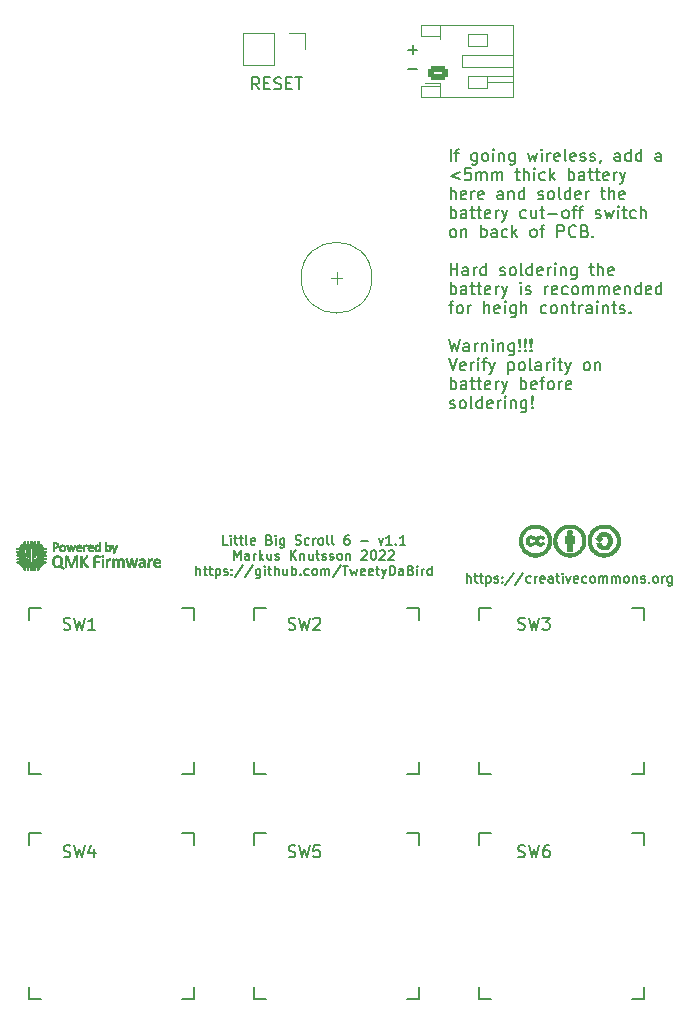
<source format=gto>
%TF.GenerationSoftware,KiCad,Pcbnew,(6.0.4)*%
%TF.CreationDate,2022-08-26T14:06:06+02:00*%
%TF.ProjectId,Little Big Scroll 6 - PCB,4c697474-6c65-4204-9269-67205363726f,v1.1*%
%TF.SameCoordinates,Original*%
%TF.FileFunction,Legend,Top*%
%TF.FilePolarity,Positive*%
%FSLAX46Y46*%
G04 Gerber Fmt 4.6, Leading zero omitted, Abs format (unit mm)*
G04 Created by KiCad (PCBNEW (6.0.4)) date 2022-08-26 14:06:06*
%MOMM*%
%LPD*%
G01*
G04 APERTURE LIST*
G04 Aperture macros list*
%AMRoundRect*
0 Rectangle with rounded corners*
0 $1 Rounding radius*
0 $2 $3 $4 $5 $6 $7 $8 $9 X,Y pos of 4 corners*
0 Add a 4 corners polygon primitive as box body*
4,1,4,$2,$3,$4,$5,$6,$7,$8,$9,$2,$3,0*
0 Add four circle primitives for the rounded corners*
1,1,$1+$1,$2,$3*
1,1,$1+$1,$4,$5*
1,1,$1+$1,$6,$7*
1,1,$1+$1,$8,$9*
0 Add four rect primitives between the rounded corners*
20,1,$1+$1,$2,$3,$4,$5,0*
20,1,$1+$1,$4,$5,$6,$7,0*
20,1,$1+$1,$6,$7,$8,$9,0*
20,1,$1+$1,$8,$9,$2,$3,0*%
G04 Aperture macros list end*
%ADD10C,0.150000*%
%ADD11C,0.120000*%
%ADD12C,0.010000*%
%ADD13R,1.752600X1.752600*%
%ADD14C,1.752600*%
%ADD15C,3.000000*%
%ADD16C,1.701800*%
%ADD17C,3.987800*%
%ADD18R,2.000000X2.000000*%
%ADD19C,2.000000*%
%ADD20O,1.400000X2.600000*%
%ADD21C,3.700000*%
%ADD22R,1.700000X1.700000*%
%ADD23O,1.700000X1.700000*%
%ADD24RoundRect,0.250000X0.625000X-0.350000X0.625000X0.350000X-0.625000X0.350000X-0.625000X-0.350000X0*%
%ADD25O,1.750000X1.200000*%
%ADD26C,1.600000*%
%ADD27O,1.600000X1.600000*%
%ADD28C,0.850000*%
G04 APERTURE END LIST*
D10*
X119925595Y-58287380D02*
X119925595Y-57287380D01*
X120258928Y-57620714D02*
X120639880Y-57620714D01*
X120401785Y-58287380D02*
X120401785Y-57430238D01*
X120449404Y-57335000D01*
X120544642Y-57287380D01*
X120639880Y-57287380D01*
X122163690Y-57620714D02*
X122163690Y-58430238D01*
X122116071Y-58525476D01*
X122068452Y-58573095D01*
X121973214Y-58620714D01*
X121830357Y-58620714D01*
X121735119Y-58573095D01*
X122163690Y-58239761D02*
X122068452Y-58287380D01*
X121877976Y-58287380D01*
X121782738Y-58239761D01*
X121735119Y-58192142D01*
X121687500Y-58096904D01*
X121687500Y-57811190D01*
X121735119Y-57715952D01*
X121782738Y-57668333D01*
X121877976Y-57620714D01*
X122068452Y-57620714D01*
X122163690Y-57668333D01*
X122782738Y-58287380D02*
X122687500Y-58239761D01*
X122639880Y-58192142D01*
X122592261Y-58096904D01*
X122592261Y-57811190D01*
X122639880Y-57715952D01*
X122687500Y-57668333D01*
X122782738Y-57620714D01*
X122925595Y-57620714D01*
X123020833Y-57668333D01*
X123068452Y-57715952D01*
X123116071Y-57811190D01*
X123116071Y-58096904D01*
X123068452Y-58192142D01*
X123020833Y-58239761D01*
X122925595Y-58287380D01*
X122782738Y-58287380D01*
X123544642Y-58287380D02*
X123544642Y-57620714D01*
X123544642Y-57287380D02*
X123497023Y-57335000D01*
X123544642Y-57382619D01*
X123592261Y-57335000D01*
X123544642Y-57287380D01*
X123544642Y-57382619D01*
X124020833Y-57620714D02*
X124020833Y-58287380D01*
X124020833Y-57715952D02*
X124068452Y-57668333D01*
X124163690Y-57620714D01*
X124306547Y-57620714D01*
X124401785Y-57668333D01*
X124449404Y-57763571D01*
X124449404Y-58287380D01*
X125354166Y-57620714D02*
X125354166Y-58430238D01*
X125306547Y-58525476D01*
X125258928Y-58573095D01*
X125163690Y-58620714D01*
X125020833Y-58620714D01*
X124925595Y-58573095D01*
X125354166Y-58239761D02*
X125258928Y-58287380D01*
X125068452Y-58287380D01*
X124973214Y-58239761D01*
X124925595Y-58192142D01*
X124877976Y-58096904D01*
X124877976Y-57811190D01*
X124925595Y-57715952D01*
X124973214Y-57668333D01*
X125068452Y-57620714D01*
X125258928Y-57620714D01*
X125354166Y-57668333D01*
X126497023Y-57620714D02*
X126687500Y-58287380D01*
X126877976Y-57811190D01*
X127068452Y-58287380D01*
X127258928Y-57620714D01*
X127639880Y-58287380D02*
X127639880Y-57620714D01*
X127639880Y-57287380D02*
X127592261Y-57335000D01*
X127639880Y-57382619D01*
X127687500Y-57335000D01*
X127639880Y-57287380D01*
X127639880Y-57382619D01*
X128116071Y-58287380D02*
X128116071Y-57620714D01*
X128116071Y-57811190D02*
X128163690Y-57715952D01*
X128211309Y-57668333D01*
X128306547Y-57620714D01*
X128401785Y-57620714D01*
X129116071Y-58239761D02*
X129020833Y-58287380D01*
X128830357Y-58287380D01*
X128735119Y-58239761D01*
X128687500Y-58144523D01*
X128687500Y-57763571D01*
X128735119Y-57668333D01*
X128830357Y-57620714D01*
X129020833Y-57620714D01*
X129116071Y-57668333D01*
X129163690Y-57763571D01*
X129163690Y-57858809D01*
X128687500Y-57954047D01*
X129735119Y-58287380D02*
X129639880Y-58239761D01*
X129592261Y-58144523D01*
X129592261Y-57287380D01*
X130497023Y-58239761D02*
X130401785Y-58287380D01*
X130211309Y-58287380D01*
X130116071Y-58239761D01*
X130068452Y-58144523D01*
X130068452Y-57763571D01*
X130116071Y-57668333D01*
X130211309Y-57620714D01*
X130401785Y-57620714D01*
X130497023Y-57668333D01*
X130544642Y-57763571D01*
X130544642Y-57858809D01*
X130068452Y-57954047D01*
X130925595Y-58239761D02*
X131020833Y-58287380D01*
X131211309Y-58287380D01*
X131306547Y-58239761D01*
X131354166Y-58144523D01*
X131354166Y-58096904D01*
X131306547Y-58001666D01*
X131211309Y-57954047D01*
X131068452Y-57954047D01*
X130973214Y-57906428D01*
X130925595Y-57811190D01*
X130925595Y-57763571D01*
X130973214Y-57668333D01*
X131068452Y-57620714D01*
X131211309Y-57620714D01*
X131306547Y-57668333D01*
X131735119Y-58239761D02*
X131830357Y-58287380D01*
X132020833Y-58287380D01*
X132116071Y-58239761D01*
X132163690Y-58144523D01*
X132163690Y-58096904D01*
X132116071Y-58001666D01*
X132020833Y-57954047D01*
X131877976Y-57954047D01*
X131782738Y-57906428D01*
X131735119Y-57811190D01*
X131735119Y-57763571D01*
X131782738Y-57668333D01*
X131877976Y-57620714D01*
X132020833Y-57620714D01*
X132116071Y-57668333D01*
X132639880Y-58239761D02*
X132639880Y-58287380D01*
X132592261Y-58382619D01*
X132544642Y-58430238D01*
X134258928Y-58287380D02*
X134258928Y-57763571D01*
X134211309Y-57668333D01*
X134116071Y-57620714D01*
X133925595Y-57620714D01*
X133830357Y-57668333D01*
X134258928Y-58239761D02*
X134163690Y-58287380D01*
X133925595Y-58287380D01*
X133830357Y-58239761D01*
X133782738Y-58144523D01*
X133782738Y-58049285D01*
X133830357Y-57954047D01*
X133925595Y-57906428D01*
X134163690Y-57906428D01*
X134258928Y-57858809D01*
X135163690Y-58287380D02*
X135163690Y-57287380D01*
X135163690Y-58239761D02*
X135068452Y-58287380D01*
X134877976Y-58287380D01*
X134782738Y-58239761D01*
X134735119Y-58192142D01*
X134687500Y-58096904D01*
X134687500Y-57811190D01*
X134735119Y-57715952D01*
X134782738Y-57668333D01*
X134877976Y-57620714D01*
X135068452Y-57620714D01*
X135163690Y-57668333D01*
X136068452Y-58287380D02*
X136068452Y-57287380D01*
X136068452Y-58239761D02*
X135973214Y-58287380D01*
X135782738Y-58287380D01*
X135687500Y-58239761D01*
X135639880Y-58192142D01*
X135592261Y-58096904D01*
X135592261Y-57811190D01*
X135639880Y-57715952D01*
X135687500Y-57668333D01*
X135782738Y-57620714D01*
X135973214Y-57620714D01*
X136068452Y-57668333D01*
X137735119Y-58287380D02*
X137735119Y-57763571D01*
X137687500Y-57668333D01*
X137592261Y-57620714D01*
X137401785Y-57620714D01*
X137306547Y-57668333D01*
X137735119Y-58239761D02*
X137639880Y-58287380D01*
X137401785Y-58287380D01*
X137306547Y-58239761D01*
X137258928Y-58144523D01*
X137258928Y-58049285D01*
X137306547Y-57954047D01*
X137401785Y-57906428D01*
X137639880Y-57906428D01*
X137735119Y-57858809D01*
X120687500Y-59230714D02*
X119925595Y-59516428D01*
X120687500Y-59802142D01*
X121639880Y-58897380D02*
X121163690Y-58897380D01*
X121116071Y-59373571D01*
X121163690Y-59325952D01*
X121258928Y-59278333D01*
X121497023Y-59278333D01*
X121592261Y-59325952D01*
X121639880Y-59373571D01*
X121687500Y-59468809D01*
X121687500Y-59706904D01*
X121639880Y-59802142D01*
X121592261Y-59849761D01*
X121497023Y-59897380D01*
X121258928Y-59897380D01*
X121163690Y-59849761D01*
X121116071Y-59802142D01*
X122116071Y-59897380D02*
X122116071Y-59230714D01*
X122116071Y-59325952D02*
X122163690Y-59278333D01*
X122258928Y-59230714D01*
X122401785Y-59230714D01*
X122497023Y-59278333D01*
X122544642Y-59373571D01*
X122544642Y-59897380D01*
X122544642Y-59373571D02*
X122592261Y-59278333D01*
X122687500Y-59230714D01*
X122830357Y-59230714D01*
X122925595Y-59278333D01*
X122973214Y-59373571D01*
X122973214Y-59897380D01*
X123449404Y-59897380D02*
X123449404Y-59230714D01*
X123449404Y-59325952D02*
X123497023Y-59278333D01*
X123592261Y-59230714D01*
X123735119Y-59230714D01*
X123830357Y-59278333D01*
X123877976Y-59373571D01*
X123877976Y-59897380D01*
X123877976Y-59373571D02*
X123925595Y-59278333D01*
X124020833Y-59230714D01*
X124163690Y-59230714D01*
X124258928Y-59278333D01*
X124306547Y-59373571D01*
X124306547Y-59897380D01*
X125401785Y-59230714D02*
X125782738Y-59230714D01*
X125544642Y-58897380D02*
X125544642Y-59754523D01*
X125592261Y-59849761D01*
X125687500Y-59897380D01*
X125782738Y-59897380D01*
X126116071Y-59897380D02*
X126116071Y-58897380D01*
X126544642Y-59897380D02*
X126544642Y-59373571D01*
X126497023Y-59278333D01*
X126401785Y-59230714D01*
X126258928Y-59230714D01*
X126163690Y-59278333D01*
X126116071Y-59325952D01*
X127020833Y-59897380D02*
X127020833Y-59230714D01*
X127020833Y-58897380D02*
X126973214Y-58945000D01*
X127020833Y-58992619D01*
X127068452Y-58945000D01*
X127020833Y-58897380D01*
X127020833Y-58992619D01*
X127925595Y-59849761D02*
X127830357Y-59897380D01*
X127639880Y-59897380D01*
X127544642Y-59849761D01*
X127497023Y-59802142D01*
X127449404Y-59706904D01*
X127449404Y-59421190D01*
X127497023Y-59325952D01*
X127544642Y-59278333D01*
X127639880Y-59230714D01*
X127830357Y-59230714D01*
X127925595Y-59278333D01*
X128354166Y-59897380D02*
X128354166Y-58897380D01*
X128449404Y-59516428D02*
X128735119Y-59897380D01*
X128735119Y-59230714D02*
X128354166Y-59611666D01*
X129925595Y-59897380D02*
X129925595Y-58897380D01*
X129925595Y-59278333D02*
X130020833Y-59230714D01*
X130211309Y-59230714D01*
X130306547Y-59278333D01*
X130354166Y-59325952D01*
X130401785Y-59421190D01*
X130401785Y-59706904D01*
X130354166Y-59802142D01*
X130306547Y-59849761D01*
X130211309Y-59897380D01*
X130020833Y-59897380D01*
X129925595Y-59849761D01*
X131258928Y-59897380D02*
X131258928Y-59373571D01*
X131211309Y-59278333D01*
X131116071Y-59230714D01*
X130925595Y-59230714D01*
X130830357Y-59278333D01*
X131258928Y-59849761D02*
X131163690Y-59897380D01*
X130925595Y-59897380D01*
X130830357Y-59849761D01*
X130782738Y-59754523D01*
X130782738Y-59659285D01*
X130830357Y-59564047D01*
X130925595Y-59516428D01*
X131163690Y-59516428D01*
X131258928Y-59468809D01*
X131592261Y-59230714D02*
X131973214Y-59230714D01*
X131735119Y-58897380D02*
X131735119Y-59754523D01*
X131782738Y-59849761D01*
X131877976Y-59897380D01*
X131973214Y-59897380D01*
X132163690Y-59230714D02*
X132544642Y-59230714D01*
X132306547Y-58897380D02*
X132306547Y-59754523D01*
X132354166Y-59849761D01*
X132449404Y-59897380D01*
X132544642Y-59897380D01*
X133258928Y-59849761D02*
X133163690Y-59897380D01*
X132973214Y-59897380D01*
X132877976Y-59849761D01*
X132830357Y-59754523D01*
X132830357Y-59373571D01*
X132877976Y-59278333D01*
X132973214Y-59230714D01*
X133163690Y-59230714D01*
X133258928Y-59278333D01*
X133306547Y-59373571D01*
X133306547Y-59468809D01*
X132830357Y-59564047D01*
X133735119Y-59897380D02*
X133735119Y-59230714D01*
X133735119Y-59421190D02*
X133782738Y-59325952D01*
X133830357Y-59278333D01*
X133925595Y-59230714D01*
X134020833Y-59230714D01*
X134258928Y-59230714D02*
X134497023Y-59897380D01*
X134735119Y-59230714D02*
X134497023Y-59897380D01*
X134401785Y-60135476D01*
X134354166Y-60183095D01*
X134258928Y-60230714D01*
X119925595Y-61507380D02*
X119925595Y-60507380D01*
X120354166Y-61507380D02*
X120354166Y-60983571D01*
X120306547Y-60888333D01*
X120211309Y-60840714D01*
X120068452Y-60840714D01*
X119973214Y-60888333D01*
X119925595Y-60935952D01*
X121211309Y-61459761D02*
X121116071Y-61507380D01*
X120925595Y-61507380D01*
X120830357Y-61459761D01*
X120782738Y-61364523D01*
X120782738Y-60983571D01*
X120830357Y-60888333D01*
X120925595Y-60840714D01*
X121116071Y-60840714D01*
X121211309Y-60888333D01*
X121258928Y-60983571D01*
X121258928Y-61078809D01*
X120782738Y-61174047D01*
X121687500Y-61507380D02*
X121687500Y-60840714D01*
X121687500Y-61031190D02*
X121735119Y-60935952D01*
X121782738Y-60888333D01*
X121877976Y-60840714D01*
X121973214Y-60840714D01*
X122687500Y-61459761D02*
X122592261Y-61507380D01*
X122401785Y-61507380D01*
X122306547Y-61459761D01*
X122258928Y-61364523D01*
X122258928Y-60983571D01*
X122306547Y-60888333D01*
X122401785Y-60840714D01*
X122592261Y-60840714D01*
X122687500Y-60888333D01*
X122735119Y-60983571D01*
X122735119Y-61078809D01*
X122258928Y-61174047D01*
X124354166Y-61507380D02*
X124354166Y-60983571D01*
X124306547Y-60888333D01*
X124211309Y-60840714D01*
X124020833Y-60840714D01*
X123925595Y-60888333D01*
X124354166Y-61459761D02*
X124258928Y-61507380D01*
X124020833Y-61507380D01*
X123925595Y-61459761D01*
X123877976Y-61364523D01*
X123877976Y-61269285D01*
X123925595Y-61174047D01*
X124020833Y-61126428D01*
X124258928Y-61126428D01*
X124354166Y-61078809D01*
X124830357Y-60840714D02*
X124830357Y-61507380D01*
X124830357Y-60935952D02*
X124877976Y-60888333D01*
X124973214Y-60840714D01*
X125116071Y-60840714D01*
X125211309Y-60888333D01*
X125258928Y-60983571D01*
X125258928Y-61507380D01*
X126163690Y-61507380D02*
X126163690Y-60507380D01*
X126163690Y-61459761D02*
X126068452Y-61507380D01*
X125877976Y-61507380D01*
X125782738Y-61459761D01*
X125735119Y-61412142D01*
X125687500Y-61316904D01*
X125687500Y-61031190D01*
X125735119Y-60935952D01*
X125782738Y-60888333D01*
X125877976Y-60840714D01*
X126068452Y-60840714D01*
X126163690Y-60888333D01*
X127354166Y-61459761D02*
X127449404Y-61507380D01*
X127639880Y-61507380D01*
X127735119Y-61459761D01*
X127782738Y-61364523D01*
X127782738Y-61316904D01*
X127735119Y-61221666D01*
X127639880Y-61174047D01*
X127497023Y-61174047D01*
X127401785Y-61126428D01*
X127354166Y-61031190D01*
X127354166Y-60983571D01*
X127401785Y-60888333D01*
X127497023Y-60840714D01*
X127639880Y-60840714D01*
X127735119Y-60888333D01*
X128354166Y-61507380D02*
X128258928Y-61459761D01*
X128211309Y-61412142D01*
X128163690Y-61316904D01*
X128163690Y-61031190D01*
X128211309Y-60935952D01*
X128258928Y-60888333D01*
X128354166Y-60840714D01*
X128497023Y-60840714D01*
X128592261Y-60888333D01*
X128639880Y-60935952D01*
X128687500Y-61031190D01*
X128687500Y-61316904D01*
X128639880Y-61412142D01*
X128592261Y-61459761D01*
X128497023Y-61507380D01*
X128354166Y-61507380D01*
X129258928Y-61507380D02*
X129163690Y-61459761D01*
X129116071Y-61364523D01*
X129116071Y-60507380D01*
X130068452Y-61507380D02*
X130068452Y-60507380D01*
X130068452Y-61459761D02*
X129973214Y-61507380D01*
X129782738Y-61507380D01*
X129687500Y-61459761D01*
X129639880Y-61412142D01*
X129592261Y-61316904D01*
X129592261Y-61031190D01*
X129639880Y-60935952D01*
X129687500Y-60888333D01*
X129782738Y-60840714D01*
X129973214Y-60840714D01*
X130068452Y-60888333D01*
X130925595Y-61459761D02*
X130830357Y-61507380D01*
X130639880Y-61507380D01*
X130544642Y-61459761D01*
X130497023Y-61364523D01*
X130497023Y-60983571D01*
X130544642Y-60888333D01*
X130639880Y-60840714D01*
X130830357Y-60840714D01*
X130925595Y-60888333D01*
X130973214Y-60983571D01*
X130973214Y-61078809D01*
X130497023Y-61174047D01*
X131401785Y-61507380D02*
X131401785Y-60840714D01*
X131401785Y-61031190D02*
X131449404Y-60935952D01*
X131497023Y-60888333D01*
X131592261Y-60840714D01*
X131687500Y-60840714D01*
X132639880Y-60840714D02*
X133020833Y-60840714D01*
X132782738Y-60507380D02*
X132782738Y-61364523D01*
X132830357Y-61459761D01*
X132925595Y-61507380D01*
X133020833Y-61507380D01*
X133354166Y-61507380D02*
X133354166Y-60507380D01*
X133782738Y-61507380D02*
X133782738Y-60983571D01*
X133735119Y-60888333D01*
X133639880Y-60840714D01*
X133497023Y-60840714D01*
X133401785Y-60888333D01*
X133354166Y-60935952D01*
X134639880Y-61459761D02*
X134544642Y-61507380D01*
X134354166Y-61507380D01*
X134258928Y-61459761D01*
X134211309Y-61364523D01*
X134211309Y-60983571D01*
X134258928Y-60888333D01*
X134354166Y-60840714D01*
X134544642Y-60840714D01*
X134639880Y-60888333D01*
X134687500Y-60983571D01*
X134687500Y-61078809D01*
X134211309Y-61174047D01*
X119925595Y-63117380D02*
X119925595Y-62117380D01*
X119925595Y-62498333D02*
X120020833Y-62450714D01*
X120211309Y-62450714D01*
X120306547Y-62498333D01*
X120354166Y-62545952D01*
X120401785Y-62641190D01*
X120401785Y-62926904D01*
X120354166Y-63022142D01*
X120306547Y-63069761D01*
X120211309Y-63117380D01*
X120020833Y-63117380D01*
X119925595Y-63069761D01*
X121258928Y-63117380D02*
X121258928Y-62593571D01*
X121211309Y-62498333D01*
X121116071Y-62450714D01*
X120925595Y-62450714D01*
X120830357Y-62498333D01*
X121258928Y-63069761D02*
X121163690Y-63117380D01*
X120925595Y-63117380D01*
X120830357Y-63069761D01*
X120782738Y-62974523D01*
X120782738Y-62879285D01*
X120830357Y-62784047D01*
X120925595Y-62736428D01*
X121163690Y-62736428D01*
X121258928Y-62688809D01*
X121592261Y-62450714D02*
X121973214Y-62450714D01*
X121735119Y-62117380D02*
X121735119Y-62974523D01*
X121782738Y-63069761D01*
X121877976Y-63117380D01*
X121973214Y-63117380D01*
X122163690Y-62450714D02*
X122544642Y-62450714D01*
X122306547Y-62117380D02*
X122306547Y-62974523D01*
X122354166Y-63069761D01*
X122449404Y-63117380D01*
X122544642Y-63117380D01*
X123258928Y-63069761D02*
X123163690Y-63117380D01*
X122973214Y-63117380D01*
X122877976Y-63069761D01*
X122830357Y-62974523D01*
X122830357Y-62593571D01*
X122877976Y-62498333D01*
X122973214Y-62450714D01*
X123163690Y-62450714D01*
X123258928Y-62498333D01*
X123306547Y-62593571D01*
X123306547Y-62688809D01*
X122830357Y-62784047D01*
X123735119Y-63117380D02*
X123735119Y-62450714D01*
X123735119Y-62641190D02*
X123782738Y-62545952D01*
X123830357Y-62498333D01*
X123925595Y-62450714D01*
X124020833Y-62450714D01*
X124258928Y-62450714D02*
X124497023Y-63117380D01*
X124735119Y-62450714D02*
X124497023Y-63117380D01*
X124401785Y-63355476D01*
X124354166Y-63403095D01*
X124258928Y-63450714D01*
X126306547Y-63069761D02*
X126211309Y-63117380D01*
X126020833Y-63117380D01*
X125925595Y-63069761D01*
X125877976Y-63022142D01*
X125830357Y-62926904D01*
X125830357Y-62641190D01*
X125877976Y-62545952D01*
X125925595Y-62498333D01*
X126020833Y-62450714D01*
X126211309Y-62450714D01*
X126306547Y-62498333D01*
X127163690Y-62450714D02*
X127163690Y-63117380D01*
X126735119Y-62450714D02*
X126735119Y-62974523D01*
X126782738Y-63069761D01*
X126877976Y-63117380D01*
X127020833Y-63117380D01*
X127116071Y-63069761D01*
X127163690Y-63022142D01*
X127497023Y-62450714D02*
X127877976Y-62450714D01*
X127639880Y-62117380D02*
X127639880Y-62974523D01*
X127687500Y-63069761D01*
X127782738Y-63117380D01*
X127877976Y-63117380D01*
X128211309Y-62736428D02*
X128973214Y-62736428D01*
X129592261Y-63117380D02*
X129497023Y-63069761D01*
X129449404Y-63022142D01*
X129401785Y-62926904D01*
X129401785Y-62641190D01*
X129449404Y-62545952D01*
X129497023Y-62498333D01*
X129592261Y-62450714D01*
X129735119Y-62450714D01*
X129830357Y-62498333D01*
X129877976Y-62545952D01*
X129925595Y-62641190D01*
X129925595Y-62926904D01*
X129877976Y-63022142D01*
X129830357Y-63069761D01*
X129735119Y-63117380D01*
X129592261Y-63117380D01*
X130211309Y-62450714D02*
X130592261Y-62450714D01*
X130354166Y-63117380D02*
X130354166Y-62260238D01*
X130401785Y-62165000D01*
X130497023Y-62117380D01*
X130592261Y-62117380D01*
X130782738Y-62450714D02*
X131163690Y-62450714D01*
X130925595Y-63117380D02*
X130925595Y-62260238D01*
X130973214Y-62165000D01*
X131068452Y-62117380D01*
X131163690Y-62117380D01*
X132211309Y-63069761D02*
X132306547Y-63117380D01*
X132497023Y-63117380D01*
X132592261Y-63069761D01*
X132639880Y-62974523D01*
X132639880Y-62926904D01*
X132592261Y-62831666D01*
X132497023Y-62784047D01*
X132354166Y-62784047D01*
X132258928Y-62736428D01*
X132211309Y-62641190D01*
X132211309Y-62593571D01*
X132258928Y-62498333D01*
X132354166Y-62450714D01*
X132497023Y-62450714D01*
X132592261Y-62498333D01*
X132973214Y-62450714D02*
X133163690Y-63117380D01*
X133354166Y-62641190D01*
X133544642Y-63117380D01*
X133735119Y-62450714D01*
X134116071Y-63117380D02*
X134116071Y-62450714D01*
X134116071Y-62117380D02*
X134068452Y-62165000D01*
X134116071Y-62212619D01*
X134163690Y-62165000D01*
X134116071Y-62117380D01*
X134116071Y-62212619D01*
X134449404Y-62450714D02*
X134830357Y-62450714D01*
X134592261Y-62117380D02*
X134592261Y-62974523D01*
X134639880Y-63069761D01*
X134735119Y-63117380D01*
X134830357Y-63117380D01*
X135592261Y-63069761D02*
X135497023Y-63117380D01*
X135306547Y-63117380D01*
X135211309Y-63069761D01*
X135163690Y-63022142D01*
X135116071Y-62926904D01*
X135116071Y-62641190D01*
X135163690Y-62545952D01*
X135211309Y-62498333D01*
X135306547Y-62450714D01*
X135497023Y-62450714D01*
X135592261Y-62498333D01*
X136020833Y-63117380D02*
X136020833Y-62117380D01*
X136449404Y-63117380D02*
X136449404Y-62593571D01*
X136401785Y-62498333D01*
X136306547Y-62450714D01*
X136163690Y-62450714D01*
X136068452Y-62498333D01*
X136020833Y-62545952D01*
X120068452Y-64727380D02*
X119973214Y-64679761D01*
X119925595Y-64632142D01*
X119877976Y-64536904D01*
X119877976Y-64251190D01*
X119925595Y-64155952D01*
X119973214Y-64108333D01*
X120068452Y-64060714D01*
X120211309Y-64060714D01*
X120306547Y-64108333D01*
X120354166Y-64155952D01*
X120401785Y-64251190D01*
X120401785Y-64536904D01*
X120354166Y-64632142D01*
X120306547Y-64679761D01*
X120211309Y-64727380D01*
X120068452Y-64727380D01*
X120830357Y-64060714D02*
X120830357Y-64727380D01*
X120830357Y-64155952D02*
X120877976Y-64108333D01*
X120973214Y-64060714D01*
X121116071Y-64060714D01*
X121211309Y-64108333D01*
X121258928Y-64203571D01*
X121258928Y-64727380D01*
X122497023Y-64727380D02*
X122497023Y-63727380D01*
X122497023Y-64108333D02*
X122592261Y-64060714D01*
X122782738Y-64060714D01*
X122877976Y-64108333D01*
X122925595Y-64155952D01*
X122973214Y-64251190D01*
X122973214Y-64536904D01*
X122925595Y-64632142D01*
X122877976Y-64679761D01*
X122782738Y-64727380D01*
X122592261Y-64727380D01*
X122497023Y-64679761D01*
X123830357Y-64727380D02*
X123830357Y-64203571D01*
X123782738Y-64108333D01*
X123687500Y-64060714D01*
X123497023Y-64060714D01*
X123401785Y-64108333D01*
X123830357Y-64679761D02*
X123735119Y-64727380D01*
X123497023Y-64727380D01*
X123401785Y-64679761D01*
X123354166Y-64584523D01*
X123354166Y-64489285D01*
X123401785Y-64394047D01*
X123497023Y-64346428D01*
X123735119Y-64346428D01*
X123830357Y-64298809D01*
X124735119Y-64679761D02*
X124639880Y-64727380D01*
X124449404Y-64727380D01*
X124354166Y-64679761D01*
X124306547Y-64632142D01*
X124258928Y-64536904D01*
X124258928Y-64251190D01*
X124306547Y-64155952D01*
X124354166Y-64108333D01*
X124449404Y-64060714D01*
X124639880Y-64060714D01*
X124735119Y-64108333D01*
X125163690Y-64727380D02*
X125163690Y-63727380D01*
X125258928Y-64346428D02*
X125544642Y-64727380D01*
X125544642Y-64060714D02*
X125163690Y-64441666D01*
X126877976Y-64727380D02*
X126782738Y-64679761D01*
X126735119Y-64632142D01*
X126687500Y-64536904D01*
X126687500Y-64251190D01*
X126735119Y-64155952D01*
X126782738Y-64108333D01*
X126877976Y-64060714D01*
X127020833Y-64060714D01*
X127116071Y-64108333D01*
X127163690Y-64155952D01*
X127211309Y-64251190D01*
X127211309Y-64536904D01*
X127163690Y-64632142D01*
X127116071Y-64679761D01*
X127020833Y-64727380D01*
X126877976Y-64727380D01*
X127497023Y-64060714D02*
X127877976Y-64060714D01*
X127639880Y-64727380D02*
X127639880Y-63870238D01*
X127687500Y-63775000D01*
X127782738Y-63727380D01*
X127877976Y-63727380D01*
X128973214Y-64727380D02*
X128973214Y-63727380D01*
X129354166Y-63727380D01*
X129449404Y-63775000D01*
X129497023Y-63822619D01*
X129544642Y-63917857D01*
X129544642Y-64060714D01*
X129497023Y-64155952D01*
X129449404Y-64203571D01*
X129354166Y-64251190D01*
X128973214Y-64251190D01*
X130544642Y-64632142D02*
X130497023Y-64679761D01*
X130354166Y-64727380D01*
X130258928Y-64727380D01*
X130116071Y-64679761D01*
X130020833Y-64584523D01*
X129973214Y-64489285D01*
X129925595Y-64298809D01*
X129925595Y-64155952D01*
X129973214Y-63965476D01*
X130020833Y-63870238D01*
X130116071Y-63775000D01*
X130258928Y-63727380D01*
X130354166Y-63727380D01*
X130497023Y-63775000D01*
X130544642Y-63822619D01*
X131306547Y-64203571D02*
X131449404Y-64251190D01*
X131497023Y-64298809D01*
X131544642Y-64394047D01*
X131544642Y-64536904D01*
X131497023Y-64632142D01*
X131449404Y-64679761D01*
X131354166Y-64727380D01*
X130973214Y-64727380D01*
X130973214Y-63727380D01*
X131306547Y-63727380D01*
X131401785Y-63775000D01*
X131449404Y-63822619D01*
X131497023Y-63917857D01*
X131497023Y-64013095D01*
X131449404Y-64108333D01*
X131401785Y-64155952D01*
X131306547Y-64203571D01*
X130973214Y-64203571D01*
X131973214Y-64632142D02*
X132020833Y-64679761D01*
X131973214Y-64727380D01*
X131925595Y-64679761D01*
X131973214Y-64632142D01*
X131973214Y-64727380D01*
X119925595Y-67947380D02*
X119925595Y-66947380D01*
X119925595Y-67423571D02*
X120497023Y-67423571D01*
X120497023Y-67947380D02*
X120497023Y-66947380D01*
X121401785Y-67947380D02*
X121401785Y-67423571D01*
X121354166Y-67328333D01*
X121258928Y-67280714D01*
X121068452Y-67280714D01*
X120973214Y-67328333D01*
X121401785Y-67899761D02*
X121306547Y-67947380D01*
X121068452Y-67947380D01*
X120973214Y-67899761D01*
X120925595Y-67804523D01*
X120925595Y-67709285D01*
X120973214Y-67614047D01*
X121068452Y-67566428D01*
X121306547Y-67566428D01*
X121401785Y-67518809D01*
X121877976Y-67947380D02*
X121877976Y-67280714D01*
X121877976Y-67471190D02*
X121925595Y-67375952D01*
X121973214Y-67328333D01*
X122068452Y-67280714D01*
X122163690Y-67280714D01*
X122925595Y-67947380D02*
X122925595Y-66947380D01*
X122925595Y-67899761D02*
X122830357Y-67947380D01*
X122639880Y-67947380D01*
X122544642Y-67899761D01*
X122497023Y-67852142D01*
X122449404Y-67756904D01*
X122449404Y-67471190D01*
X122497023Y-67375952D01*
X122544642Y-67328333D01*
X122639880Y-67280714D01*
X122830357Y-67280714D01*
X122925595Y-67328333D01*
X124116071Y-67899761D02*
X124211309Y-67947380D01*
X124401785Y-67947380D01*
X124497023Y-67899761D01*
X124544642Y-67804523D01*
X124544642Y-67756904D01*
X124497023Y-67661666D01*
X124401785Y-67614047D01*
X124258928Y-67614047D01*
X124163690Y-67566428D01*
X124116071Y-67471190D01*
X124116071Y-67423571D01*
X124163690Y-67328333D01*
X124258928Y-67280714D01*
X124401785Y-67280714D01*
X124497023Y-67328333D01*
X125116071Y-67947380D02*
X125020833Y-67899761D01*
X124973214Y-67852142D01*
X124925595Y-67756904D01*
X124925595Y-67471190D01*
X124973214Y-67375952D01*
X125020833Y-67328333D01*
X125116071Y-67280714D01*
X125258928Y-67280714D01*
X125354166Y-67328333D01*
X125401785Y-67375952D01*
X125449404Y-67471190D01*
X125449404Y-67756904D01*
X125401785Y-67852142D01*
X125354166Y-67899761D01*
X125258928Y-67947380D01*
X125116071Y-67947380D01*
X126020833Y-67947380D02*
X125925595Y-67899761D01*
X125877976Y-67804523D01*
X125877976Y-66947380D01*
X126830357Y-67947380D02*
X126830357Y-66947380D01*
X126830357Y-67899761D02*
X126735119Y-67947380D01*
X126544642Y-67947380D01*
X126449404Y-67899761D01*
X126401785Y-67852142D01*
X126354166Y-67756904D01*
X126354166Y-67471190D01*
X126401785Y-67375952D01*
X126449404Y-67328333D01*
X126544642Y-67280714D01*
X126735119Y-67280714D01*
X126830357Y-67328333D01*
X127687500Y-67899761D02*
X127592261Y-67947380D01*
X127401785Y-67947380D01*
X127306547Y-67899761D01*
X127258928Y-67804523D01*
X127258928Y-67423571D01*
X127306547Y-67328333D01*
X127401785Y-67280714D01*
X127592261Y-67280714D01*
X127687500Y-67328333D01*
X127735119Y-67423571D01*
X127735119Y-67518809D01*
X127258928Y-67614047D01*
X128163690Y-67947380D02*
X128163690Y-67280714D01*
X128163690Y-67471190D02*
X128211309Y-67375952D01*
X128258928Y-67328333D01*
X128354166Y-67280714D01*
X128449404Y-67280714D01*
X128782738Y-67947380D02*
X128782738Y-67280714D01*
X128782738Y-66947380D02*
X128735119Y-66995000D01*
X128782738Y-67042619D01*
X128830357Y-66995000D01*
X128782738Y-66947380D01*
X128782738Y-67042619D01*
X129258928Y-67280714D02*
X129258928Y-67947380D01*
X129258928Y-67375952D02*
X129306547Y-67328333D01*
X129401785Y-67280714D01*
X129544642Y-67280714D01*
X129639880Y-67328333D01*
X129687500Y-67423571D01*
X129687500Y-67947380D01*
X130592261Y-67280714D02*
X130592261Y-68090238D01*
X130544642Y-68185476D01*
X130497023Y-68233095D01*
X130401785Y-68280714D01*
X130258928Y-68280714D01*
X130163690Y-68233095D01*
X130592261Y-67899761D02*
X130497023Y-67947380D01*
X130306547Y-67947380D01*
X130211309Y-67899761D01*
X130163690Y-67852142D01*
X130116071Y-67756904D01*
X130116071Y-67471190D01*
X130163690Y-67375952D01*
X130211309Y-67328333D01*
X130306547Y-67280714D01*
X130497023Y-67280714D01*
X130592261Y-67328333D01*
X131687500Y-67280714D02*
X132068452Y-67280714D01*
X131830357Y-66947380D02*
X131830357Y-67804523D01*
X131877976Y-67899761D01*
X131973214Y-67947380D01*
X132068452Y-67947380D01*
X132401785Y-67947380D02*
X132401785Y-66947380D01*
X132830357Y-67947380D02*
X132830357Y-67423571D01*
X132782738Y-67328333D01*
X132687500Y-67280714D01*
X132544642Y-67280714D01*
X132449404Y-67328333D01*
X132401785Y-67375952D01*
X133687500Y-67899761D02*
X133592261Y-67947380D01*
X133401785Y-67947380D01*
X133306547Y-67899761D01*
X133258928Y-67804523D01*
X133258928Y-67423571D01*
X133306547Y-67328333D01*
X133401785Y-67280714D01*
X133592261Y-67280714D01*
X133687500Y-67328333D01*
X133735119Y-67423571D01*
X133735119Y-67518809D01*
X133258928Y-67614047D01*
X119925595Y-69557380D02*
X119925595Y-68557380D01*
X119925595Y-68938333D02*
X120020833Y-68890714D01*
X120211309Y-68890714D01*
X120306547Y-68938333D01*
X120354166Y-68985952D01*
X120401785Y-69081190D01*
X120401785Y-69366904D01*
X120354166Y-69462142D01*
X120306547Y-69509761D01*
X120211309Y-69557380D01*
X120020833Y-69557380D01*
X119925595Y-69509761D01*
X121258928Y-69557380D02*
X121258928Y-69033571D01*
X121211309Y-68938333D01*
X121116071Y-68890714D01*
X120925595Y-68890714D01*
X120830357Y-68938333D01*
X121258928Y-69509761D02*
X121163690Y-69557380D01*
X120925595Y-69557380D01*
X120830357Y-69509761D01*
X120782738Y-69414523D01*
X120782738Y-69319285D01*
X120830357Y-69224047D01*
X120925595Y-69176428D01*
X121163690Y-69176428D01*
X121258928Y-69128809D01*
X121592261Y-68890714D02*
X121973214Y-68890714D01*
X121735119Y-68557380D02*
X121735119Y-69414523D01*
X121782738Y-69509761D01*
X121877976Y-69557380D01*
X121973214Y-69557380D01*
X122163690Y-68890714D02*
X122544642Y-68890714D01*
X122306547Y-68557380D02*
X122306547Y-69414523D01*
X122354166Y-69509761D01*
X122449404Y-69557380D01*
X122544642Y-69557380D01*
X123258928Y-69509761D02*
X123163690Y-69557380D01*
X122973214Y-69557380D01*
X122877976Y-69509761D01*
X122830357Y-69414523D01*
X122830357Y-69033571D01*
X122877976Y-68938333D01*
X122973214Y-68890714D01*
X123163690Y-68890714D01*
X123258928Y-68938333D01*
X123306547Y-69033571D01*
X123306547Y-69128809D01*
X122830357Y-69224047D01*
X123735119Y-69557380D02*
X123735119Y-68890714D01*
X123735119Y-69081190D02*
X123782738Y-68985952D01*
X123830357Y-68938333D01*
X123925595Y-68890714D01*
X124020833Y-68890714D01*
X124258928Y-68890714D02*
X124497023Y-69557380D01*
X124735119Y-68890714D02*
X124497023Y-69557380D01*
X124401785Y-69795476D01*
X124354166Y-69843095D01*
X124258928Y-69890714D01*
X125877976Y-69557380D02*
X125877976Y-68890714D01*
X125877976Y-68557380D02*
X125830357Y-68605000D01*
X125877976Y-68652619D01*
X125925595Y-68605000D01*
X125877976Y-68557380D01*
X125877976Y-68652619D01*
X126306547Y-69509761D02*
X126401785Y-69557380D01*
X126592261Y-69557380D01*
X126687500Y-69509761D01*
X126735119Y-69414523D01*
X126735119Y-69366904D01*
X126687500Y-69271666D01*
X126592261Y-69224047D01*
X126449404Y-69224047D01*
X126354166Y-69176428D01*
X126306547Y-69081190D01*
X126306547Y-69033571D01*
X126354166Y-68938333D01*
X126449404Y-68890714D01*
X126592261Y-68890714D01*
X126687500Y-68938333D01*
X127925595Y-69557380D02*
X127925595Y-68890714D01*
X127925595Y-69081190D02*
X127973214Y-68985952D01*
X128020833Y-68938333D01*
X128116071Y-68890714D01*
X128211309Y-68890714D01*
X128925595Y-69509761D02*
X128830357Y-69557380D01*
X128639880Y-69557380D01*
X128544642Y-69509761D01*
X128497023Y-69414523D01*
X128497023Y-69033571D01*
X128544642Y-68938333D01*
X128639880Y-68890714D01*
X128830357Y-68890714D01*
X128925595Y-68938333D01*
X128973214Y-69033571D01*
X128973214Y-69128809D01*
X128497023Y-69224047D01*
X129830357Y-69509761D02*
X129735119Y-69557380D01*
X129544642Y-69557380D01*
X129449404Y-69509761D01*
X129401785Y-69462142D01*
X129354166Y-69366904D01*
X129354166Y-69081190D01*
X129401785Y-68985952D01*
X129449404Y-68938333D01*
X129544642Y-68890714D01*
X129735119Y-68890714D01*
X129830357Y-68938333D01*
X130401785Y-69557380D02*
X130306547Y-69509761D01*
X130258928Y-69462142D01*
X130211309Y-69366904D01*
X130211309Y-69081190D01*
X130258928Y-68985952D01*
X130306547Y-68938333D01*
X130401785Y-68890714D01*
X130544642Y-68890714D01*
X130639880Y-68938333D01*
X130687500Y-68985952D01*
X130735119Y-69081190D01*
X130735119Y-69366904D01*
X130687500Y-69462142D01*
X130639880Y-69509761D01*
X130544642Y-69557380D01*
X130401785Y-69557380D01*
X131163690Y-69557380D02*
X131163690Y-68890714D01*
X131163690Y-68985952D02*
X131211309Y-68938333D01*
X131306547Y-68890714D01*
X131449404Y-68890714D01*
X131544642Y-68938333D01*
X131592261Y-69033571D01*
X131592261Y-69557380D01*
X131592261Y-69033571D02*
X131639880Y-68938333D01*
X131735119Y-68890714D01*
X131877976Y-68890714D01*
X131973214Y-68938333D01*
X132020833Y-69033571D01*
X132020833Y-69557380D01*
X132497023Y-69557380D02*
X132497023Y-68890714D01*
X132497023Y-68985952D02*
X132544642Y-68938333D01*
X132639880Y-68890714D01*
X132782738Y-68890714D01*
X132877976Y-68938333D01*
X132925595Y-69033571D01*
X132925595Y-69557380D01*
X132925595Y-69033571D02*
X132973214Y-68938333D01*
X133068452Y-68890714D01*
X133211309Y-68890714D01*
X133306547Y-68938333D01*
X133354166Y-69033571D01*
X133354166Y-69557380D01*
X134211309Y-69509761D02*
X134116071Y-69557380D01*
X133925595Y-69557380D01*
X133830357Y-69509761D01*
X133782738Y-69414523D01*
X133782738Y-69033571D01*
X133830357Y-68938333D01*
X133925595Y-68890714D01*
X134116071Y-68890714D01*
X134211309Y-68938333D01*
X134258928Y-69033571D01*
X134258928Y-69128809D01*
X133782738Y-69224047D01*
X134687500Y-68890714D02*
X134687500Y-69557380D01*
X134687500Y-68985952D02*
X134735119Y-68938333D01*
X134830357Y-68890714D01*
X134973214Y-68890714D01*
X135068452Y-68938333D01*
X135116071Y-69033571D01*
X135116071Y-69557380D01*
X136020833Y-69557380D02*
X136020833Y-68557380D01*
X136020833Y-69509761D02*
X135925595Y-69557380D01*
X135735119Y-69557380D01*
X135639880Y-69509761D01*
X135592261Y-69462142D01*
X135544642Y-69366904D01*
X135544642Y-69081190D01*
X135592261Y-68985952D01*
X135639880Y-68938333D01*
X135735119Y-68890714D01*
X135925595Y-68890714D01*
X136020833Y-68938333D01*
X136877976Y-69509761D02*
X136782738Y-69557380D01*
X136592261Y-69557380D01*
X136497023Y-69509761D01*
X136449404Y-69414523D01*
X136449404Y-69033571D01*
X136497023Y-68938333D01*
X136592261Y-68890714D01*
X136782738Y-68890714D01*
X136877976Y-68938333D01*
X136925595Y-69033571D01*
X136925595Y-69128809D01*
X136449404Y-69224047D01*
X137782738Y-69557380D02*
X137782738Y-68557380D01*
X137782738Y-69509761D02*
X137687500Y-69557380D01*
X137497023Y-69557380D01*
X137401785Y-69509761D01*
X137354166Y-69462142D01*
X137306547Y-69366904D01*
X137306547Y-69081190D01*
X137354166Y-68985952D01*
X137401785Y-68938333D01*
X137497023Y-68890714D01*
X137687500Y-68890714D01*
X137782738Y-68938333D01*
X119782738Y-70500714D02*
X120163690Y-70500714D01*
X119925595Y-71167380D02*
X119925595Y-70310238D01*
X119973214Y-70215000D01*
X120068452Y-70167380D01*
X120163690Y-70167380D01*
X120639880Y-71167380D02*
X120544642Y-71119761D01*
X120497023Y-71072142D01*
X120449404Y-70976904D01*
X120449404Y-70691190D01*
X120497023Y-70595952D01*
X120544642Y-70548333D01*
X120639880Y-70500714D01*
X120782738Y-70500714D01*
X120877976Y-70548333D01*
X120925595Y-70595952D01*
X120973214Y-70691190D01*
X120973214Y-70976904D01*
X120925595Y-71072142D01*
X120877976Y-71119761D01*
X120782738Y-71167380D01*
X120639880Y-71167380D01*
X121401785Y-71167380D02*
X121401785Y-70500714D01*
X121401785Y-70691190D02*
X121449404Y-70595952D01*
X121497023Y-70548333D01*
X121592261Y-70500714D01*
X121687500Y-70500714D01*
X122782738Y-71167380D02*
X122782738Y-70167380D01*
X123211309Y-71167380D02*
X123211309Y-70643571D01*
X123163690Y-70548333D01*
X123068452Y-70500714D01*
X122925595Y-70500714D01*
X122830357Y-70548333D01*
X122782738Y-70595952D01*
X124068452Y-71119761D02*
X123973214Y-71167380D01*
X123782738Y-71167380D01*
X123687500Y-71119761D01*
X123639880Y-71024523D01*
X123639880Y-70643571D01*
X123687500Y-70548333D01*
X123782738Y-70500714D01*
X123973214Y-70500714D01*
X124068452Y-70548333D01*
X124116071Y-70643571D01*
X124116071Y-70738809D01*
X123639880Y-70834047D01*
X124544642Y-71167380D02*
X124544642Y-70500714D01*
X124544642Y-70167380D02*
X124497023Y-70215000D01*
X124544642Y-70262619D01*
X124592261Y-70215000D01*
X124544642Y-70167380D01*
X124544642Y-70262619D01*
X125449404Y-70500714D02*
X125449404Y-71310238D01*
X125401785Y-71405476D01*
X125354166Y-71453095D01*
X125258928Y-71500714D01*
X125116071Y-71500714D01*
X125020833Y-71453095D01*
X125449404Y-71119761D02*
X125354166Y-71167380D01*
X125163690Y-71167380D01*
X125068452Y-71119761D01*
X125020833Y-71072142D01*
X124973214Y-70976904D01*
X124973214Y-70691190D01*
X125020833Y-70595952D01*
X125068452Y-70548333D01*
X125163690Y-70500714D01*
X125354166Y-70500714D01*
X125449404Y-70548333D01*
X125925595Y-71167380D02*
X125925595Y-70167380D01*
X126354166Y-71167380D02*
X126354166Y-70643571D01*
X126306547Y-70548333D01*
X126211309Y-70500714D01*
X126068452Y-70500714D01*
X125973214Y-70548333D01*
X125925595Y-70595952D01*
X128020833Y-71119761D02*
X127925595Y-71167380D01*
X127735119Y-71167380D01*
X127639880Y-71119761D01*
X127592261Y-71072142D01*
X127544642Y-70976904D01*
X127544642Y-70691190D01*
X127592261Y-70595952D01*
X127639880Y-70548333D01*
X127735119Y-70500714D01*
X127925595Y-70500714D01*
X128020833Y-70548333D01*
X128592261Y-71167380D02*
X128497023Y-71119761D01*
X128449404Y-71072142D01*
X128401785Y-70976904D01*
X128401785Y-70691190D01*
X128449404Y-70595952D01*
X128497023Y-70548333D01*
X128592261Y-70500714D01*
X128735119Y-70500714D01*
X128830357Y-70548333D01*
X128877976Y-70595952D01*
X128925595Y-70691190D01*
X128925595Y-70976904D01*
X128877976Y-71072142D01*
X128830357Y-71119761D01*
X128735119Y-71167380D01*
X128592261Y-71167380D01*
X129354166Y-70500714D02*
X129354166Y-71167380D01*
X129354166Y-70595952D02*
X129401785Y-70548333D01*
X129497023Y-70500714D01*
X129639880Y-70500714D01*
X129735119Y-70548333D01*
X129782738Y-70643571D01*
X129782738Y-71167380D01*
X130116071Y-70500714D02*
X130497023Y-70500714D01*
X130258928Y-70167380D02*
X130258928Y-71024523D01*
X130306547Y-71119761D01*
X130401785Y-71167380D01*
X130497023Y-71167380D01*
X130830357Y-71167380D02*
X130830357Y-70500714D01*
X130830357Y-70691190D02*
X130877976Y-70595952D01*
X130925595Y-70548333D01*
X131020833Y-70500714D01*
X131116071Y-70500714D01*
X131877976Y-71167380D02*
X131877976Y-70643571D01*
X131830357Y-70548333D01*
X131735119Y-70500714D01*
X131544642Y-70500714D01*
X131449404Y-70548333D01*
X131877976Y-71119761D02*
X131782738Y-71167380D01*
X131544642Y-71167380D01*
X131449404Y-71119761D01*
X131401785Y-71024523D01*
X131401785Y-70929285D01*
X131449404Y-70834047D01*
X131544642Y-70786428D01*
X131782738Y-70786428D01*
X131877976Y-70738809D01*
X132354166Y-71167380D02*
X132354166Y-70500714D01*
X132354166Y-70167380D02*
X132306547Y-70215000D01*
X132354166Y-70262619D01*
X132401785Y-70215000D01*
X132354166Y-70167380D01*
X132354166Y-70262619D01*
X132830357Y-70500714D02*
X132830357Y-71167380D01*
X132830357Y-70595952D02*
X132877976Y-70548333D01*
X132973214Y-70500714D01*
X133116071Y-70500714D01*
X133211309Y-70548333D01*
X133258928Y-70643571D01*
X133258928Y-71167380D01*
X133592261Y-70500714D02*
X133973214Y-70500714D01*
X133735119Y-70167380D02*
X133735119Y-71024523D01*
X133782738Y-71119761D01*
X133877976Y-71167380D01*
X133973214Y-71167380D01*
X134258928Y-71119761D02*
X134354166Y-71167380D01*
X134544642Y-71167380D01*
X134639880Y-71119761D01*
X134687500Y-71024523D01*
X134687500Y-70976904D01*
X134639880Y-70881666D01*
X134544642Y-70834047D01*
X134401785Y-70834047D01*
X134306547Y-70786428D01*
X134258928Y-70691190D01*
X134258928Y-70643571D01*
X134306547Y-70548333D01*
X134401785Y-70500714D01*
X134544642Y-70500714D01*
X134639880Y-70548333D01*
X135116071Y-71072142D02*
X135163690Y-71119761D01*
X135116071Y-71167380D01*
X135068452Y-71119761D01*
X135116071Y-71072142D01*
X135116071Y-71167380D01*
X119830357Y-73387380D02*
X120068452Y-74387380D01*
X120258928Y-73673095D01*
X120449404Y-74387380D01*
X120687500Y-73387380D01*
X121497023Y-74387380D02*
X121497023Y-73863571D01*
X121449404Y-73768333D01*
X121354166Y-73720714D01*
X121163690Y-73720714D01*
X121068452Y-73768333D01*
X121497023Y-74339761D02*
X121401785Y-74387380D01*
X121163690Y-74387380D01*
X121068452Y-74339761D01*
X121020833Y-74244523D01*
X121020833Y-74149285D01*
X121068452Y-74054047D01*
X121163690Y-74006428D01*
X121401785Y-74006428D01*
X121497023Y-73958809D01*
X121973214Y-74387380D02*
X121973214Y-73720714D01*
X121973214Y-73911190D02*
X122020833Y-73815952D01*
X122068452Y-73768333D01*
X122163690Y-73720714D01*
X122258928Y-73720714D01*
X122592261Y-73720714D02*
X122592261Y-74387380D01*
X122592261Y-73815952D02*
X122639880Y-73768333D01*
X122735119Y-73720714D01*
X122877976Y-73720714D01*
X122973214Y-73768333D01*
X123020833Y-73863571D01*
X123020833Y-74387380D01*
X123497023Y-74387380D02*
X123497023Y-73720714D01*
X123497023Y-73387380D02*
X123449404Y-73435000D01*
X123497023Y-73482619D01*
X123544642Y-73435000D01*
X123497023Y-73387380D01*
X123497023Y-73482619D01*
X123973214Y-73720714D02*
X123973214Y-74387380D01*
X123973214Y-73815952D02*
X124020833Y-73768333D01*
X124116071Y-73720714D01*
X124258928Y-73720714D01*
X124354166Y-73768333D01*
X124401785Y-73863571D01*
X124401785Y-74387380D01*
X125306547Y-73720714D02*
X125306547Y-74530238D01*
X125258928Y-74625476D01*
X125211309Y-74673095D01*
X125116071Y-74720714D01*
X124973214Y-74720714D01*
X124877976Y-74673095D01*
X125306547Y-74339761D02*
X125211309Y-74387380D01*
X125020833Y-74387380D01*
X124925595Y-74339761D01*
X124877976Y-74292142D01*
X124830357Y-74196904D01*
X124830357Y-73911190D01*
X124877976Y-73815952D01*
X124925595Y-73768333D01*
X125020833Y-73720714D01*
X125211309Y-73720714D01*
X125306547Y-73768333D01*
X125782738Y-74292142D02*
X125830357Y-74339761D01*
X125782738Y-74387380D01*
X125735119Y-74339761D01*
X125782738Y-74292142D01*
X125782738Y-74387380D01*
X125782738Y-74006428D02*
X125735119Y-73435000D01*
X125782738Y-73387380D01*
X125830357Y-73435000D01*
X125782738Y-74006428D01*
X125782738Y-73387380D01*
X126258928Y-74292142D02*
X126306547Y-74339761D01*
X126258928Y-74387380D01*
X126211309Y-74339761D01*
X126258928Y-74292142D01*
X126258928Y-74387380D01*
X126258928Y-74006428D02*
X126211309Y-73435000D01*
X126258928Y-73387380D01*
X126306547Y-73435000D01*
X126258928Y-74006428D01*
X126258928Y-73387380D01*
X126735119Y-74292142D02*
X126782738Y-74339761D01*
X126735119Y-74387380D01*
X126687500Y-74339761D01*
X126735119Y-74292142D01*
X126735119Y-74387380D01*
X126735119Y-74006428D02*
X126687500Y-73435000D01*
X126735119Y-73387380D01*
X126782738Y-73435000D01*
X126735119Y-74006428D01*
X126735119Y-73387380D01*
X119782738Y-74997380D02*
X120116071Y-75997380D01*
X120449404Y-74997380D01*
X121163690Y-75949761D02*
X121068452Y-75997380D01*
X120877976Y-75997380D01*
X120782738Y-75949761D01*
X120735119Y-75854523D01*
X120735119Y-75473571D01*
X120782738Y-75378333D01*
X120877976Y-75330714D01*
X121068452Y-75330714D01*
X121163690Y-75378333D01*
X121211309Y-75473571D01*
X121211309Y-75568809D01*
X120735119Y-75664047D01*
X121639880Y-75997380D02*
X121639880Y-75330714D01*
X121639880Y-75521190D02*
X121687500Y-75425952D01*
X121735119Y-75378333D01*
X121830357Y-75330714D01*
X121925595Y-75330714D01*
X122258928Y-75997380D02*
X122258928Y-75330714D01*
X122258928Y-74997380D02*
X122211309Y-75045000D01*
X122258928Y-75092619D01*
X122306547Y-75045000D01*
X122258928Y-74997380D01*
X122258928Y-75092619D01*
X122592261Y-75330714D02*
X122973214Y-75330714D01*
X122735119Y-75997380D02*
X122735119Y-75140238D01*
X122782738Y-75045000D01*
X122877976Y-74997380D01*
X122973214Y-74997380D01*
X123211309Y-75330714D02*
X123449404Y-75997380D01*
X123687500Y-75330714D02*
X123449404Y-75997380D01*
X123354166Y-76235476D01*
X123306547Y-76283095D01*
X123211309Y-76330714D01*
X124830357Y-75330714D02*
X124830357Y-76330714D01*
X124830357Y-75378333D02*
X124925595Y-75330714D01*
X125116071Y-75330714D01*
X125211309Y-75378333D01*
X125258928Y-75425952D01*
X125306547Y-75521190D01*
X125306547Y-75806904D01*
X125258928Y-75902142D01*
X125211309Y-75949761D01*
X125116071Y-75997380D01*
X124925595Y-75997380D01*
X124830357Y-75949761D01*
X125877976Y-75997380D02*
X125782738Y-75949761D01*
X125735119Y-75902142D01*
X125687500Y-75806904D01*
X125687500Y-75521190D01*
X125735119Y-75425952D01*
X125782738Y-75378333D01*
X125877976Y-75330714D01*
X126020833Y-75330714D01*
X126116071Y-75378333D01*
X126163690Y-75425952D01*
X126211309Y-75521190D01*
X126211309Y-75806904D01*
X126163690Y-75902142D01*
X126116071Y-75949761D01*
X126020833Y-75997380D01*
X125877976Y-75997380D01*
X126782738Y-75997380D02*
X126687500Y-75949761D01*
X126639880Y-75854523D01*
X126639880Y-74997380D01*
X127592261Y-75997380D02*
X127592261Y-75473571D01*
X127544642Y-75378333D01*
X127449404Y-75330714D01*
X127258928Y-75330714D01*
X127163690Y-75378333D01*
X127592261Y-75949761D02*
X127497023Y-75997380D01*
X127258928Y-75997380D01*
X127163690Y-75949761D01*
X127116071Y-75854523D01*
X127116071Y-75759285D01*
X127163690Y-75664047D01*
X127258928Y-75616428D01*
X127497023Y-75616428D01*
X127592261Y-75568809D01*
X128068452Y-75997380D02*
X128068452Y-75330714D01*
X128068452Y-75521190D02*
X128116071Y-75425952D01*
X128163690Y-75378333D01*
X128258928Y-75330714D01*
X128354166Y-75330714D01*
X128687500Y-75997380D02*
X128687500Y-75330714D01*
X128687500Y-74997380D02*
X128639880Y-75045000D01*
X128687500Y-75092619D01*
X128735119Y-75045000D01*
X128687500Y-74997380D01*
X128687500Y-75092619D01*
X129020833Y-75330714D02*
X129401785Y-75330714D01*
X129163690Y-74997380D02*
X129163690Y-75854523D01*
X129211309Y-75949761D01*
X129306547Y-75997380D01*
X129401785Y-75997380D01*
X129639880Y-75330714D02*
X129877976Y-75997380D01*
X130116071Y-75330714D02*
X129877976Y-75997380D01*
X129782738Y-76235476D01*
X129735119Y-76283095D01*
X129639880Y-76330714D01*
X131401785Y-75997380D02*
X131306547Y-75949761D01*
X131258928Y-75902142D01*
X131211309Y-75806904D01*
X131211309Y-75521190D01*
X131258928Y-75425952D01*
X131306547Y-75378333D01*
X131401785Y-75330714D01*
X131544642Y-75330714D01*
X131639880Y-75378333D01*
X131687500Y-75425952D01*
X131735119Y-75521190D01*
X131735119Y-75806904D01*
X131687500Y-75902142D01*
X131639880Y-75949761D01*
X131544642Y-75997380D01*
X131401785Y-75997380D01*
X132163690Y-75330714D02*
X132163690Y-75997380D01*
X132163690Y-75425952D02*
X132211309Y-75378333D01*
X132306547Y-75330714D01*
X132449404Y-75330714D01*
X132544642Y-75378333D01*
X132592261Y-75473571D01*
X132592261Y-75997380D01*
X119925595Y-77607380D02*
X119925595Y-76607380D01*
X119925595Y-76988333D02*
X120020833Y-76940714D01*
X120211309Y-76940714D01*
X120306547Y-76988333D01*
X120354166Y-77035952D01*
X120401785Y-77131190D01*
X120401785Y-77416904D01*
X120354166Y-77512142D01*
X120306547Y-77559761D01*
X120211309Y-77607380D01*
X120020833Y-77607380D01*
X119925595Y-77559761D01*
X121258928Y-77607380D02*
X121258928Y-77083571D01*
X121211309Y-76988333D01*
X121116071Y-76940714D01*
X120925595Y-76940714D01*
X120830357Y-76988333D01*
X121258928Y-77559761D02*
X121163690Y-77607380D01*
X120925595Y-77607380D01*
X120830357Y-77559761D01*
X120782738Y-77464523D01*
X120782738Y-77369285D01*
X120830357Y-77274047D01*
X120925595Y-77226428D01*
X121163690Y-77226428D01*
X121258928Y-77178809D01*
X121592261Y-76940714D02*
X121973214Y-76940714D01*
X121735119Y-76607380D02*
X121735119Y-77464523D01*
X121782738Y-77559761D01*
X121877976Y-77607380D01*
X121973214Y-77607380D01*
X122163690Y-76940714D02*
X122544642Y-76940714D01*
X122306547Y-76607380D02*
X122306547Y-77464523D01*
X122354166Y-77559761D01*
X122449404Y-77607380D01*
X122544642Y-77607380D01*
X123258928Y-77559761D02*
X123163690Y-77607380D01*
X122973214Y-77607380D01*
X122877976Y-77559761D01*
X122830357Y-77464523D01*
X122830357Y-77083571D01*
X122877976Y-76988333D01*
X122973214Y-76940714D01*
X123163690Y-76940714D01*
X123258928Y-76988333D01*
X123306547Y-77083571D01*
X123306547Y-77178809D01*
X122830357Y-77274047D01*
X123735119Y-77607380D02*
X123735119Y-76940714D01*
X123735119Y-77131190D02*
X123782738Y-77035952D01*
X123830357Y-76988333D01*
X123925595Y-76940714D01*
X124020833Y-76940714D01*
X124258928Y-76940714D02*
X124497023Y-77607380D01*
X124735119Y-76940714D02*
X124497023Y-77607380D01*
X124401785Y-77845476D01*
X124354166Y-77893095D01*
X124258928Y-77940714D01*
X125877976Y-77607380D02*
X125877976Y-76607380D01*
X125877976Y-76988333D02*
X125973214Y-76940714D01*
X126163690Y-76940714D01*
X126258928Y-76988333D01*
X126306547Y-77035952D01*
X126354166Y-77131190D01*
X126354166Y-77416904D01*
X126306547Y-77512142D01*
X126258928Y-77559761D01*
X126163690Y-77607380D01*
X125973214Y-77607380D01*
X125877976Y-77559761D01*
X127163690Y-77559761D02*
X127068452Y-77607380D01*
X126877976Y-77607380D01*
X126782738Y-77559761D01*
X126735119Y-77464523D01*
X126735119Y-77083571D01*
X126782738Y-76988333D01*
X126877976Y-76940714D01*
X127068452Y-76940714D01*
X127163690Y-76988333D01*
X127211309Y-77083571D01*
X127211309Y-77178809D01*
X126735119Y-77274047D01*
X127497023Y-76940714D02*
X127877976Y-76940714D01*
X127639880Y-77607380D02*
X127639880Y-76750238D01*
X127687500Y-76655000D01*
X127782738Y-76607380D01*
X127877976Y-76607380D01*
X128354166Y-77607380D02*
X128258928Y-77559761D01*
X128211309Y-77512142D01*
X128163690Y-77416904D01*
X128163690Y-77131190D01*
X128211309Y-77035952D01*
X128258928Y-76988333D01*
X128354166Y-76940714D01*
X128497023Y-76940714D01*
X128592261Y-76988333D01*
X128639880Y-77035952D01*
X128687500Y-77131190D01*
X128687500Y-77416904D01*
X128639880Y-77512142D01*
X128592261Y-77559761D01*
X128497023Y-77607380D01*
X128354166Y-77607380D01*
X129116071Y-77607380D02*
X129116071Y-76940714D01*
X129116071Y-77131190D02*
X129163690Y-77035952D01*
X129211309Y-76988333D01*
X129306547Y-76940714D01*
X129401785Y-76940714D01*
X130116071Y-77559761D02*
X130020833Y-77607380D01*
X129830357Y-77607380D01*
X129735119Y-77559761D01*
X129687500Y-77464523D01*
X129687500Y-77083571D01*
X129735119Y-76988333D01*
X129830357Y-76940714D01*
X130020833Y-76940714D01*
X130116071Y-76988333D01*
X130163690Y-77083571D01*
X130163690Y-77178809D01*
X129687500Y-77274047D01*
X119877976Y-79169761D02*
X119973214Y-79217380D01*
X120163690Y-79217380D01*
X120258928Y-79169761D01*
X120306547Y-79074523D01*
X120306547Y-79026904D01*
X120258928Y-78931666D01*
X120163690Y-78884047D01*
X120020833Y-78884047D01*
X119925595Y-78836428D01*
X119877976Y-78741190D01*
X119877976Y-78693571D01*
X119925595Y-78598333D01*
X120020833Y-78550714D01*
X120163690Y-78550714D01*
X120258928Y-78598333D01*
X120877976Y-79217380D02*
X120782738Y-79169761D01*
X120735119Y-79122142D01*
X120687500Y-79026904D01*
X120687500Y-78741190D01*
X120735119Y-78645952D01*
X120782738Y-78598333D01*
X120877976Y-78550714D01*
X121020833Y-78550714D01*
X121116071Y-78598333D01*
X121163690Y-78645952D01*
X121211309Y-78741190D01*
X121211309Y-79026904D01*
X121163690Y-79122142D01*
X121116071Y-79169761D01*
X121020833Y-79217380D01*
X120877976Y-79217380D01*
X121782738Y-79217380D02*
X121687500Y-79169761D01*
X121639880Y-79074523D01*
X121639880Y-78217380D01*
X122592261Y-79217380D02*
X122592261Y-78217380D01*
X122592261Y-79169761D02*
X122497023Y-79217380D01*
X122306547Y-79217380D01*
X122211309Y-79169761D01*
X122163690Y-79122142D01*
X122116071Y-79026904D01*
X122116071Y-78741190D01*
X122163690Y-78645952D01*
X122211309Y-78598333D01*
X122306547Y-78550714D01*
X122497023Y-78550714D01*
X122592261Y-78598333D01*
X123449404Y-79169761D02*
X123354166Y-79217380D01*
X123163690Y-79217380D01*
X123068452Y-79169761D01*
X123020833Y-79074523D01*
X123020833Y-78693571D01*
X123068452Y-78598333D01*
X123163690Y-78550714D01*
X123354166Y-78550714D01*
X123449404Y-78598333D01*
X123497023Y-78693571D01*
X123497023Y-78788809D01*
X123020833Y-78884047D01*
X123925595Y-79217380D02*
X123925595Y-78550714D01*
X123925595Y-78741190D02*
X123973214Y-78645952D01*
X124020833Y-78598333D01*
X124116071Y-78550714D01*
X124211309Y-78550714D01*
X124544642Y-79217380D02*
X124544642Y-78550714D01*
X124544642Y-78217380D02*
X124497023Y-78265000D01*
X124544642Y-78312619D01*
X124592261Y-78265000D01*
X124544642Y-78217380D01*
X124544642Y-78312619D01*
X125020833Y-78550714D02*
X125020833Y-79217380D01*
X125020833Y-78645952D02*
X125068452Y-78598333D01*
X125163690Y-78550714D01*
X125306547Y-78550714D01*
X125401785Y-78598333D01*
X125449404Y-78693571D01*
X125449404Y-79217380D01*
X126354166Y-78550714D02*
X126354166Y-79360238D01*
X126306547Y-79455476D01*
X126258928Y-79503095D01*
X126163690Y-79550714D01*
X126020833Y-79550714D01*
X125925595Y-79503095D01*
X126354166Y-79169761D02*
X126258928Y-79217380D01*
X126068452Y-79217380D01*
X125973214Y-79169761D01*
X125925595Y-79122142D01*
X125877976Y-79026904D01*
X125877976Y-78741190D01*
X125925595Y-78645952D01*
X125973214Y-78598333D01*
X126068452Y-78550714D01*
X126258928Y-78550714D01*
X126354166Y-78598333D01*
X126830357Y-79122142D02*
X126877976Y-79169761D01*
X126830357Y-79217380D01*
X126782738Y-79169761D01*
X126830357Y-79122142D01*
X126830357Y-79217380D01*
X126830357Y-78836428D02*
X126782738Y-78265000D01*
X126830357Y-78217380D01*
X126877976Y-78265000D01*
X126830357Y-78836428D01*
X126830357Y-78217380D01*
X103727619Y-52212380D02*
X103394285Y-51736190D01*
X103156190Y-52212380D02*
X103156190Y-51212380D01*
X103537142Y-51212380D01*
X103632380Y-51260000D01*
X103680000Y-51307619D01*
X103727619Y-51402857D01*
X103727619Y-51545714D01*
X103680000Y-51640952D01*
X103632380Y-51688571D01*
X103537142Y-51736190D01*
X103156190Y-51736190D01*
X104156190Y-51688571D02*
X104489523Y-51688571D01*
X104632380Y-52212380D02*
X104156190Y-52212380D01*
X104156190Y-51212380D01*
X104632380Y-51212380D01*
X105013333Y-52164761D02*
X105156190Y-52212380D01*
X105394285Y-52212380D01*
X105489523Y-52164761D01*
X105537142Y-52117142D01*
X105584761Y-52021904D01*
X105584761Y-51926666D01*
X105537142Y-51831428D01*
X105489523Y-51783809D01*
X105394285Y-51736190D01*
X105203809Y-51688571D01*
X105108571Y-51640952D01*
X105060952Y-51593333D01*
X105013333Y-51498095D01*
X105013333Y-51402857D01*
X105060952Y-51307619D01*
X105108571Y-51260000D01*
X105203809Y-51212380D01*
X105441904Y-51212380D01*
X105584761Y-51260000D01*
X106013333Y-51688571D02*
X106346666Y-51688571D01*
X106489523Y-52212380D02*
X106013333Y-52212380D01*
X106013333Y-51212380D01*
X106489523Y-51212380D01*
X106775238Y-51212380D02*
X107346666Y-51212380D01*
X107060952Y-52212380D02*
X107060952Y-51212380D01*
X101047102Y-90763904D02*
X100666149Y-90763904D01*
X100666149Y-89963904D01*
X101313768Y-90763904D02*
X101313768Y-90230571D01*
X101313768Y-89963904D02*
X101275673Y-90002000D01*
X101313768Y-90040095D01*
X101351864Y-90002000D01*
X101313768Y-89963904D01*
X101313768Y-90040095D01*
X101580435Y-90230571D02*
X101885197Y-90230571D01*
X101694721Y-89963904D02*
X101694721Y-90649619D01*
X101732816Y-90725809D01*
X101809007Y-90763904D01*
X101885197Y-90763904D01*
X102037578Y-90230571D02*
X102342340Y-90230571D01*
X102151864Y-89963904D02*
X102151864Y-90649619D01*
X102189959Y-90725809D01*
X102266149Y-90763904D01*
X102342340Y-90763904D01*
X102723292Y-90763904D02*
X102647102Y-90725809D01*
X102609007Y-90649619D01*
X102609007Y-89963904D01*
X103332816Y-90725809D02*
X103256626Y-90763904D01*
X103104245Y-90763904D01*
X103028054Y-90725809D01*
X102989959Y-90649619D01*
X102989959Y-90344857D01*
X103028054Y-90268666D01*
X103104245Y-90230571D01*
X103256626Y-90230571D01*
X103332816Y-90268666D01*
X103370911Y-90344857D01*
X103370911Y-90421047D01*
X102989959Y-90497238D01*
X104589959Y-90344857D02*
X104704245Y-90382952D01*
X104742340Y-90421047D01*
X104780435Y-90497238D01*
X104780435Y-90611523D01*
X104742340Y-90687714D01*
X104704245Y-90725809D01*
X104628054Y-90763904D01*
X104323292Y-90763904D01*
X104323292Y-89963904D01*
X104589959Y-89963904D01*
X104666149Y-90002000D01*
X104704245Y-90040095D01*
X104742340Y-90116285D01*
X104742340Y-90192476D01*
X104704245Y-90268666D01*
X104666149Y-90306761D01*
X104589959Y-90344857D01*
X104323292Y-90344857D01*
X105123292Y-90763904D02*
X105123292Y-90230571D01*
X105123292Y-89963904D02*
X105085197Y-90002000D01*
X105123292Y-90040095D01*
X105161388Y-90002000D01*
X105123292Y-89963904D01*
X105123292Y-90040095D01*
X105847102Y-90230571D02*
X105847102Y-90878190D01*
X105809007Y-90954380D01*
X105770911Y-90992476D01*
X105694721Y-91030571D01*
X105580435Y-91030571D01*
X105504245Y-90992476D01*
X105847102Y-90725809D02*
X105770911Y-90763904D01*
X105618530Y-90763904D01*
X105542340Y-90725809D01*
X105504245Y-90687714D01*
X105466149Y-90611523D01*
X105466149Y-90382952D01*
X105504245Y-90306761D01*
X105542340Y-90268666D01*
X105618530Y-90230571D01*
X105770911Y-90230571D01*
X105847102Y-90268666D01*
X106799483Y-90725809D02*
X106913768Y-90763904D01*
X107104245Y-90763904D01*
X107180435Y-90725809D01*
X107218530Y-90687714D01*
X107256626Y-90611523D01*
X107256626Y-90535333D01*
X107218530Y-90459142D01*
X107180435Y-90421047D01*
X107104245Y-90382952D01*
X106951864Y-90344857D01*
X106875673Y-90306761D01*
X106837578Y-90268666D01*
X106799483Y-90192476D01*
X106799483Y-90116285D01*
X106837578Y-90040095D01*
X106875673Y-90002000D01*
X106951864Y-89963904D01*
X107142340Y-89963904D01*
X107256626Y-90002000D01*
X107942340Y-90725809D02*
X107866149Y-90763904D01*
X107713768Y-90763904D01*
X107637578Y-90725809D01*
X107599483Y-90687714D01*
X107561388Y-90611523D01*
X107561388Y-90382952D01*
X107599483Y-90306761D01*
X107637578Y-90268666D01*
X107713768Y-90230571D01*
X107866149Y-90230571D01*
X107942340Y-90268666D01*
X108285197Y-90763904D02*
X108285197Y-90230571D01*
X108285197Y-90382952D02*
X108323292Y-90306761D01*
X108361388Y-90268666D01*
X108437578Y-90230571D01*
X108513768Y-90230571D01*
X108894721Y-90763904D02*
X108818530Y-90725809D01*
X108780435Y-90687714D01*
X108742340Y-90611523D01*
X108742340Y-90382952D01*
X108780435Y-90306761D01*
X108818530Y-90268666D01*
X108894721Y-90230571D01*
X109009007Y-90230571D01*
X109085197Y-90268666D01*
X109123292Y-90306761D01*
X109161388Y-90382952D01*
X109161388Y-90611523D01*
X109123292Y-90687714D01*
X109085197Y-90725809D01*
X109009007Y-90763904D01*
X108894721Y-90763904D01*
X109618530Y-90763904D02*
X109542340Y-90725809D01*
X109504245Y-90649619D01*
X109504245Y-89963904D01*
X110037578Y-90763904D02*
X109961388Y-90725809D01*
X109923292Y-90649619D01*
X109923292Y-89963904D01*
X111294721Y-89963904D02*
X111142340Y-89963904D01*
X111066149Y-90002000D01*
X111028054Y-90040095D01*
X110951864Y-90154380D01*
X110913768Y-90306761D01*
X110913768Y-90611523D01*
X110951864Y-90687714D01*
X110989959Y-90725809D01*
X111066149Y-90763904D01*
X111218530Y-90763904D01*
X111294721Y-90725809D01*
X111332816Y-90687714D01*
X111370911Y-90611523D01*
X111370911Y-90421047D01*
X111332816Y-90344857D01*
X111294721Y-90306761D01*
X111218530Y-90268666D01*
X111066149Y-90268666D01*
X110989959Y-90306761D01*
X110951864Y-90344857D01*
X110913768Y-90421047D01*
X112323292Y-90459142D02*
X112932816Y-90459142D01*
X113847102Y-90230571D02*
X114037578Y-90763904D01*
X114228054Y-90230571D01*
X114951864Y-90763904D02*
X114494721Y-90763904D01*
X114723292Y-90763904D02*
X114723292Y-89963904D01*
X114647102Y-90078190D01*
X114570911Y-90154380D01*
X114494721Y-90192476D01*
X115294721Y-90687714D02*
X115332816Y-90725809D01*
X115294721Y-90763904D01*
X115256626Y-90725809D01*
X115294721Y-90687714D01*
X115294721Y-90763904D01*
X116094721Y-90763904D02*
X115637578Y-90763904D01*
X115866149Y-90763904D02*
X115866149Y-89963904D01*
X115789959Y-90078190D01*
X115713768Y-90154380D01*
X115637578Y-90192476D01*
X101618530Y-92051904D02*
X101618530Y-91251904D01*
X101885197Y-91823333D01*
X102151864Y-91251904D01*
X102151864Y-92051904D01*
X102875673Y-92051904D02*
X102875673Y-91632857D01*
X102837578Y-91556666D01*
X102761388Y-91518571D01*
X102609007Y-91518571D01*
X102532816Y-91556666D01*
X102875673Y-92013809D02*
X102799483Y-92051904D01*
X102609007Y-92051904D01*
X102532816Y-92013809D01*
X102494721Y-91937619D01*
X102494721Y-91861428D01*
X102532816Y-91785238D01*
X102609007Y-91747142D01*
X102799483Y-91747142D01*
X102875673Y-91709047D01*
X103256626Y-92051904D02*
X103256626Y-91518571D01*
X103256626Y-91670952D02*
X103294721Y-91594761D01*
X103332816Y-91556666D01*
X103409007Y-91518571D01*
X103485197Y-91518571D01*
X103751864Y-92051904D02*
X103751864Y-91251904D01*
X103828054Y-91747142D02*
X104056626Y-92051904D01*
X104056626Y-91518571D02*
X103751864Y-91823333D01*
X104742340Y-91518571D02*
X104742340Y-92051904D01*
X104399483Y-91518571D02*
X104399483Y-91937619D01*
X104437578Y-92013809D01*
X104513768Y-92051904D01*
X104628054Y-92051904D01*
X104704245Y-92013809D01*
X104742340Y-91975714D01*
X105085197Y-92013809D02*
X105161388Y-92051904D01*
X105313768Y-92051904D01*
X105389959Y-92013809D01*
X105428054Y-91937619D01*
X105428054Y-91899523D01*
X105389959Y-91823333D01*
X105313768Y-91785238D01*
X105199483Y-91785238D01*
X105123292Y-91747142D01*
X105085197Y-91670952D01*
X105085197Y-91632857D01*
X105123292Y-91556666D01*
X105199483Y-91518571D01*
X105313768Y-91518571D01*
X105389959Y-91556666D01*
X106380435Y-92051904D02*
X106380435Y-91251904D01*
X106837578Y-92051904D02*
X106494721Y-91594761D01*
X106837578Y-91251904D02*
X106380435Y-91709047D01*
X107180435Y-91518571D02*
X107180435Y-92051904D01*
X107180435Y-91594761D02*
X107218530Y-91556666D01*
X107294721Y-91518571D01*
X107409007Y-91518571D01*
X107485197Y-91556666D01*
X107523292Y-91632857D01*
X107523292Y-92051904D01*
X108247102Y-91518571D02*
X108247102Y-92051904D01*
X107904245Y-91518571D02*
X107904245Y-91937619D01*
X107942340Y-92013809D01*
X108018530Y-92051904D01*
X108132816Y-92051904D01*
X108209007Y-92013809D01*
X108247102Y-91975714D01*
X108513768Y-91518571D02*
X108818530Y-91518571D01*
X108628054Y-91251904D02*
X108628054Y-91937619D01*
X108666149Y-92013809D01*
X108742340Y-92051904D01*
X108818530Y-92051904D01*
X109047102Y-92013809D02*
X109123292Y-92051904D01*
X109275673Y-92051904D01*
X109351864Y-92013809D01*
X109389959Y-91937619D01*
X109389959Y-91899523D01*
X109351864Y-91823333D01*
X109275673Y-91785238D01*
X109161388Y-91785238D01*
X109085197Y-91747142D01*
X109047102Y-91670952D01*
X109047102Y-91632857D01*
X109085197Y-91556666D01*
X109161388Y-91518571D01*
X109275673Y-91518571D01*
X109351864Y-91556666D01*
X109694721Y-92013809D02*
X109770911Y-92051904D01*
X109923292Y-92051904D01*
X109999483Y-92013809D01*
X110037578Y-91937619D01*
X110037578Y-91899523D01*
X109999483Y-91823333D01*
X109923292Y-91785238D01*
X109809007Y-91785238D01*
X109732816Y-91747142D01*
X109694721Y-91670952D01*
X109694721Y-91632857D01*
X109732816Y-91556666D01*
X109809007Y-91518571D01*
X109923292Y-91518571D01*
X109999483Y-91556666D01*
X110494721Y-92051904D02*
X110418530Y-92013809D01*
X110380435Y-91975714D01*
X110342340Y-91899523D01*
X110342340Y-91670952D01*
X110380435Y-91594761D01*
X110418530Y-91556666D01*
X110494721Y-91518571D01*
X110609007Y-91518571D01*
X110685197Y-91556666D01*
X110723292Y-91594761D01*
X110761388Y-91670952D01*
X110761388Y-91899523D01*
X110723292Y-91975714D01*
X110685197Y-92013809D01*
X110609007Y-92051904D01*
X110494721Y-92051904D01*
X111104245Y-91518571D02*
X111104245Y-92051904D01*
X111104245Y-91594761D02*
X111142340Y-91556666D01*
X111218530Y-91518571D01*
X111332816Y-91518571D01*
X111409007Y-91556666D01*
X111447102Y-91632857D01*
X111447102Y-92051904D01*
X112399483Y-91328095D02*
X112437578Y-91290000D01*
X112513768Y-91251904D01*
X112704245Y-91251904D01*
X112780435Y-91290000D01*
X112818530Y-91328095D01*
X112856626Y-91404285D01*
X112856626Y-91480476D01*
X112818530Y-91594761D01*
X112361388Y-92051904D01*
X112856626Y-92051904D01*
X113351864Y-91251904D02*
X113428054Y-91251904D01*
X113504245Y-91290000D01*
X113542340Y-91328095D01*
X113580435Y-91404285D01*
X113618530Y-91556666D01*
X113618530Y-91747142D01*
X113580435Y-91899523D01*
X113542340Y-91975714D01*
X113504245Y-92013809D01*
X113428054Y-92051904D01*
X113351864Y-92051904D01*
X113275673Y-92013809D01*
X113237578Y-91975714D01*
X113199483Y-91899523D01*
X113161388Y-91747142D01*
X113161388Y-91556666D01*
X113199483Y-91404285D01*
X113237578Y-91328095D01*
X113275673Y-91290000D01*
X113351864Y-91251904D01*
X113923292Y-91328095D02*
X113961388Y-91290000D01*
X114037578Y-91251904D01*
X114228054Y-91251904D01*
X114304245Y-91290000D01*
X114342340Y-91328095D01*
X114380435Y-91404285D01*
X114380435Y-91480476D01*
X114342340Y-91594761D01*
X113885197Y-92051904D01*
X114380435Y-92051904D01*
X114685197Y-91328095D02*
X114723292Y-91290000D01*
X114799483Y-91251904D01*
X114989959Y-91251904D01*
X115066149Y-91290000D01*
X115104245Y-91328095D01*
X115142340Y-91404285D01*
X115142340Y-91480476D01*
X115104245Y-91594761D01*
X114647102Y-92051904D01*
X115142340Y-92051904D01*
X98399483Y-93339904D02*
X98399483Y-92539904D01*
X98742340Y-93339904D02*
X98742340Y-92920857D01*
X98704245Y-92844666D01*
X98628054Y-92806571D01*
X98513768Y-92806571D01*
X98437578Y-92844666D01*
X98399483Y-92882761D01*
X99009007Y-92806571D02*
X99313768Y-92806571D01*
X99123292Y-92539904D02*
X99123292Y-93225619D01*
X99161388Y-93301809D01*
X99237578Y-93339904D01*
X99313768Y-93339904D01*
X99466149Y-92806571D02*
X99770911Y-92806571D01*
X99580435Y-92539904D02*
X99580435Y-93225619D01*
X99618530Y-93301809D01*
X99694721Y-93339904D01*
X99770911Y-93339904D01*
X100037578Y-92806571D02*
X100037578Y-93606571D01*
X100037578Y-92844666D02*
X100113768Y-92806571D01*
X100266149Y-92806571D01*
X100342340Y-92844666D01*
X100380435Y-92882761D01*
X100418530Y-92958952D01*
X100418530Y-93187523D01*
X100380435Y-93263714D01*
X100342340Y-93301809D01*
X100266149Y-93339904D01*
X100113768Y-93339904D01*
X100037578Y-93301809D01*
X100723292Y-93301809D02*
X100799483Y-93339904D01*
X100951864Y-93339904D01*
X101028054Y-93301809D01*
X101066149Y-93225619D01*
X101066149Y-93187523D01*
X101028054Y-93111333D01*
X100951864Y-93073238D01*
X100837578Y-93073238D01*
X100761388Y-93035142D01*
X100723292Y-92958952D01*
X100723292Y-92920857D01*
X100761388Y-92844666D01*
X100837578Y-92806571D01*
X100951864Y-92806571D01*
X101028054Y-92844666D01*
X101409007Y-93263714D02*
X101447102Y-93301809D01*
X101409007Y-93339904D01*
X101370911Y-93301809D01*
X101409007Y-93263714D01*
X101409007Y-93339904D01*
X101409007Y-92844666D02*
X101447102Y-92882761D01*
X101409007Y-92920857D01*
X101370911Y-92882761D01*
X101409007Y-92844666D01*
X101409007Y-92920857D01*
X102361388Y-92501809D02*
X101675673Y-93530380D01*
X103199483Y-92501809D02*
X102513768Y-93530380D01*
X103809007Y-92806571D02*
X103809007Y-93454190D01*
X103770911Y-93530380D01*
X103732816Y-93568476D01*
X103656626Y-93606571D01*
X103542340Y-93606571D01*
X103466149Y-93568476D01*
X103809007Y-93301809D02*
X103732816Y-93339904D01*
X103580435Y-93339904D01*
X103504245Y-93301809D01*
X103466149Y-93263714D01*
X103428054Y-93187523D01*
X103428054Y-92958952D01*
X103466149Y-92882761D01*
X103504245Y-92844666D01*
X103580435Y-92806571D01*
X103732816Y-92806571D01*
X103809007Y-92844666D01*
X104189959Y-93339904D02*
X104189959Y-92806571D01*
X104189959Y-92539904D02*
X104151864Y-92578000D01*
X104189959Y-92616095D01*
X104228054Y-92578000D01*
X104189959Y-92539904D01*
X104189959Y-92616095D01*
X104456626Y-92806571D02*
X104761388Y-92806571D01*
X104570911Y-92539904D02*
X104570911Y-93225619D01*
X104609007Y-93301809D01*
X104685197Y-93339904D01*
X104761388Y-93339904D01*
X105028054Y-93339904D02*
X105028054Y-92539904D01*
X105370911Y-93339904D02*
X105370911Y-92920857D01*
X105332816Y-92844666D01*
X105256626Y-92806571D01*
X105142340Y-92806571D01*
X105066149Y-92844666D01*
X105028054Y-92882761D01*
X106094721Y-92806571D02*
X106094721Y-93339904D01*
X105751864Y-92806571D02*
X105751864Y-93225619D01*
X105789959Y-93301809D01*
X105866149Y-93339904D01*
X105980435Y-93339904D01*
X106056626Y-93301809D01*
X106094721Y-93263714D01*
X106475673Y-93339904D02*
X106475673Y-92539904D01*
X106475673Y-92844666D02*
X106551864Y-92806571D01*
X106704245Y-92806571D01*
X106780435Y-92844666D01*
X106818530Y-92882761D01*
X106856626Y-92958952D01*
X106856626Y-93187523D01*
X106818530Y-93263714D01*
X106780435Y-93301809D01*
X106704245Y-93339904D01*
X106551864Y-93339904D01*
X106475673Y-93301809D01*
X107199483Y-93263714D02*
X107237578Y-93301809D01*
X107199483Y-93339904D01*
X107161388Y-93301809D01*
X107199483Y-93263714D01*
X107199483Y-93339904D01*
X107923292Y-93301809D02*
X107847102Y-93339904D01*
X107694721Y-93339904D01*
X107618530Y-93301809D01*
X107580435Y-93263714D01*
X107542340Y-93187523D01*
X107542340Y-92958952D01*
X107580435Y-92882761D01*
X107618530Y-92844666D01*
X107694721Y-92806571D01*
X107847102Y-92806571D01*
X107923292Y-92844666D01*
X108380435Y-93339904D02*
X108304245Y-93301809D01*
X108266149Y-93263714D01*
X108228054Y-93187523D01*
X108228054Y-92958952D01*
X108266149Y-92882761D01*
X108304245Y-92844666D01*
X108380435Y-92806571D01*
X108494721Y-92806571D01*
X108570911Y-92844666D01*
X108609007Y-92882761D01*
X108647102Y-92958952D01*
X108647102Y-93187523D01*
X108609007Y-93263714D01*
X108570911Y-93301809D01*
X108494721Y-93339904D01*
X108380435Y-93339904D01*
X108989959Y-93339904D02*
X108989959Y-92806571D01*
X108989959Y-92882761D02*
X109028054Y-92844666D01*
X109104245Y-92806571D01*
X109218530Y-92806571D01*
X109294721Y-92844666D01*
X109332816Y-92920857D01*
X109332816Y-93339904D01*
X109332816Y-92920857D02*
X109370911Y-92844666D01*
X109447102Y-92806571D01*
X109561388Y-92806571D01*
X109637578Y-92844666D01*
X109675673Y-92920857D01*
X109675673Y-93339904D01*
X110628054Y-92501809D02*
X109942340Y-93530380D01*
X110780435Y-92539904D02*
X111237578Y-92539904D01*
X111009007Y-93339904D02*
X111009007Y-92539904D01*
X111428054Y-92806571D02*
X111580435Y-93339904D01*
X111732816Y-92958952D01*
X111885197Y-93339904D01*
X112037578Y-92806571D01*
X112647102Y-93301809D02*
X112570911Y-93339904D01*
X112418530Y-93339904D01*
X112342340Y-93301809D01*
X112304245Y-93225619D01*
X112304245Y-92920857D01*
X112342340Y-92844666D01*
X112418530Y-92806571D01*
X112570911Y-92806571D01*
X112647102Y-92844666D01*
X112685197Y-92920857D01*
X112685197Y-92997047D01*
X112304245Y-93073238D01*
X113332816Y-93301809D02*
X113256626Y-93339904D01*
X113104245Y-93339904D01*
X113028054Y-93301809D01*
X112989959Y-93225619D01*
X112989959Y-92920857D01*
X113028054Y-92844666D01*
X113104245Y-92806571D01*
X113256626Y-92806571D01*
X113332816Y-92844666D01*
X113370911Y-92920857D01*
X113370911Y-92997047D01*
X112989959Y-93073238D01*
X113599483Y-92806571D02*
X113904245Y-92806571D01*
X113713768Y-92539904D02*
X113713768Y-93225619D01*
X113751864Y-93301809D01*
X113828054Y-93339904D01*
X113904245Y-93339904D01*
X114094721Y-92806571D02*
X114285197Y-93339904D01*
X114475673Y-92806571D02*
X114285197Y-93339904D01*
X114209007Y-93530380D01*
X114170911Y-93568476D01*
X114094721Y-93606571D01*
X114780435Y-93339904D02*
X114780435Y-92539904D01*
X114970911Y-92539904D01*
X115085197Y-92578000D01*
X115161388Y-92654190D01*
X115199483Y-92730380D01*
X115237578Y-92882761D01*
X115237578Y-92997047D01*
X115199483Y-93149428D01*
X115161388Y-93225619D01*
X115085197Y-93301809D01*
X114970911Y-93339904D01*
X114780435Y-93339904D01*
X115923292Y-93339904D02*
X115923292Y-92920857D01*
X115885197Y-92844666D01*
X115809007Y-92806571D01*
X115656626Y-92806571D01*
X115580435Y-92844666D01*
X115923292Y-93301809D02*
X115847102Y-93339904D01*
X115656626Y-93339904D01*
X115580435Y-93301809D01*
X115542340Y-93225619D01*
X115542340Y-93149428D01*
X115580435Y-93073238D01*
X115656626Y-93035142D01*
X115847102Y-93035142D01*
X115923292Y-92997047D01*
X116570911Y-92920857D02*
X116685197Y-92958952D01*
X116723292Y-92997047D01*
X116761388Y-93073238D01*
X116761388Y-93187523D01*
X116723292Y-93263714D01*
X116685197Y-93301809D01*
X116609007Y-93339904D01*
X116304245Y-93339904D01*
X116304245Y-92539904D01*
X116570911Y-92539904D01*
X116647102Y-92578000D01*
X116685197Y-92616095D01*
X116723292Y-92692285D01*
X116723292Y-92768476D01*
X116685197Y-92844666D01*
X116647102Y-92882761D01*
X116570911Y-92920857D01*
X116304245Y-92920857D01*
X117104245Y-93339904D02*
X117104245Y-92806571D01*
X117104245Y-92539904D02*
X117066149Y-92578000D01*
X117104245Y-92616095D01*
X117142340Y-92578000D01*
X117104245Y-92539904D01*
X117104245Y-92616095D01*
X117485197Y-93339904D02*
X117485197Y-92806571D01*
X117485197Y-92958952D02*
X117523292Y-92882761D01*
X117561388Y-92844666D01*
X117637578Y-92806571D01*
X117713768Y-92806571D01*
X118323292Y-93339904D02*
X118323292Y-92539904D01*
X118323292Y-93301809D02*
X118247102Y-93339904D01*
X118094721Y-93339904D01*
X118018530Y-93301809D01*
X117980435Y-93263714D01*
X117942340Y-93187523D01*
X117942340Y-92958952D01*
X117980435Y-92882761D01*
X118018530Y-92844666D01*
X118094721Y-92806571D01*
X118247102Y-92806571D01*
X118323292Y-92844666D01*
X116339047Y-48876428D02*
X117100952Y-48876428D01*
X116720000Y-49257380D02*
X116720000Y-48495476D01*
X116339047Y-50486428D02*
X117100952Y-50486428D01*
X87176666Y-97914761D02*
X87319523Y-97962380D01*
X87557619Y-97962380D01*
X87652857Y-97914761D01*
X87700476Y-97867142D01*
X87748095Y-97771904D01*
X87748095Y-97676666D01*
X87700476Y-97581428D01*
X87652857Y-97533809D01*
X87557619Y-97486190D01*
X87367142Y-97438571D01*
X87271904Y-97390952D01*
X87224285Y-97343333D01*
X87176666Y-97248095D01*
X87176666Y-97152857D01*
X87224285Y-97057619D01*
X87271904Y-97010000D01*
X87367142Y-96962380D01*
X87605238Y-96962380D01*
X87748095Y-97010000D01*
X88081428Y-96962380D02*
X88319523Y-97962380D01*
X88510000Y-97248095D01*
X88700476Y-97962380D01*
X88938571Y-96962380D01*
X89843333Y-97962380D02*
X89271904Y-97962380D01*
X89557619Y-97962380D02*
X89557619Y-96962380D01*
X89462380Y-97105238D01*
X89367142Y-97200476D01*
X89271904Y-97248095D01*
X106226666Y-97914761D02*
X106369523Y-97962380D01*
X106607619Y-97962380D01*
X106702857Y-97914761D01*
X106750476Y-97867142D01*
X106798095Y-97771904D01*
X106798095Y-97676666D01*
X106750476Y-97581428D01*
X106702857Y-97533809D01*
X106607619Y-97486190D01*
X106417142Y-97438571D01*
X106321904Y-97390952D01*
X106274285Y-97343333D01*
X106226666Y-97248095D01*
X106226666Y-97152857D01*
X106274285Y-97057619D01*
X106321904Y-97010000D01*
X106417142Y-96962380D01*
X106655238Y-96962380D01*
X106798095Y-97010000D01*
X107131428Y-96962380D02*
X107369523Y-97962380D01*
X107560000Y-97248095D01*
X107750476Y-97962380D01*
X107988571Y-96962380D01*
X108321904Y-97057619D02*
X108369523Y-97010000D01*
X108464761Y-96962380D01*
X108702857Y-96962380D01*
X108798095Y-97010000D01*
X108845714Y-97057619D01*
X108893333Y-97152857D01*
X108893333Y-97248095D01*
X108845714Y-97390952D01*
X108274285Y-97962380D01*
X108893333Y-97962380D01*
X125656666Y-97914761D02*
X125799523Y-97962380D01*
X126037619Y-97962380D01*
X126132857Y-97914761D01*
X126180476Y-97867142D01*
X126228095Y-97771904D01*
X126228095Y-97676666D01*
X126180476Y-97581428D01*
X126132857Y-97533809D01*
X126037619Y-97486190D01*
X125847142Y-97438571D01*
X125751904Y-97390952D01*
X125704285Y-97343333D01*
X125656666Y-97248095D01*
X125656666Y-97152857D01*
X125704285Y-97057619D01*
X125751904Y-97010000D01*
X125847142Y-96962380D01*
X126085238Y-96962380D01*
X126228095Y-97010000D01*
X126561428Y-96962380D02*
X126799523Y-97962380D01*
X126990000Y-97248095D01*
X127180476Y-97962380D01*
X127418571Y-96962380D01*
X127704285Y-96962380D02*
X128323333Y-96962380D01*
X127990000Y-97343333D01*
X128132857Y-97343333D01*
X128228095Y-97390952D01*
X128275714Y-97438571D01*
X128323333Y-97533809D01*
X128323333Y-97771904D01*
X128275714Y-97867142D01*
X128228095Y-97914761D01*
X128132857Y-97962380D01*
X127847142Y-97962380D01*
X127751904Y-97914761D01*
X127704285Y-97867142D01*
X87176666Y-117184761D02*
X87319523Y-117232380D01*
X87557619Y-117232380D01*
X87652857Y-117184761D01*
X87700476Y-117137142D01*
X87748095Y-117041904D01*
X87748095Y-116946666D01*
X87700476Y-116851428D01*
X87652857Y-116803809D01*
X87557619Y-116756190D01*
X87367142Y-116708571D01*
X87271904Y-116660952D01*
X87224285Y-116613333D01*
X87176666Y-116518095D01*
X87176666Y-116422857D01*
X87224285Y-116327619D01*
X87271904Y-116280000D01*
X87367142Y-116232380D01*
X87605238Y-116232380D01*
X87748095Y-116280000D01*
X88081428Y-116232380D02*
X88319523Y-117232380D01*
X88510000Y-116518095D01*
X88700476Y-117232380D01*
X88938571Y-116232380D01*
X89748095Y-116565714D02*
X89748095Y-117232380D01*
X89510000Y-116184761D02*
X89271904Y-116899047D01*
X89890952Y-116899047D01*
X106226666Y-117184761D02*
X106369523Y-117232380D01*
X106607619Y-117232380D01*
X106702857Y-117184761D01*
X106750476Y-117137142D01*
X106798095Y-117041904D01*
X106798095Y-116946666D01*
X106750476Y-116851428D01*
X106702857Y-116803809D01*
X106607619Y-116756190D01*
X106417142Y-116708571D01*
X106321904Y-116660952D01*
X106274285Y-116613333D01*
X106226666Y-116518095D01*
X106226666Y-116422857D01*
X106274285Y-116327619D01*
X106321904Y-116280000D01*
X106417142Y-116232380D01*
X106655238Y-116232380D01*
X106798095Y-116280000D01*
X107131428Y-116232380D02*
X107369523Y-117232380D01*
X107560000Y-116518095D01*
X107750476Y-117232380D01*
X107988571Y-116232380D01*
X108845714Y-116232380D02*
X108369523Y-116232380D01*
X108321904Y-116708571D01*
X108369523Y-116660952D01*
X108464761Y-116613333D01*
X108702857Y-116613333D01*
X108798095Y-116660952D01*
X108845714Y-116708571D01*
X108893333Y-116803809D01*
X108893333Y-117041904D01*
X108845714Y-117137142D01*
X108798095Y-117184761D01*
X108702857Y-117232380D01*
X108464761Y-117232380D01*
X108369523Y-117184761D01*
X108321904Y-117137142D01*
X125656666Y-117184761D02*
X125799523Y-117232380D01*
X126037619Y-117232380D01*
X126132857Y-117184761D01*
X126180476Y-117137142D01*
X126228095Y-117041904D01*
X126228095Y-116946666D01*
X126180476Y-116851428D01*
X126132857Y-116803809D01*
X126037619Y-116756190D01*
X125847142Y-116708571D01*
X125751904Y-116660952D01*
X125704285Y-116613333D01*
X125656666Y-116518095D01*
X125656666Y-116422857D01*
X125704285Y-116327619D01*
X125751904Y-116280000D01*
X125847142Y-116232380D01*
X126085238Y-116232380D01*
X126228095Y-116280000D01*
X126561428Y-116232380D02*
X126799523Y-117232380D01*
X126990000Y-116518095D01*
X127180476Y-117232380D01*
X127418571Y-116232380D01*
X128228095Y-116232380D02*
X128037619Y-116232380D01*
X127942380Y-116280000D01*
X127894761Y-116327619D01*
X127799523Y-116470476D01*
X127751904Y-116660952D01*
X127751904Y-117041904D01*
X127799523Y-117137142D01*
X127847142Y-117184761D01*
X127942380Y-117232380D01*
X128132857Y-117232380D01*
X128228095Y-117184761D01*
X128275714Y-117137142D01*
X128323333Y-117041904D01*
X128323333Y-116803809D01*
X128275714Y-116708571D01*
X128228095Y-116660952D01*
X128132857Y-116613333D01*
X127942380Y-116613333D01*
X127847142Y-116660952D01*
X127799523Y-116708571D01*
X127751904Y-116803809D01*
X121299688Y-93977849D02*
X121299688Y-93177849D01*
X121642545Y-93977849D02*
X121642545Y-93558802D01*
X121604450Y-93482611D01*
X121528260Y-93444516D01*
X121413974Y-93444516D01*
X121337783Y-93482611D01*
X121299688Y-93520706D01*
X121909212Y-93444516D02*
X122213974Y-93444516D01*
X122023498Y-93177849D02*
X122023498Y-93863564D01*
X122061593Y-93939754D01*
X122137783Y-93977849D01*
X122213974Y-93977849D01*
X122366355Y-93444516D02*
X122671117Y-93444516D01*
X122480641Y-93177849D02*
X122480641Y-93863564D01*
X122518736Y-93939754D01*
X122594926Y-93977849D01*
X122671117Y-93977849D01*
X122937783Y-93444516D02*
X122937783Y-94244516D01*
X122937783Y-93482611D02*
X123013974Y-93444516D01*
X123166355Y-93444516D01*
X123242545Y-93482611D01*
X123280641Y-93520706D01*
X123318736Y-93596897D01*
X123318736Y-93825468D01*
X123280641Y-93901659D01*
X123242545Y-93939754D01*
X123166355Y-93977849D01*
X123013974Y-93977849D01*
X122937783Y-93939754D01*
X123623498Y-93939754D02*
X123699688Y-93977849D01*
X123852069Y-93977849D01*
X123928260Y-93939754D01*
X123966355Y-93863564D01*
X123966355Y-93825468D01*
X123928260Y-93749278D01*
X123852069Y-93711183D01*
X123737783Y-93711183D01*
X123661593Y-93673087D01*
X123623498Y-93596897D01*
X123623498Y-93558802D01*
X123661593Y-93482611D01*
X123737783Y-93444516D01*
X123852069Y-93444516D01*
X123928260Y-93482611D01*
X124309212Y-93901659D02*
X124347307Y-93939754D01*
X124309212Y-93977849D01*
X124271117Y-93939754D01*
X124309212Y-93901659D01*
X124309212Y-93977849D01*
X124309212Y-93482611D02*
X124347307Y-93520706D01*
X124309212Y-93558802D01*
X124271117Y-93520706D01*
X124309212Y-93482611D01*
X124309212Y-93558802D01*
X125261593Y-93139754D02*
X124575879Y-94168325D01*
X126099688Y-93139754D02*
X125413974Y-94168325D01*
X126709212Y-93939754D02*
X126633022Y-93977849D01*
X126480641Y-93977849D01*
X126404450Y-93939754D01*
X126366355Y-93901659D01*
X126328260Y-93825468D01*
X126328260Y-93596897D01*
X126366355Y-93520706D01*
X126404450Y-93482611D01*
X126480641Y-93444516D01*
X126633022Y-93444516D01*
X126709212Y-93482611D01*
X127052069Y-93977849D02*
X127052069Y-93444516D01*
X127052069Y-93596897D02*
X127090164Y-93520706D01*
X127128260Y-93482611D01*
X127204450Y-93444516D01*
X127280641Y-93444516D01*
X127852069Y-93939754D02*
X127775879Y-93977849D01*
X127623498Y-93977849D01*
X127547307Y-93939754D01*
X127509212Y-93863564D01*
X127509212Y-93558802D01*
X127547307Y-93482611D01*
X127623498Y-93444516D01*
X127775879Y-93444516D01*
X127852069Y-93482611D01*
X127890164Y-93558802D01*
X127890164Y-93634992D01*
X127509212Y-93711183D01*
X128575879Y-93977849D02*
X128575879Y-93558802D01*
X128537783Y-93482611D01*
X128461593Y-93444516D01*
X128309212Y-93444516D01*
X128233022Y-93482611D01*
X128575879Y-93939754D02*
X128499688Y-93977849D01*
X128309212Y-93977849D01*
X128233022Y-93939754D01*
X128194926Y-93863564D01*
X128194926Y-93787373D01*
X128233022Y-93711183D01*
X128309212Y-93673087D01*
X128499688Y-93673087D01*
X128575879Y-93634992D01*
X128842545Y-93444516D02*
X129147307Y-93444516D01*
X128956831Y-93177849D02*
X128956831Y-93863564D01*
X128994926Y-93939754D01*
X129071117Y-93977849D01*
X129147307Y-93977849D01*
X129413974Y-93977849D02*
X129413974Y-93444516D01*
X129413974Y-93177849D02*
X129375879Y-93215945D01*
X129413974Y-93254040D01*
X129452069Y-93215945D01*
X129413974Y-93177849D01*
X129413974Y-93254040D01*
X129718736Y-93444516D02*
X129909212Y-93977849D01*
X130099688Y-93444516D01*
X130709212Y-93939754D02*
X130633022Y-93977849D01*
X130480641Y-93977849D01*
X130404450Y-93939754D01*
X130366355Y-93863564D01*
X130366355Y-93558802D01*
X130404450Y-93482611D01*
X130480641Y-93444516D01*
X130633022Y-93444516D01*
X130709212Y-93482611D01*
X130747307Y-93558802D01*
X130747307Y-93634992D01*
X130366355Y-93711183D01*
X131433022Y-93939754D02*
X131356831Y-93977849D01*
X131204450Y-93977849D01*
X131128260Y-93939754D01*
X131090164Y-93901659D01*
X131052069Y-93825468D01*
X131052069Y-93596897D01*
X131090164Y-93520706D01*
X131128260Y-93482611D01*
X131204450Y-93444516D01*
X131356831Y-93444516D01*
X131433022Y-93482611D01*
X131890164Y-93977849D02*
X131813974Y-93939754D01*
X131775879Y-93901659D01*
X131737783Y-93825468D01*
X131737783Y-93596897D01*
X131775879Y-93520706D01*
X131813974Y-93482611D01*
X131890164Y-93444516D01*
X132004450Y-93444516D01*
X132080641Y-93482611D01*
X132118736Y-93520706D01*
X132156831Y-93596897D01*
X132156831Y-93825468D01*
X132118736Y-93901659D01*
X132080641Y-93939754D01*
X132004450Y-93977849D01*
X131890164Y-93977849D01*
X132499688Y-93977849D02*
X132499688Y-93444516D01*
X132499688Y-93520706D02*
X132537783Y-93482611D01*
X132613974Y-93444516D01*
X132728260Y-93444516D01*
X132804450Y-93482611D01*
X132842545Y-93558802D01*
X132842545Y-93977849D01*
X132842545Y-93558802D02*
X132880641Y-93482611D01*
X132956831Y-93444516D01*
X133071117Y-93444516D01*
X133147307Y-93482611D01*
X133185403Y-93558802D01*
X133185403Y-93977849D01*
X133566355Y-93977849D02*
X133566355Y-93444516D01*
X133566355Y-93520706D02*
X133604450Y-93482611D01*
X133680641Y-93444516D01*
X133794926Y-93444516D01*
X133871117Y-93482611D01*
X133909212Y-93558802D01*
X133909212Y-93977849D01*
X133909212Y-93558802D02*
X133947307Y-93482611D01*
X134023498Y-93444516D01*
X134137783Y-93444516D01*
X134213974Y-93482611D01*
X134252069Y-93558802D01*
X134252069Y-93977849D01*
X134747307Y-93977849D02*
X134671117Y-93939754D01*
X134633022Y-93901659D01*
X134594926Y-93825468D01*
X134594926Y-93596897D01*
X134633022Y-93520706D01*
X134671117Y-93482611D01*
X134747307Y-93444516D01*
X134861593Y-93444516D01*
X134937783Y-93482611D01*
X134975879Y-93520706D01*
X135013974Y-93596897D01*
X135013974Y-93825468D01*
X134975879Y-93901659D01*
X134937783Y-93939754D01*
X134861593Y-93977849D01*
X134747307Y-93977849D01*
X135356831Y-93444516D02*
X135356831Y-93977849D01*
X135356831Y-93520706D02*
X135394926Y-93482611D01*
X135471117Y-93444516D01*
X135585403Y-93444516D01*
X135661593Y-93482611D01*
X135699688Y-93558802D01*
X135699688Y-93977849D01*
X136042545Y-93939754D02*
X136118736Y-93977849D01*
X136271117Y-93977849D01*
X136347307Y-93939754D01*
X136385403Y-93863564D01*
X136385403Y-93825468D01*
X136347307Y-93749278D01*
X136271117Y-93711183D01*
X136156831Y-93711183D01*
X136080641Y-93673087D01*
X136042545Y-93596897D01*
X136042545Y-93558802D01*
X136080641Y-93482611D01*
X136156831Y-93444516D01*
X136271117Y-93444516D01*
X136347307Y-93482611D01*
X136728260Y-93901659D02*
X136766355Y-93939754D01*
X136728260Y-93977849D01*
X136690164Y-93939754D01*
X136728260Y-93901659D01*
X136728260Y-93977849D01*
X137223498Y-93977849D02*
X137147307Y-93939754D01*
X137109212Y-93901659D01*
X137071117Y-93825468D01*
X137071117Y-93596897D01*
X137109212Y-93520706D01*
X137147307Y-93482611D01*
X137223498Y-93444516D01*
X137337783Y-93444516D01*
X137413974Y-93482611D01*
X137452069Y-93520706D01*
X137490164Y-93596897D01*
X137490164Y-93825468D01*
X137452069Y-93901659D01*
X137413974Y-93939754D01*
X137337783Y-93977849D01*
X137223498Y-93977849D01*
X137833022Y-93977849D02*
X137833022Y-93444516D01*
X137833022Y-93596897D02*
X137871117Y-93520706D01*
X137909212Y-93482611D01*
X137985403Y-93444516D01*
X138061593Y-93444516D01*
X138671117Y-93444516D02*
X138671117Y-94092135D01*
X138633022Y-94168325D01*
X138594926Y-94206421D01*
X138518736Y-94244516D01*
X138404450Y-94244516D01*
X138328260Y-94206421D01*
X138671117Y-93939754D02*
X138594926Y-93977849D01*
X138442545Y-93977849D01*
X138366355Y-93939754D01*
X138328260Y-93901659D01*
X138290164Y-93825468D01*
X138290164Y-93596897D01*
X138328260Y-93520706D01*
X138366355Y-93482611D01*
X138442545Y-93444516D01*
X138594926Y-93444516D01*
X138671117Y-93482611D01*
X97220000Y-110160000D02*
X98220000Y-110160000D01*
X84220000Y-97160000D02*
X84220000Y-96160000D01*
X98220000Y-96160000D02*
X97220000Y-96160000D01*
X84220000Y-110160000D02*
X84220000Y-109160000D01*
X84220000Y-110160000D02*
X85220000Y-110160000D01*
X85220000Y-96160000D02*
X84220000Y-96160000D01*
X98220000Y-109160000D02*
X98220000Y-110160000D01*
X98220000Y-96160000D02*
X98220000Y-97160000D01*
X103270000Y-97160000D02*
X103270000Y-96160000D01*
X117270000Y-96160000D02*
X117270000Y-97160000D01*
X103270000Y-110160000D02*
X103270000Y-109160000D01*
X117270000Y-109160000D02*
X117270000Y-110160000D01*
X117270000Y-96160000D02*
X116270000Y-96160000D01*
X104270000Y-96160000D02*
X103270000Y-96160000D01*
X103270000Y-110160000D02*
X104270000Y-110160000D01*
X116270000Y-110160000D02*
X117270000Y-110160000D01*
X122320000Y-110160000D02*
X123320000Y-110160000D01*
X136320000Y-96160000D02*
X136320000Y-97160000D01*
X122320000Y-110160000D02*
X122320000Y-109160000D01*
X123320000Y-96160000D02*
X122320000Y-96160000D01*
X136320000Y-109160000D02*
X136320000Y-110160000D01*
X136320000Y-96160000D02*
X135320000Y-96160000D01*
X135320000Y-110160000D02*
X136320000Y-110160000D01*
X122320000Y-97160000D02*
X122320000Y-96160000D01*
X98220000Y-115210000D02*
X97220000Y-115210000D01*
X85220000Y-115210000D02*
X84220000Y-115210000D01*
X84220000Y-129210000D02*
X85220000Y-129210000D01*
X98220000Y-115210000D02*
X98220000Y-116210000D01*
X97220000Y-129210000D02*
X98220000Y-129210000D01*
X84220000Y-129210000D02*
X84220000Y-128210000D01*
X84220000Y-116210000D02*
X84220000Y-115210000D01*
X98220000Y-128210000D02*
X98220000Y-129210000D01*
X117270000Y-115210000D02*
X117270000Y-116210000D01*
X103270000Y-116210000D02*
X103270000Y-115210000D01*
X117270000Y-115210000D02*
X116270000Y-115210000D01*
X103270000Y-129210000D02*
X103270000Y-128210000D01*
X117270000Y-128210000D02*
X117270000Y-129210000D01*
X103270000Y-129210000D02*
X104270000Y-129210000D01*
X104270000Y-115210000D02*
X103270000Y-115210000D01*
X116270000Y-129210000D02*
X117270000Y-129210000D01*
X136320000Y-115210000D02*
X135320000Y-115210000D01*
X123320000Y-115210000D02*
X122320000Y-115210000D01*
X122320000Y-116210000D02*
X122320000Y-115210000D01*
X136320000Y-128210000D02*
X136320000Y-129210000D01*
X136320000Y-115210000D02*
X136320000Y-116210000D01*
X122320000Y-129210000D02*
X123320000Y-129210000D01*
X122320000Y-129210000D02*
X122320000Y-128210000D01*
X135320000Y-129210000D02*
X136320000Y-129210000D01*
D11*
X110270000Y-68660000D02*
X110270000Y-67660000D01*
X109770000Y-68160000D02*
X110770000Y-68160000D01*
X113270000Y-68160000D02*
G75*
G03*
X113270000Y-68160000I-3000000J0D01*
G01*
X107580000Y-47480000D02*
X107580000Y-48810000D01*
X104980000Y-47480000D02*
X104980000Y-50140000D01*
X104980000Y-47480000D02*
X102380000Y-47480000D01*
X104980000Y-50140000D02*
X102380000Y-50140000D01*
X102380000Y-47480000D02*
X102380000Y-50140000D01*
X106250000Y-47480000D02*
X107580000Y-47480000D01*
X117410000Y-47680000D02*
X119010000Y-47680000D01*
X125230000Y-50320000D02*
X120870000Y-50320000D01*
X120870000Y-50320000D02*
X120870000Y-49320000D01*
X125230000Y-52880000D02*
X125230000Y-46760000D01*
X117410000Y-46760000D02*
X117410000Y-47680000D01*
X119010000Y-51680000D02*
X117795000Y-51680000D01*
X119010000Y-51680000D02*
X119010000Y-51960000D01*
X119010000Y-46760000D02*
X119010000Y-47680000D01*
X122970000Y-48520000D02*
X121370000Y-48520000D01*
X121370000Y-47520000D02*
X122970000Y-47520000D01*
X125230000Y-46760000D02*
X117410000Y-46760000D01*
X120870000Y-49320000D02*
X125230000Y-49320000D01*
X121370000Y-51120000D02*
X121370000Y-52120000D01*
X121370000Y-52120000D02*
X122970000Y-52120000D01*
X119010000Y-52880000D02*
X119010000Y-51960000D01*
X119010000Y-47680000D02*
X119010000Y-47960000D01*
X117410000Y-52880000D02*
X125230000Y-52880000D01*
X121370000Y-48520000D02*
X121370000Y-47520000D01*
X122970000Y-51120000D02*
X121370000Y-51120000D01*
X117410000Y-51960000D02*
X117410000Y-52880000D01*
X122970000Y-51620000D02*
X125230000Y-51620000D01*
X122970000Y-52120000D02*
X122970000Y-51120000D01*
X122970000Y-47520000D02*
X122970000Y-48520000D01*
X122970000Y-51120000D02*
X125230000Y-51120000D01*
X119010000Y-51960000D02*
X117410000Y-51960000D01*
G36*
X90766375Y-90512292D02*
G01*
X90769311Y-90663104D01*
X90770734Y-90716860D01*
X90772652Y-90762159D01*
X90774849Y-90795248D01*
X90777110Y-90812375D01*
X90777955Y-90813917D01*
X90789074Y-90808058D01*
X90810494Y-90793271D01*
X90821475Y-90785075D01*
X90848456Y-90767874D01*
X90877847Y-90758190D01*
X90918052Y-90753515D01*
X90929248Y-90752907D01*
X90991580Y-90755625D01*
X91040176Y-90772083D01*
X91079166Y-90804668D01*
X91112679Y-90855767D01*
X91115039Y-90860318D01*
X91130596Y-90893046D01*
X91140060Y-90921479D01*
X91144910Y-90953006D01*
X91146626Y-90995017D01*
X91146769Y-91018865D01*
X91142618Y-91100416D01*
X91129314Y-91165598D01*
X91105833Y-91217586D01*
X91071149Y-91259556D01*
X91068118Y-91262343D01*
X91012551Y-91300012D01*
X90952129Y-91318381D01*
X90889904Y-91316759D01*
X90861625Y-91309147D01*
X90831186Y-91294967D01*
X90799213Y-91275151D01*
X90796182Y-91272939D01*
X90762489Y-91247829D01*
X90759140Y-91276935D01*
X90754722Y-91295731D01*
X90742968Y-91304043D01*
X90717352Y-91306031D01*
X90713458Y-91306042D01*
X90671125Y-91306042D01*
X90671125Y-91026794D01*
X90771666Y-91026794D01*
X90772398Y-91070732D01*
X90774349Y-91107826D01*
X90777151Y-91132008D01*
X90778296Y-91136380D01*
X90790035Y-91152111D01*
X90813194Y-91174231D01*
X90832735Y-91190162D01*
X90879782Y-91218262D01*
X90922089Y-91226318D01*
X90961347Y-91214451D01*
X90980658Y-91200835D01*
X91009007Y-91166110D01*
X91027053Y-91117259D01*
X91035446Y-91052156D01*
X91036250Y-91018899D01*
X91030818Y-90953474D01*
X91013839Y-90904200D01*
X90984286Y-90868860D01*
X90959496Y-90853122D01*
X90933128Y-90841613D01*
X90912917Y-90840130D01*
X90887383Y-90848365D01*
X90880960Y-90851012D01*
X90846446Y-90869957D01*
X90812334Y-90895435D01*
X90806062Y-90901196D01*
X90789516Y-90918155D01*
X90779364Y-90933610D01*
X90774045Y-90953256D01*
X90771999Y-90982792D01*
X90771666Y-91026794D01*
X90671125Y-91026794D01*
X90671125Y-90512292D01*
X90766375Y-90512292D01*
G37*
D12*
X90766375Y-90512292D02*
X90769311Y-90663104D01*
X90770734Y-90716860D01*
X90772652Y-90762159D01*
X90774849Y-90795248D01*
X90777110Y-90812375D01*
X90777955Y-90813917D01*
X90789074Y-90808058D01*
X90810494Y-90793271D01*
X90821475Y-90785075D01*
X90848456Y-90767874D01*
X90877847Y-90758190D01*
X90918052Y-90753515D01*
X90929248Y-90752907D01*
X90991580Y-90755625D01*
X91040176Y-90772083D01*
X91079166Y-90804668D01*
X91112679Y-90855767D01*
X91115039Y-90860318D01*
X91130596Y-90893046D01*
X91140060Y-90921479D01*
X91144910Y-90953006D01*
X91146626Y-90995017D01*
X91146769Y-91018865D01*
X91142618Y-91100416D01*
X91129314Y-91165598D01*
X91105833Y-91217586D01*
X91071149Y-91259556D01*
X91068118Y-91262343D01*
X91012551Y-91300012D01*
X90952129Y-91318381D01*
X90889904Y-91316759D01*
X90861625Y-91309147D01*
X90831186Y-91294967D01*
X90799213Y-91275151D01*
X90796182Y-91272939D01*
X90762489Y-91247829D01*
X90759140Y-91276935D01*
X90754722Y-91295731D01*
X90742968Y-91304043D01*
X90717352Y-91306031D01*
X90713458Y-91306042D01*
X90671125Y-91306042D01*
X90671125Y-91026794D01*
X90771666Y-91026794D01*
X90772398Y-91070732D01*
X90774349Y-91107826D01*
X90777151Y-91132008D01*
X90778296Y-91136380D01*
X90790035Y-91152111D01*
X90813194Y-91174231D01*
X90832735Y-91190162D01*
X90879782Y-91218262D01*
X90922089Y-91226318D01*
X90961347Y-91214451D01*
X90980658Y-91200835D01*
X91009007Y-91166110D01*
X91027053Y-91117259D01*
X91035446Y-91052156D01*
X91036250Y-91018899D01*
X91030818Y-90953474D01*
X91013839Y-90904200D01*
X90984286Y-90868860D01*
X90959496Y-90853122D01*
X90933128Y-90841613D01*
X90912917Y-90840130D01*
X90887383Y-90848365D01*
X90880960Y-90851012D01*
X90846446Y-90869957D01*
X90812334Y-90895435D01*
X90806062Y-90901196D01*
X90789516Y-90918155D01*
X90779364Y-90933610D01*
X90774045Y-90953256D01*
X90771999Y-90982792D01*
X90771666Y-91026794D01*
X90671125Y-91026794D01*
X90671125Y-90512292D01*
X90766375Y-90512292D01*
G36*
X90504576Y-92296959D02*
G01*
X90507361Y-92652875D01*
X90483410Y-92659293D01*
X90427966Y-92663781D01*
X90398464Y-92658678D01*
X90393423Y-92656207D01*
X90389411Y-92650296D01*
X90386334Y-92638824D01*
X90384100Y-92619671D01*
X90382615Y-92590718D01*
X90381787Y-92549843D01*
X90381521Y-92494926D01*
X90381725Y-92423849D01*
X90382305Y-92334489D01*
X90382589Y-92297426D01*
X90385375Y-91941042D01*
X90501791Y-91941042D01*
X90504576Y-92296959D01*
G37*
X90504576Y-92296959D02*
X90507361Y-92652875D01*
X90483410Y-92659293D01*
X90427966Y-92663781D01*
X90398464Y-92658678D01*
X90393423Y-92656207D01*
X90389411Y-92650296D01*
X90386334Y-92638824D01*
X90384100Y-92619671D01*
X90382615Y-92590718D01*
X90381787Y-92549843D01*
X90381521Y-92494926D01*
X90381725Y-92423849D01*
X90382305Y-92334489D01*
X90382589Y-92297426D01*
X90385375Y-91941042D01*
X90501791Y-91941042D01*
X90504576Y-92296959D01*
G36*
X88263534Y-91681421D02*
G01*
X88277917Y-91686143D01*
X88289095Y-91696546D01*
X88297468Y-91714369D01*
X88303433Y-91741352D01*
X88307391Y-91779235D01*
X88309741Y-91829758D01*
X88310882Y-91894660D01*
X88311213Y-91975681D01*
X88311133Y-92074561D01*
X88311041Y-92180190D01*
X88311041Y-92648594D01*
X88279291Y-92657187D01*
X88245044Y-92661438D01*
X88213145Y-92659420D01*
X88178750Y-92653061D01*
X88178355Y-92233552D01*
X88177960Y-91814042D01*
X88010592Y-92229631D01*
X87974812Y-92318212D01*
X87941287Y-92400702D01*
X87910875Y-92475028D01*
X87884434Y-92539117D01*
X87862821Y-92590895D01*
X87846895Y-92628291D01*
X87837511Y-92649229D01*
X87835465Y-92652965D01*
X87818661Y-92658795D01*
X87789929Y-92660414D01*
X87757398Y-92658362D01*
X87729200Y-92653175D01*
X87713465Y-92645391D01*
X87713104Y-92644868D01*
X87707473Y-92632132D01*
X87695135Y-92601827D01*
X87676953Y-92556151D01*
X87653791Y-92497301D01*
X87626513Y-92427475D01*
X87595983Y-92348869D01*
X87563064Y-92263683D01*
X87552583Y-92236474D01*
X87400875Y-91842338D01*
X87398103Y-92243896D01*
X87395331Y-92645453D01*
X87368309Y-92655727D01*
X87341242Y-92663204D01*
X87312407Y-92663349D01*
X87281812Y-92658531D01*
X87258000Y-92653945D01*
X87258162Y-92186368D01*
X87258403Y-92088514D01*
X87259030Y-91996940D01*
X87259997Y-91913869D01*
X87261261Y-91841526D01*
X87262776Y-91782132D01*
X87264499Y-91737912D01*
X87266386Y-91711089D01*
X87267771Y-91703868D01*
X87284886Y-91693354D01*
X87316627Y-91686446D01*
X87356687Y-91683606D01*
X87398760Y-91685293D01*
X87435345Y-91691641D01*
X87448665Y-91695216D01*
X87460055Y-91699298D01*
X87470443Y-91705707D01*
X87480754Y-91716265D01*
X87491916Y-91732795D01*
X87504855Y-91757118D01*
X87520498Y-91791055D01*
X87539771Y-91836429D01*
X87563600Y-91895062D01*
X87592913Y-91968774D01*
X87628637Y-92059389D01*
X87650030Y-92113733D01*
X87685416Y-92203351D01*
X87714003Y-92274987D01*
X87736617Y-92330406D01*
X87754081Y-92371375D01*
X87767219Y-92399657D01*
X87776855Y-92417019D01*
X87783814Y-92425224D01*
X87788918Y-92426040D01*
X87792993Y-92421230D01*
X87793302Y-92420650D01*
X87800284Y-92405197D01*
X87814218Y-92372645D01*
X87834060Y-92325491D01*
X87858767Y-92266235D01*
X87887295Y-92197376D01*
X87918601Y-92121412D01*
X87940507Y-92068042D01*
X87976033Y-91982413D01*
X88009077Y-91904834D01*
X88038665Y-91837463D01*
X88063822Y-91782460D01*
X88083576Y-91741984D01*
X88096952Y-91718193D01*
X88100278Y-91713852D01*
X88118415Y-91698945D01*
X88141095Y-91690146D01*
X88175018Y-91685387D01*
X88197159Y-91683936D01*
X88223554Y-91682057D01*
X88245545Y-91680638D01*
X88263534Y-91681421D01*
G37*
X88263534Y-91681421D02*
X88277917Y-91686143D01*
X88289095Y-91696546D01*
X88297468Y-91714369D01*
X88303433Y-91741352D01*
X88307391Y-91779235D01*
X88309741Y-91829758D01*
X88310882Y-91894660D01*
X88311213Y-91975681D01*
X88311133Y-92074561D01*
X88311041Y-92180190D01*
X88311041Y-92648594D01*
X88279291Y-92657187D01*
X88245044Y-92661438D01*
X88213145Y-92659420D01*
X88178750Y-92653061D01*
X88178355Y-92233552D01*
X88177960Y-91814042D01*
X88010592Y-92229631D01*
X87974812Y-92318212D01*
X87941287Y-92400702D01*
X87910875Y-92475028D01*
X87884434Y-92539117D01*
X87862821Y-92590895D01*
X87846895Y-92628291D01*
X87837511Y-92649229D01*
X87835465Y-92652965D01*
X87818661Y-92658795D01*
X87789929Y-92660414D01*
X87757398Y-92658362D01*
X87729200Y-92653175D01*
X87713465Y-92645391D01*
X87713104Y-92644868D01*
X87707473Y-92632132D01*
X87695135Y-92601827D01*
X87676953Y-92556151D01*
X87653791Y-92497301D01*
X87626513Y-92427475D01*
X87595983Y-92348869D01*
X87563064Y-92263683D01*
X87552583Y-92236474D01*
X87400875Y-91842338D01*
X87398103Y-92243896D01*
X87395331Y-92645453D01*
X87368309Y-92655727D01*
X87341242Y-92663204D01*
X87312407Y-92663349D01*
X87281812Y-92658531D01*
X87258000Y-92653945D01*
X87258162Y-92186368D01*
X87258403Y-92088514D01*
X87259030Y-91996940D01*
X87259997Y-91913869D01*
X87261261Y-91841526D01*
X87262776Y-91782132D01*
X87264499Y-91737912D01*
X87266386Y-91711089D01*
X87267771Y-91703868D01*
X87284886Y-91693354D01*
X87316627Y-91686446D01*
X87356687Y-91683606D01*
X87398760Y-91685293D01*
X87435345Y-91691641D01*
X87448665Y-91695216D01*
X87460055Y-91699298D01*
X87470443Y-91705707D01*
X87480754Y-91716265D01*
X87491916Y-91732795D01*
X87504855Y-91757118D01*
X87520498Y-91791055D01*
X87539771Y-91836429D01*
X87563600Y-91895062D01*
X87592913Y-91968774D01*
X87628637Y-92059389D01*
X87650030Y-92113733D01*
X87685416Y-92203351D01*
X87714003Y-92274987D01*
X87736617Y-92330406D01*
X87754081Y-92371375D01*
X87767219Y-92399657D01*
X87776855Y-92417019D01*
X87783814Y-92425224D01*
X87788918Y-92426040D01*
X87792993Y-92421230D01*
X87793302Y-92420650D01*
X87800284Y-92405197D01*
X87814218Y-92372645D01*
X87834060Y-92325491D01*
X87858767Y-92266235D01*
X87887295Y-92197376D01*
X87918601Y-92121412D01*
X87940507Y-92068042D01*
X87976033Y-91982413D01*
X88009077Y-91904834D01*
X88038665Y-91837463D01*
X88063822Y-91782460D01*
X88083576Y-91741984D01*
X88096952Y-91718193D01*
X88100278Y-91713852D01*
X88118415Y-91698945D01*
X88141095Y-91690146D01*
X88175018Y-91685387D01*
X88197159Y-91683936D01*
X88223554Y-91682057D01*
X88245545Y-91680638D01*
X88263534Y-91681421D01*
G36*
X91678096Y-90759359D02*
G01*
X91697826Y-90768864D01*
X91703000Y-90778999D01*
X91699528Y-90792049D01*
X91689782Y-90822168D01*
X91674764Y-90866546D01*
X91655476Y-90922375D01*
X91632921Y-90986846D01*
X91608100Y-91057152D01*
X91582017Y-91130483D01*
X91555673Y-91204030D01*
X91530072Y-91274987D01*
X91506215Y-91340543D01*
X91485104Y-91397891D01*
X91467743Y-91444221D01*
X91455133Y-91476726D01*
X91448383Y-91492402D01*
X91434371Y-91506127D01*
X91408155Y-91511887D01*
X91391043Y-91512417D01*
X91361343Y-91510326D01*
X91341572Y-91505065D01*
X91338215Y-91502385D01*
X91339237Y-91488775D01*
X91347121Y-91460591D01*
X91360392Y-91422711D01*
X91369028Y-91400562D01*
X91387610Y-91351384D01*
X91397078Y-91317791D01*
X91398197Y-91296647D01*
X91395998Y-91290008D01*
X91388723Y-91273444D01*
X91375824Y-91241107D01*
X91358519Y-91196291D01*
X91338028Y-91142292D01*
X91315571Y-91082405D01*
X91292367Y-91019928D01*
X91269636Y-90958154D01*
X91248597Y-90900380D01*
X91230470Y-90849902D01*
X91216475Y-90810014D01*
X91207831Y-90784013D01*
X91205588Y-90775463D01*
X91214859Y-90764459D01*
X91237901Y-90757815D01*
X91267538Y-90756841D01*
X91288619Y-90760303D01*
X91299079Y-90764659D01*
X91308754Y-90773530D01*
X91318988Y-90789685D01*
X91331123Y-90815895D01*
X91346503Y-90854929D01*
X91366472Y-90909557D01*
X91381541Y-90951893D01*
X91402781Y-91011272D01*
X91422132Y-91064234D01*
X91438306Y-91107342D01*
X91450014Y-91137157D01*
X91455814Y-91150019D01*
X91462587Y-91145904D01*
X91475000Y-91121584D01*
X91492979Y-91077234D01*
X91516452Y-91013031D01*
X91532489Y-90966954D01*
X91557147Y-90896229D01*
X91576623Y-90843296D01*
X91591988Y-90805723D01*
X91604311Y-90781080D01*
X91614662Y-90766935D01*
X91622983Y-90761244D01*
X91650627Y-90756260D01*
X91678096Y-90759359D01*
G37*
X91678096Y-90759359D02*
X91697826Y-90768864D01*
X91703000Y-90778999D01*
X91699528Y-90792049D01*
X91689782Y-90822168D01*
X91674764Y-90866546D01*
X91655476Y-90922375D01*
X91632921Y-90986846D01*
X91608100Y-91057152D01*
X91582017Y-91130483D01*
X91555673Y-91204030D01*
X91530072Y-91274987D01*
X91506215Y-91340543D01*
X91485104Y-91397891D01*
X91467743Y-91444221D01*
X91455133Y-91476726D01*
X91448383Y-91492402D01*
X91434371Y-91506127D01*
X91408155Y-91511887D01*
X91391043Y-91512417D01*
X91361343Y-91510326D01*
X91341572Y-91505065D01*
X91338215Y-91502385D01*
X91339237Y-91488775D01*
X91347121Y-91460591D01*
X91360392Y-91422711D01*
X91369028Y-91400562D01*
X91387610Y-91351384D01*
X91397078Y-91317791D01*
X91398197Y-91296647D01*
X91395998Y-91290008D01*
X91388723Y-91273444D01*
X91375824Y-91241107D01*
X91358519Y-91196291D01*
X91338028Y-91142292D01*
X91315571Y-91082405D01*
X91292367Y-91019928D01*
X91269636Y-90958154D01*
X91248597Y-90900380D01*
X91230470Y-90849902D01*
X91216475Y-90810014D01*
X91207831Y-90784013D01*
X91205588Y-90775463D01*
X91214859Y-90764459D01*
X91237901Y-90757815D01*
X91267538Y-90756841D01*
X91288619Y-90760303D01*
X91299079Y-90764659D01*
X91308754Y-90773530D01*
X91318988Y-90789685D01*
X91331123Y-90815895D01*
X91346503Y-90854929D01*
X91366472Y-90909557D01*
X91381541Y-90951893D01*
X91402781Y-91011272D01*
X91422132Y-91064234D01*
X91438306Y-91107342D01*
X91450014Y-91137157D01*
X91455814Y-91150019D01*
X91462587Y-91145904D01*
X91475000Y-91121584D01*
X91492979Y-91077234D01*
X91516452Y-91013031D01*
X91532489Y-90966954D01*
X91557147Y-90896229D01*
X91576623Y-90843296D01*
X91591988Y-90805723D01*
X91604311Y-90781080D01*
X91614662Y-90766935D01*
X91622983Y-90761244D01*
X91650627Y-90756260D01*
X91678096Y-90759359D01*
G36*
X88248095Y-90877510D02*
G01*
X88284252Y-90820983D01*
X88333239Y-90779829D01*
X88374600Y-90760981D01*
X88406211Y-90754778D01*
X88448773Y-90751736D01*
X88485156Y-90752186D01*
X88554221Y-90764093D01*
X88609213Y-90791475D01*
X88650534Y-90834740D01*
X88678586Y-90894300D01*
X88693105Y-90964559D01*
X88696410Y-90996578D01*
X88695993Y-91020225D01*
X88689217Y-91036769D01*
X88673444Y-91047479D01*
X88646037Y-91053623D01*
X88604359Y-91056470D01*
X88545772Y-91057288D01*
X88500245Y-91057334D01*
X88326916Y-91057334D01*
X88326956Y-91091729D01*
X88335845Y-91134173D01*
X88359048Y-91176213D01*
X88391501Y-91208925D01*
X88394655Y-91211075D01*
X88426779Y-91222841D01*
X88472124Y-91227672D01*
X88523915Y-91225584D01*
X88575382Y-91216593D01*
X88595752Y-91210599D01*
X88627940Y-91201686D01*
X88653302Y-91198207D01*
X88661276Y-91199122D01*
X88672123Y-91213021D01*
X88675792Y-91237260D01*
X88672075Y-91262197D01*
X88662937Y-91276752D01*
X88632974Y-91291736D01*
X88588294Y-91304081D01*
X88535274Y-91312917D01*
X88480290Y-91317371D01*
X88429718Y-91316572D01*
X88401000Y-91312560D01*
X88335897Y-91289788D01*
X88285350Y-91252553D01*
X88249037Y-91200359D01*
X88226633Y-91132709D01*
X88217816Y-91049106D01*
X88217652Y-91030875D01*
X88224307Y-90961558D01*
X88326916Y-90961558D01*
X88328008Y-90970523D01*
X88333572Y-90976605D01*
X88347035Y-90980361D01*
X88371828Y-90982349D01*
X88411380Y-90983126D01*
X88460355Y-90983250D01*
X88593794Y-90983250D01*
X88586991Y-90954146D01*
X88568980Y-90899268D01*
X88543543Y-90862677D01*
X88508136Y-90842063D01*
X88460218Y-90835118D01*
X88455869Y-90835084D01*
X88412121Y-90844634D01*
X88372841Y-90869985D01*
X88343078Y-90906183D01*
X88327880Y-90948276D01*
X88326916Y-90961558D01*
X88224307Y-90961558D01*
X88225614Y-90947957D01*
X88248095Y-90877510D01*
G37*
X88248095Y-90877510D02*
X88284252Y-90820983D01*
X88333239Y-90779829D01*
X88374600Y-90760981D01*
X88406211Y-90754778D01*
X88448773Y-90751736D01*
X88485156Y-90752186D01*
X88554221Y-90764093D01*
X88609213Y-90791475D01*
X88650534Y-90834740D01*
X88678586Y-90894300D01*
X88693105Y-90964559D01*
X88696410Y-90996578D01*
X88695993Y-91020225D01*
X88689217Y-91036769D01*
X88673444Y-91047479D01*
X88646037Y-91053623D01*
X88604359Y-91056470D01*
X88545772Y-91057288D01*
X88500245Y-91057334D01*
X88326916Y-91057334D01*
X88326956Y-91091729D01*
X88335845Y-91134173D01*
X88359048Y-91176213D01*
X88391501Y-91208925D01*
X88394655Y-91211075D01*
X88426779Y-91222841D01*
X88472124Y-91227672D01*
X88523915Y-91225584D01*
X88575382Y-91216593D01*
X88595752Y-91210599D01*
X88627940Y-91201686D01*
X88653302Y-91198207D01*
X88661276Y-91199122D01*
X88672123Y-91213021D01*
X88675792Y-91237260D01*
X88672075Y-91262197D01*
X88662937Y-91276752D01*
X88632974Y-91291736D01*
X88588294Y-91304081D01*
X88535274Y-91312917D01*
X88480290Y-91317371D01*
X88429718Y-91316572D01*
X88401000Y-91312560D01*
X88335897Y-91289788D01*
X88285350Y-91252553D01*
X88249037Y-91200359D01*
X88226633Y-91132709D01*
X88217816Y-91049106D01*
X88217652Y-91030875D01*
X88224307Y-90961558D01*
X88326916Y-90961558D01*
X88328008Y-90970523D01*
X88333572Y-90976605D01*
X88347035Y-90980361D01*
X88371828Y-90982349D01*
X88411380Y-90983126D01*
X88460355Y-90983250D01*
X88593794Y-90983250D01*
X88586991Y-90954146D01*
X88568980Y-90899268D01*
X88543543Y-90862677D01*
X88508136Y-90842063D01*
X88460218Y-90835118D01*
X88455869Y-90835084D01*
X88412121Y-90844634D01*
X88372841Y-90869985D01*
X88343078Y-90906183D01*
X88327880Y-90948276D01*
X88326916Y-90961558D01*
X88224307Y-90961558D01*
X88225614Y-90947957D01*
X88248095Y-90877510D01*
G36*
X87785144Y-90758562D02*
G01*
X87795022Y-90763425D01*
X87803922Y-90772730D01*
X87812997Y-90789301D01*
X87823399Y-90815964D01*
X87836281Y-90855541D01*
X87852794Y-90910858D01*
X87866237Y-90957347D01*
X87883790Y-91018279D01*
X87899572Y-91072761D01*
X87912565Y-91117298D01*
X87921749Y-91148392D01*
X87926062Y-91162431D01*
X87930601Y-91158437D01*
X87939506Y-91137169D01*
X87951642Y-91101792D01*
X87965872Y-91055470D01*
X87971656Y-91035431D01*
X87994770Y-90954164D01*
X88013024Y-90890936D01*
X88027321Y-90843421D01*
X88038565Y-90809290D01*
X88047660Y-90786216D01*
X88055510Y-90771873D01*
X88063018Y-90763932D01*
X88071089Y-90760066D01*
X88079308Y-90758200D01*
X88116622Y-90756340D01*
X88139854Y-90766822D01*
X88146876Y-90786047D01*
X88143792Y-90802151D01*
X88135193Y-90835375D01*
X88121949Y-90882660D01*
X88104934Y-90940944D01*
X88085018Y-91007168D01*
X88069593Y-91057334D01*
X87992434Y-91306042D01*
X87932778Y-91309197D01*
X87896873Y-91309806D01*
X87876260Y-91305966D01*
X87865302Y-91296383D01*
X87863600Y-91293322D01*
X87857501Y-91276915D01*
X87846915Y-91244117D01*
X87833072Y-91198918D01*
X87817207Y-91145305D01*
X87807860Y-91112958D01*
X87791832Y-91058913D01*
X87777332Y-91013559D01*
X87765474Y-90980112D01*
X87757375Y-90961791D01*
X87754669Y-90959500D01*
X87749631Y-90972072D01*
X87740516Y-91001285D01*
X87728460Y-91043266D01*
X87714596Y-91094140D01*
X87708948Y-91115542D01*
X87691252Y-91183286D01*
X87677631Y-91233314D01*
X87666489Y-91268303D01*
X87656232Y-91290928D01*
X87645262Y-91303868D01*
X87631984Y-91309797D01*
X87614803Y-91311393D01*
X87592226Y-91311334D01*
X87559459Y-91309998D01*
X87536491Y-91306559D01*
X87529858Y-91303396D01*
X87524236Y-91288849D01*
X87513853Y-91257600D01*
X87499740Y-91213089D01*
X87482924Y-91158756D01*
X87464436Y-91098042D01*
X87445305Y-91034386D01*
X87426559Y-90971230D01*
X87409229Y-90912012D01*
X87394344Y-90860175D01*
X87382932Y-90819158D01*
X87376024Y-90792401D01*
X87374416Y-90783849D01*
X87383593Y-90765155D01*
X87408219Y-90755499D01*
X87443943Y-90756449D01*
X87448301Y-90757256D01*
X87458336Y-90760221D01*
X87466937Y-90766482D01*
X87475240Y-90778765D01*
X87484382Y-90799797D01*
X87495499Y-90832304D01*
X87509728Y-90879013D01*
X87528203Y-90942650D01*
X87534040Y-90962993D01*
X87551892Y-91024339D01*
X87568048Y-91078082D01*
X87581540Y-91121140D01*
X87591399Y-91150434D01*
X87596656Y-91162884D01*
X87596984Y-91163108D01*
X87601309Y-91153405D01*
X87610038Y-91126342D01*
X87622250Y-91085044D01*
X87637021Y-91032638D01*
X87653432Y-90972248D01*
X87655056Y-90966159D01*
X87673650Y-90897172D01*
X87688171Y-90845932D01*
X87699672Y-90809646D01*
X87709207Y-90785525D01*
X87717829Y-90770779D01*
X87726590Y-90762615D01*
X87733070Y-90759437D01*
X87764291Y-90755151D01*
X87785144Y-90758562D01*
G37*
X87785144Y-90758562D02*
X87795022Y-90763425D01*
X87803922Y-90772730D01*
X87812997Y-90789301D01*
X87823399Y-90815964D01*
X87836281Y-90855541D01*
X87852794Y-90910858D01*
X87866237Y-90957347D01*
X87883790Y-91018279D01*
X87899572Y-91072761D01*
X87912565Y-91117298D01*
X87921749Y-91148392D01*
X87926062Y-91162431D01*
X87930601Y-91158437D01*
X87939506Y-91137169D01*
X87951642Y-91101792D01*
X87965872Y-91055470D01*
X87971656Y-91035431D01*
X87994770Y-90954164D01*
X88013024Y-90890936D01*
X88027321Y-90843421D01*
X88038565Y-90809290D01*
X88047660Y-90786216D01*
X88055510Y-90771873D01*
X88063018Y-90763932D01*
X88071089Y-90760066D01*
X88079308Y-90758200D01*
X88116622Y-90756340D01*
X88139854Y-90766822D01*
X88146876Y-90786047D01*
X88143792Y-90802151D01*
X88135193Y-90835375D01*
X88121949Y-90882660D01*
X88104934Y-90940944D01*
X88085018Y-91007168D01*
X88069593Y-91057334D01*
X87992434Y-91306042D01*
X87932778Y-91309197D01*
X87896873Y-91309806D01*
X87876260Y-91305966D01*
X87865302Y-91296383D01*
X87863600Y-91293322D01*
X87857501Y-91276915D01*
X87846915Y-91244117D01*
X87833072Y-91198918D01*
X87817207Y-91145305D01*
X87807860Y-91112958D01*
X87791832Y-91058913D01*
X87777332Y-91013559D01*
X87765474Y-90980112D01*
X87757375Y-90961791D01*
X87754669Y-90959500D01*
X87749631Y-90972072D01*
X87740516Y-91001285D01*
X87728460Y-91043266D01*
X87714596Y-91094140D01*
X87708948Y-91115542D01*
X87691252Y-91183286D01*
X87677631Y-91233314D01*
X87666489Y-91268303D01*
X87656232Y-91290928D01*
X87645262Y-91303868D01*
X87631984Y-91309797D01*
X87614803Y-91311393D01*
X87592226Y-91311334D01*
X87559459Y-91309998D01*
X87536491Y-91306559D01*
X87529858Y-91303396D01*
X87524236Y-91288849D01*
X87513853Y-91257600D01*
X87499740Y-91213089D01*
X87482924Y-91158756D01*
X87464436Y-91098042D01*
X87445305Y-91034386D01*
X87426559Y-90971230D01*
X87409229Y-90912012D01*
X87394344Y-90860175D01*
X87382932Y-90819158D01*
X87376024Y-90792401D01*
X87374416Y-90783849D01*
X87383593Y-90765155D01*
X87408219Y-90755499D01*
X87443943Y-90756449D01*
X87448301Y-90757256D01*
X87458336Y-90760221D01*
X87466937Y-90766482D01*
X87475240Y-90778765D01*
X87484382Y-90799797D01*
X87495499Y-90832304D01*
X87509728Y-90879013D01*
X87528203Y-90942650D01*
X87534040Y-90962993D01*
X87551892Y-91024339D01*
X87568048Y-91078082D01*
X87581540Y-91121140D01*
X87591399Y-91150434D01*
X87596656Y-91162884D01*
X87596984Y-91163108D01*
X87601309Y-91153405D01*
X87610038Y-91126342D01*
X87622250Y-91085044D01*
X87637021Y-91032638D01*
X87653432Y-90972248D01*
X87655056Y-90966159D01*
X87673650Y-90897172D01*
X87688171Y-90845932D01*
X87699672Y-90809646D01*
X87709207Y-90785525D01*
X87717829Y-90770779D01*
X87726590Y-90762615D01*
X87733070Y-90759437D01*
X87764291Y-90755151D01*
X87785144Y-90758562D01*
G36*
X86208270Y-91965710D02*
G01*
X86244325Y-91878331D01*
X86293888Y-91805278D01*
X86356374Y-91747618D01*
X86431196Y-91706422D01*
X86440013Y-91702995D01*
X86514703Y-91683174D01*
X86598908Y-91674135D01*
X86683640Y-91676384D01*
X86743019Y-91685990D01*
X86828359Y-91715247D01*
X86899301Y-91759525D01*
X86956021Y-91819074D01*
X86998693Y-91894140D01*
X87027489Y-91984971D01*
X87042586Y-92091815D01*
X87043941Y-92114400D01*
X87042610Y-92231501D01*
X87027209Y-92337960D01*
X86998210Y-92431715D01*
X86956083Y-92510702D01*
X86952183Y-92516289D01*
X86931404Y-92545469D01*
X86996806Y-92588651D01*
X87037533Y-92614632D01*
X87079184Y-92639757D01*
X87109833Y-92657003D01*
X87138065Y-92673200D01*
X87152583Y-92688277D01*
X87158583Y-92710343D01*
X87160611Y-92736260D01*
X87160521Y-92772798D01*
X87152493Y-92792066D01*
X87132945Y-92796727D01*
X87098296Y-92789446D01*
X87091693Y-92787523D01*
X87027941Y-92761605D01*
X86955472Y-92719620D01*
X86885462Y-92669677D01*
X86825134Y-92623088D01*
X86759198Y-92645300D01*
X86700812Y-92659047D01*
X86631199Y-92666504D01*
X86559116Y-92667385D01*
X86493319Y-92661399D01*
X86462956Y-92655068D01*
X86381045Y-92623216D01*
X86313067Y-92575504D01*
X86259003Y-92511904D01*
X86218835Y-92432387D01*
X86192546Y-92336922D01*
X86180119Y-92225480D01*
X86179028Y-92179167D01*
X86180673Y-92153664D01*
X86327384Y-92153664D01*
X86329649Y-92228678D01*
X86337527Y-92300528D01*
X86350686Y-92361980D01*
X86357555Y-92382553D01*
X86386811Y-92436802D01*
X86428146Y-92484646D01*
X86476230Y-92520837D01*
X86514925Y-92537579D01*
X86559613Y-92544656D01*
X86613719Y-92545359D01*
X86668533Y-92540251D01*
X86715342Y-92529895D01*
X86731707Y-92523563D01*
X86791258Y-92484897D01*
X86837360Y-92431512D01*
X86870231Y-92362875D01*
X86890092Y-92278454D01*
X86897161Y-92177717D01*
X86896081Y-92123562D01*
X86885772Y-92028847D01*
X86863755Y-91951093D01*
X86829483Y-91889276D01*
X86782410Y-91842374D01*
X86730201Y-91812726D01*
X86693292Y-91802847D01*
X86644444Y-91797390D01*
X86591974Y-91796526D01*
X86544198Y-91800427D01*
X86511921Y-91808219D01*
X86448914Y-91844282D01*
X86397921Y-91897367D01*
X86359621Y-91966618D01*
X86341025Y-92023091D01*
X86331065Y-92082723D01*
X86327384Y-92153664D01*
X86180673Y-92153664D01*
X86186309Y-92066345D01*
X86208270Y-91965710D01*
G37*
X86208270Y-91965710D02*
X86244325Y-91878331D01*
X86293888Y-91805278D01*
X86356374Y-91747618D01*
X86431196Y-91706422D01*
X86440013Y-91702995D01*
X86514703Y-91683174D01*
X86598908Y-91674135D01*
X86683640Y-91676384D01*
X86743019Y-91685990D01*
X86828359Y-91715247D01*
X86899301Y-91759525D01*
X86956021Y-91819074D01*
X86998693Y-91894140D01*
X87027489Y-91984971D01*
X87042586Y-92091815D01*
X87043941Y-92114400D01*
X87042610Y-92231501D01*
X87027209Y-92337960D01*
X86998210Y-92431715D01*
X86956083Y-92510702D01*
X86952183Y-92516289D01*
X86931404Y-92545469D01*
X86996806Y-92588651D01*
X87037533Y-92614632D01*
X87079184Y-92639757D01*
X87109833Y-92657003D01*
X87138065Y-92673200D01*
X87152583Y-92688277D01*
X87158583Y-92710343D01*
X87160611Y-92736260D01*
X87160521Y-92772798D01*
X87152493Y-92792066D01*
X87132945Y-92796727D01*
X87098296Y-92789446D01*
X87091693Y-92787523D01*
X87027941Y-92761605D01*
X86955472Y-92719620D01*
X86885462Y-92669677D01*
X86825134Y-92623088D01*
X86759198Y-92645300D01*
X86700812Y-92659047D01*
X86631199Y-92666504D01*
X86559116Y-92667385D01*
X86493319Y-92661399D01*
X86462956Y-92655068D01*
X86381045Y-92623216D01*
X86313067Y-92575504D01*
X86259003Y-92511904D01*
X86218835Y-92432387D01*
X86192546Y-92336922D01*
X86180119Y-92225480D01*
X86179028Y-92179167D01*
X86180673Y-92153664D01*
X86327384Y-92153664D01*
X86329649Y-92228678D01*
X86337527Y-92300528D01*
X86350686Y-92361980D01*
X86357555Y-92382553D01*
X86386811Y-92436802D01*
X86428146Y-92484646D01*
X86476230Y-92520837D01*
X86514925Y-92537579D01*
X86559613Y-92544656D01*
X86613719Y-92545359D01*
X86668533Y-92540251D01*
X86715342Y-92529895D01*
X86731707Y-92523563D01*
X86791258Y-92484897D01*
X86837360Y-92431512D01*
X86870231Y-92362875D01*
X86890092Y-92278454D01*
X86897161Y-92177717D01*
X86896081Y-92123562D01*
X86885772Y-92028847D01*
X86863755Y-91951093D01*
X86829483Y-91889276D01*
X86782410Y-91842374D01*
X86730201Y-91812726D01*
X86693292Y-91802847D01*
X86644444Y-91797390D01*
X86591974Y-91796526D01*
X86544198Y-91800427D01*
X86511921Y-91808219D01*
X86448914Y-91844282D01*
X86397921Y-91897367D01*
X86359621Y-91966618D01*
X86341025Y-92023091D01*
X86331065Y-92082723D01*
X86327384Y-92153664D01*
X86180673Y-92153664D01*
X86186309Y-92066345D01*
X86208270Y-91965710D01*
G36*
X90488026Y-91668015D02*
G01*
X90515044Y-91689758D01*
X90525915Y-91724985D01*
X90524889Y-91748753D01*
X90516855Y-91779619D01*
X90504137Y-91802328D01*
X90500470Y-91805733D01*
X90472419Y-91816323D01*
X90435737Y-91818685D01*
X90401291Y-91812831D01*
X90386515Y-91805601D01*
X90373602Y-91787873D01*
X90368145Y-91756450D01*
X90367736Y-91739959D01*
X90372230Y-91698704D01*
X90387777Y-91673908D01*
X90417472Y-91662415D01*
X90445606Y-91660584D01*
X90488026Y-91668015D01*
G37*
X90488026Y-91668015D02*
X90515044Y-91689758D01*
X90525915Y-91724985D01*
X90524889Y-91748753D01*
X90516855Y-91779619D01*
X90504137Y-91802328D01*
X90500470Y-91805733D01*
X90472419Y-91816323D01*
X90435737Y-91818685D01*
X90401291Y-91812831D01*
X90386515Y-91805601D01*
X90373602Y-91787873D01*
X90368145Y-91756450D01*
X90367736Y-91739959D01*
X90372230Y-91698704D01*
X90387777Y-91673908D01*
X90417472Y-91662415D01*
X90445606Y-91660584D01*
X90488026Y-91668015D01*
G36*
X83297187Y-91160868D02*
G01*
X83178125Y-91157875D01*
X83174845Y-91099988D01*
X83174453Y-91065607D01*
X83179970Y-91041954D01*
X83194564Y-91027050D01*
X83221407Y-91018913D01*
X83263666Y-91015563D01*
X83310888Y-91015000D01*
X83413148Y-91015000D01*
X83425659Y-90938271D01*
X83447952Y-90857869D01*
X83485954Y-90791538D01*
X83539015Y-90739914D01*
X83606489Y-90703633D01*
X83685053Y-90683708D01*
X83764845Y-90672213D01*
X83770791Y-90438209D01*
X83897791Y-90438209D01*
X83900784Y-90557271D01*
X83903776Y-90676333D01*
X83972221Y-90676333D01*
X84040666Y-90676334D01*
X84040828Y-90567854D01*
X84041713Y-90520947D01*
X84043970Y-90481315D01*
X84047217Y-90454165D01*
X84049747Y-90445568D01*
X84065581Y-90437004D01*
X84099470Y-90434332D01*
X84121023Y-90434985D01*
X84183541Y-90438209D01*
X84186534Y-90557271D01*
X84189526Y-90676333D01*
X84257971Y-90676333D01*
X84326416Y-90676334D01*
X84326578Y-90567854D01*
X84327463Y-90520947D01*
X84329720Y-90481315D01*
X84332967Y-90454165D01*
X84335497Y-90445568D01*
X84351331Y-90437004D01*
X84385220Y-90434332D01*
X84406773Y-90434985D01*
X84469291Y-90438209D01*
X84472284Y-90557271D01*
X84475276Y-90676334D01*
X84611473Y-90676334D01*
X84614465Y-90557271D01*
X84617458Y-90438209D01*
X84679976Y-90434985D01*
X84722516Y-90435089D01*
X84746263Y-90440974D01*
X84751252Y-90445568D01*
X84754949Y-90461494D01*
X84757909Y-90493377D01*
X84759751Y-90536009D01*
X84760171Y-90567854D01*
X84760333Y-90676334D01*
X84897223Y-90676334D01*
X84900215Y-90557271D01*
X84903208Y-90438209D01*
X84965726Y-90434985D01*
X85008266Y-90435089D01*
X85032013Y-90440974D01*
X85037002Y-90445568D01*
X85040719Y-90461524D01*
X85043688Y-90493398D01*
X85045521Y-90535943D01*
X85045921Y-90566635D01*
X85046083Y-90673895D01*
X85106937Y-90681306D01*
X85189376Y-90700528D01*
X85258553Y-90735936D01*
X85313505Y-90786570D01*
X85353271Y-90851470D01*
X85376887Y-90929678D01*
X85380504Y-90954082D01*
X85387452Y-91013199D01*
X85501663Y-91016746D01*
X85548870Y-91018810D01*
X85587958Y-91021645D01*
X85614253Y-91024841D01*
X85622910Y-91027355D01*
X85630989Y-91046097D01*
X85635349Y-91076570D01*
X85635495Y-91109587D01*
X85630934Y-91135961D01*
X85628983Y-91140475D01*
X85622138Y-91150463D01*
X85611673Y-91157001D01*
X85593499Y-91160812D01*
X85563528Y-91162620D01*
X85517669Y-91163149D01*
X85500794Y-91163167D01*
X85384750Y-91163167D01*
X85384750Y-91300750D01*
X85495119Y-91300750D01*
X85553231Y-91301881D01*
X85593421Y-91306307D01*
X85618862Y-91315581D01*
X85632724Y-91331253D01*
X85638181Y-91354876D01*
X85638750Y-91370994D01*
X85637483Y-91402779D01*
X85631445Y-91424514D01*
X85617276Y-91438098D01*
X85591615Y-91445427D01*
X85551104Y-91448399D01*
X85500794Y-91448917D01*
X85384750Y-91448917D01*
X85384750Y-91586500D01*
X85500794Y-91586500D01*
X85557104Y-91587241D01*
X85595617Y-91590663D01*
X85619685Y-91598567D01*
X85632658Y-91612752D01*
X85637888Y-91635017D01*
X85638749Y-91660584D01*
X85637370Y-91690823D01*
X85630997Y-91711505D01*
X85616279Y-91724429D01*
X85589865Y-91731396D01*
X85548403Y-91734204D01*
X85500794Y-91734667D01*
X85384750Y-91734667D01*
X85384750Y-91872250D01*
X85500794Y-91872250D01*
X85557067Y-91872965D01*
X85595547Y-91876376D01*
X85619596Y-91884380D01*
X85632571Y-91898874D01*
X85637832Y-91921756D01*
X85638750Y-91950173D01*
X85636437Y-91978594D01*
X85627386Y-91998249D01*
X85608424Y-92010691D01*
X85576378Y-92017470D01*
X85528076Y-92020139D01*
X85495119Y-92020417D01*
X85384750Y-92020417D01*
X85384750Y-92158000D01*
X85500794Y-92158000D01*
X85552031Y-92158293D01*
X85586194Y-92159655D01*
X85607372Y-92162810D01*
X85619653Y-92168482D01*
X85627128Y-92177394D01*
X85628983Y-92180692D01*
X85635660Y-92206524D01*
X85635660Y-92239661D01*
X85629957Y-92271540D01*
X85619528Y-92293598D01*
X85615739Y-92296947D01*
X85599677Y-92300728D01*
X85567718Y-92303745D01*
X85525130Y-92305604D01*
X85494686Y-92306005D01*
X85387664Y-92306167D01*
X85380610Y-92366184D01*
X85361642Y-92448267D01*
X85326188Y-92517465D01*
X85275341Y-92572686D01*
X85210192Y-92612839D01*
X85131833Y-92636832D01*
X85106100Y-92640694D01*
X85046083Y-92647748D01*
X85045921Y-92754770D01*
X85045011Y-92801400D01*
X85042690Y-92840777D01*
X85039353Y-92867633D01*
X85036863Y-92875823D01*
X85019278Y-92887447D01*
X84989377Y-92894628D01*
X84955722Y-92896390D01*
X84926878Y-92891759D01*
X84920608Y-92889067D01*
X84910620Y-92882222D01*
X84904082Y-92871757D01*
X84900271Y-92853583D01*
X84898463Y-92823612D01*
X84897934Y-92777753D01*
X84897916Y-92760878D01*
X84897916Y-92644834D01*
X84760333Y-92644834D01*
X84760171Y-92753313D01*
X84759298Y-92800192D01*
X84757074Y-92839768D01*
X84753873Y-92866845D01*
X84751377Y-92875396D01*
X84732951Y-92887911D01*
X84702232Y-92894853D01*
X84667608Y-92895159D01*
X84641270Y-92889368D01*
X84612166Y-92878191D01*
X84612166Y-92644834D01*
X84474583Y-92644834D01*
X84474583Y-92878191D01*
X84445479Y-92889368D01*
X84414157Y-92895570D01*
X84379580Y-92894227D01*
X84350136Y-92886403D01*
X84335372Y-92875396D01*
X84331728Y-92859560D01*
X84328810Y-92827756D01*
X84326993Y-92785179D01*
X84326578Y-92753313D01*
X84326416Y-92644834D01*
X84188833Y-92644834D01*
X84188833Y-92760878D01*
X84188540Y-92812115D01*
X84187178Y-92846278D01*
X84184023Y-92867456D01*
X84178351Y-92879737D01*
X84169439Y-92887212D01*
X84166141Y-92889067D01*
X84140309Y-92895744D01*
X84107172Y-92895744D01*
X84075293Y-92890041D01*
X84053235Y-92879612D01*
X84049886Y-92875823D01*
X84046129Y-92859797D01*
X84043123Y-92827827D01*
X84041253Y-92785135D01*
X84040828Y-92753313D01*
X84040666Y-92644834D01*
X83903083Y-92644834D01*
X83903083Y-92760878D01*
X83902725Y-92812462D01*
X83901219Y-92846899D01*
X83897919Y-92868205D01*
X83892177Y-92880393D01*
X83883347Y-92887478D01*
X83882612Y-92887878D01*
X83848665Y-92897292D01*
X83810172Y-92896168D01*
X83784020Y-92887402D01*
X83775654Y-92879707D01*
X83770210Y-92865657D01*
X83767099Y-92841289D01*
X83765734Y-92802641D01*
X83765500Y-92762832D01*
X83765500Y-92649049D01*
X83685380Y-92637506D01*
X83604439Y-92616718D01*
X83537334Y-92580015D01*
X83484690Y-92528010D01*
X83447131Y-92461315D01*
X83425659Y-92382896D01*
X83413148Y-92306167D01*
X83310888Y-92306167D01*
X83253959Y-92305228D01*
X83214991Y-92301091D01*
X83190816Y-92291776D01*
X83178263Y-92275302D01*
X83174163Y-92249690D01*
X83174845Y-92221179D01*
X83178125Y-92163292D01*
X83297187Y-92160299D01*
X83416250Y-92157307D01*
X83416250Y-92020417D01*
X83307770Y-92020255D01*
X83260863Y-92019370D01*
X83221231Y-92017113D01*
X83194081Y-92013866D01*
X83185484Y-92011336D01*
X83176920Y-91995502D01*
X83174248Y-91961613D01*
X83174901Y-91940060D01*
X83178125Y-91877542D01*
X83297187Y-91874549D01*
X83416250Y-91871557D01*
X83416250Y-91735360D01*
X83297187Y-91732368D01*
X83178125Y-91729375D01*
X83174901Y-91666857D01*
X83175005Y-91624317D01*
X83180890Y-91600570D01*
X83185484Y-91595581D01*
X83201410Y-91591884D01*
X83233293Y-91588924D01*
X83275925Y-91587082D01*
X83307770Y-91586662D01*
X83416250Y-91586500D01*
X83416250Y-91449610D01*
X83297187Y-91446618D01*
X83178125Y-91443625D01*
X83174901Y-91381107D01*
X83175005Y-91338567D01*
X83180890Y-91314820D01*
X83185484Y-91309831D01*
X83201410Y-91306134D01*
X83233293Y-91303174D01*
X83275925Y-91301332D01*
X83307770Y-91300912D01*
X83416250Y-91300750D01*
X83416250Y-91243958D01*
X83850680Y-91243958D01*
X83851403Y-91318064D01*
X83852341Y-91391802D01*
X83853510Y-91479158D01*
X83854735Y-91548194D01*
X83856243Y-91601753D01*
X83858264Y-91642681D01*
X83861026Y-91673824D01*
X83864760Y-91698026D01*
X83869694Y-91718132D01*
X83876056Y-91736987D01*
X83881208Y-91750274D01*
X83917846Y-91817501D01*
X83969954Y-91879460D01*
X84031850Y-91930094D01*
X84070428Y-91952091D01*
X84110228Y-91967549D01*
X84161773Y-91982682D01*
X84215772Y-91994844D01*
X84228520Y-91997102D01*
X84326416Y-92013334D01*
X84326416Y-92127118D01*
X84327307Y-92183525D01*
X84330131Y-92220869D01*
X84335115Y-92241188D01*
X84339645Y-92246241D01*
X84362307Y-92250539D01*
X84395894Y-92252233D01*
X84430319Y-92251273D01*
X84455495Y-92247609D01*
X84457842Y-92246826D01*
X84465452Y-92240471D01*
X84470416Y-92225956D01*
X84473242Y-92199632D01*
X84474437Y-92157848D01*
X84474583Y-92126404D01*
X84474583Y-92012407D01*
X84553067Y-92000734D01*
X84657136Y-91976748D01*
X84746215Y-91938040D01*
X84820137Y-91884732D01*
X84878732Y-91816942D01*
X84920895Y-91737148D01*
X84928172Y-91717992D01*
X84933890Y-91699114D01*
X84938274Y-91677650D01*
X84941552Y-91650738D01*
X84943951Y-91615513D01*
X84945697Y-91569114D01*
X84947018Y-91508677D01*
X84948139Y-91431338D01*
X84948685Y-91386433D01*
X84949729Y-91297766D01*
X84950222Y-91228001D01*
X84949701Y-91174873D01*
X84947701Y-91136117D01*
X84943758Y-91109470D01*
X84937406Y-91092665D01*
X84928181Y-91083439D01*
X84915619Y-91079527D01*
X84899256Y-91078664D01*
X84885553Y-91078662D01*
X84862153Y-91078534D01*
X84844428Y-91080087D01*
X84831588Y-91085893D01*
X84822846Y-91098525D01*
X84817411Y-91120556D01*
X84814494Y-91154559D01*
X84813308Y-91203106D01*
X84813062Y-91268770D01*
X84813040Y-91315112D01*
X84812266Y-91416875D01*
X84809940Y-91500228D01*
X84805742Y-91567892D01*
X84799353Y-91622587D01*
X84790452Y-91667035D01*
X84778721Y-91703956D01*
X84763838Y-91736071D01*
X84763477Y-91736736D01*
X84722560Y-91791129D01*
X84666877Y-91835428D01*
X84601595Y-91866659D01*
X84531883Y-91881847D01*
X84509704Y-91882834D01*
X84474583Y-91882834D01*
X84474583Y-91487091D01*
X84474642Y-91383192D01*
X84474596Y-91298504D01*
X84474108Y-91231073D01*
X84472841Y-91178944D01*
X84470459Y-91140164D01*
X84466626Y-91112779D01*
X84461005Y-91094833D01*
X84453259Y-91084373D01*
X84443053Y-91079445D01*
X84430049Y-91078094D01*
X84413911Y-91078366D01*
X84404230Y-91078500D01*
X84372689Y-91081621D01*
X84347454Y-91089160D01*
X84346887Y-91089456D01*
X84341584Y-91093077D01*
X84337285Y-91099066D01*
X84333884Y-91109488D01*
X84331277Y-91126407D01*
X84329359Y-91151887D01*
X84328024Y-91187993D01*
X84327167Y-91236790D01*
X84326684Y-91300343D01*
X84326469Y-91380715D01*
X84326416Y-91479971D01*
X84326416Y-91882834D01*
X84293649Y-91882834D01*
X84224625Y-91873493D01*
X84156913Y-91847590D01*
X84096929Y-91808302D01*
X84055332Y-91764779D01*
X84038817Y-91740141D01*
X84025776Y-91714206D01*
X84015813Y-91684183D01*
X84008533Y-91647284D01*
X84003541Y-91600720D01*
X84000441Y-91541702D01*
X83998839Y-91467441D01*
X83998338Y-91375148D01*
X83998333Y-91362702D01*
X83998325Y-91277813D01*
X83997854Y-91211740D01*
X83996246Y-91162131D01*
X83992829Y-91126636D01*
X83986929Y-91102905D01*
X83977873Y-91088587D01*
X83964988Y-91081332D01*
X83947602Y-91078789D01*
X83925042Y-91078607D01*
X83917008Y-91078662D01*
X83897381Y-91078703D01*
X83881919Y-91080148D01*
X83870160Y-91085240D01*
X83861640Y-91096223D01*
X83855896Y-91115343D01*
X83852463Y-91144842D01*
X83850879Y-91186966D01*
X83850680Y-91243958D01*
X83416250Y-91243958D01*
X83416250Y-91163860D01*
X83297187Y-91160868D01*
G37*
X83297187Y-91160868D02*
X83178125Y-91157875D01*
X83174845Y-91099988D01*
X83174453Y-91065607D01*
X83179970Y-91041954D01*
X83194564Y-91027050D01*
X83221407Y-91018913D01*
X83263666Y-91015563D01*
X83310888Y-91015000D01*
X83413148Y-91015000D01*
X83425659Y-90938271D01*
X83447952Y-90857869D01*
X83485954Y-90791538D01*
X83539015Y-90739914D01*
X83606489Y-90703633D01*
X83685053Y-90683708D01*
X83764845Y-90672213D01*
X83770791Y-90438209D01*
X83897791Y-90438209D01*
X83900784Y-90557271D01*
X83903776Y-90676333D01*
X83972221Y-90676333D01*
X84040666Y-90676334D01*
X84040828Y-90567854D01*
X84041713Y-90520947D01*
X84043970Y-90481315D01*
X84047217Y-90454165D01*
X84049747Y-90445568D01*
X84065581Y-90437004D01*
X84099470Y-90434332D01*
X84121023Y-90434985D01*
X84183541Y-90438209D01*
X84186534Y-90557271D01*
X84189526Y-90676333D01*
X84257971Y-90676333D01*
X84326416Y-90676334D01*
X84326578Y-90567854D01*
X84327463Y-90520947D01*
X84329720Y-90481315D01*
X84332967Y-90454165D01*
X84335497Y-90445568D01*
X84351331Y-90437004D01*
X84385220Y-90434332D01*
X84406773Y-90434985D01*
X84469291Y-90438209D01*
X84472284Y-90557271D01*
X84475276Y-90676334D01*
X84611473Y-90676334D01*
X84614465Y-90557271D01*
X84617458Y-90438209D01*
X84679976Y-90434985D01*
X84722516Y-90435089D01*
X84746263Y-90440974D01*
X84751252Y-90445568D01*
X84754949Y-90461494D01*
X84757909Y-90493377D01*
X84759751Y-90536009D01*
X84760171Y-90567854D01*
X84760333Y-90676334D01*
X84897223Y-90676334D01*
X84900215Y-90557271D01*
X84903208Y-90438209D01*
X84965726Y-90434985D01*
X85008266Y-90435089D01*
X85032013Y-90440974D01*
X85037002Y-90445568D01*
X85040719Y-90461524D01*
X85043688Y-90493398D01*
X85045521Y-90535943D01*
X85045921Y-90566635D01*
X85046083Y-90673895D01*
X85106937Y-90681306D01*
X85189376Y-90700528D01*
X85258553Y-90735936D01*
X85313505Y-90786570D01*
X85353271Y-90851470D01*
X85376887Y-90929678D01*
X85380504Y-90954082D01*
X85387452Y-91013199D01*
X85501663Y-91016746D01*
X85548870Y-91018810D01*
X85587958Y-91021645D01*
X85614253Y-91024841D01*
X85622910Y-91027355D01*
X85630989Y-91046097D01*
X85635349Y-91076570D01*
X85635495Y-91109587D01*
X85630934Y-91135961D01*
X85628983Y-91140475D01*
X85622138Y-91150463D01*
X85611673Y-91157001D01*
X85593499Y-91160812D01*
X85563528Y-91162620D01*
X85517669Y-91163149D01*
X85500794Y-91163167D01*
X85384750Y-91163167D01*
X85384750Y-91300750D01*
X85495119Y-91300750D01*
X85553231Y-91301881D01*
X85593421Y-91306307D01*
X85618862Y-91315581D01*
X85632724Y-91331253D01*
X85638181Y-91354876D01*
X85638750Y-91370994D01*
X85637483Y-91402779D01*
X85631445Y-91424514D01*
X85617276Y-91438098D01*
X85591615Y-91445427D01*
X85551104Y-91448399D01*
X85500794Y-91448917D01*
X85384750Y-91448917D01*
X85384750Y-91586500D01*
X85500794Y-91586500D01*
X85557104Y-91587241D01*
X85595617Y-91590663D01*
X85619685Y-91598567D01*
X85632658Y-91612752D01*
X85637888Y-91635017D01*
X85638749Y-91660584D01*
X85637370Y-91690823D01*
X85630997Y-91711505D01*
X85616279Y-91724429D01*
X85589865Y-91731396D01*
X85548403Y-91734204D01*
X85500794Y-91734667D01*
X85384750Y-91734667D01*
X85384750Y-91872250D01*
X85500794Y-91872250D01*
X85557067Y-91872965D01*
X85595547Y-91876376D01*
X85619596Y-91884380D01*
X85632571Y-91898874D01*
X85637832Y-91921756D01*
X85638750Y-91950173D01*
X85636437Y-91978594D01*
X85627386Y-91998249D01*
X85608424Y-92010691D01*
X85576378Y-92017470D01*
X85528076Y-92020139D01*
X85495119Y-92020417D01*
X85384750Y-92020417D01*
X85384750Y-92158000D01*
X85500794Y-92158000D01*
X85552031Y-92158293D01*
X85586194Y-92159655D01*
X85607372Y-92162810D01*
X85619653Y-92168482D01*
X85627128Y-92177394D01*
X85628983Y-92180692D01*
X85635660Y-92206524D01*
X85635660Y-92239661D01*
X85629957Y-92271540D01*
X85619528Y-92293598D01*
X85615739Y-92296947D01*
X85599677Y-92300728D01*
X85567718Y-92303745D01*
X85525130Y-92305604D01*
X85494686Y-92306005D01*
X85387664Y-92306167D01*
X85380610Y-92366184D01*
X85361642Y-92448267D01*
X85326188Y-92517465D01*
X85275341Y-92572686D01*
X85210192Y-92612839D01*
X85131833Y-92636832D01*
X85106100Y-92640694D01*
X85046083Y-92647748D01*
X85045921Y-92754770D01*
X85045011Y-92801400D01*
X85042690Y-92840777D01*
X85039353Y-92867633D01*
X85036863Y-92875823D01*
X85019278Y-92887447D01*
X84989377Y-92894628D01*
X84955722Y-92896390D01*
X84926878Y-92891759D01*
X84920608Y-92889067D01*
X84910620Y-92882222D01*
X84904082Y-92871757D01*
X84900271Y-92853583D01*
X84898463Y-92823612D01*
X84897934Y-92777753D01*
X84897916Y-92760878D01*
X84897916Y-92644834D01*
X84760333Y-92644834D01*
X84760171Y-92753313D01*
X84759298Y-92800192D01*
X84757074Y-92839768D01*
X84753873Y-92866845D01*
X84751377Y-92875396D01*
X84732951Y-92887911D01*
X84702232Y-92894853D01*
X84667608Y-92895159D01*
X84641270Y-92889368D01*
X84612166Y-92878191D01*
X84612166Y-92644834D01*
X84474583Y-92644834D01*
X84474583Y-92878191D01*
X84445479Y-92889368D01*
X84414157Y-92895570D01*
X84379580Y-92894227D01*
X84350136Y-92886403D01*
X84335372Y-92875396D01*
X84331728Y-92859560D01*
X84328810Y-92827756D01*
X84326993Y-92785179D01*
X84326578Y-92753313D01*
X84326416Y-92644834D01*
X84188833Y-92644834D01*
X84188833Y-92760878D01*
X84188540Y-92812115D01*
X84187178Y-92846278D01*
X84184023Y-92867456D01*
X84178351Y-92879737D01*
X84169439Y-92887212D01*
X84166141Y-92889067D01*
X84140309Y-92895744D01*
X84107172Y-92895744D01*
X84075293Y-92890041D01*
X84053235Y-92879612D01*
X84049886Y-92875823D01*
X84046129Y-92859797D01*
X84043123Y-92827827D01*
X84041253Y-92785135D01*
X84040828Y-92753313D01*
X84040666Y-92644834D01*
X83903083Y-92644834D01*
X83903083Y-92760878D01*
X83902725Y-92812462D01*
X83901219Y-92846899D01*
X83897919Y-92868205D01*
X83892177Y-92880393D01*
X83883347Y-92887478D01*
X83882612Y-92887878D01*
X83848665Y-92897292D01*
X83810172Y-92896168D01*
X83784020Y-92887402D01*
X83775654Y-92879707D01*
X83770210Y-92865657D01*
X83767099Y-92841289D01*
X83765734Y-92802641D01*
X83765500Y-92762832D01*
X83765500Y-92649049D01*
X83685380Y-92637506D01*
X83604439Y-92616718D01*
X83537334Y-92580015D01*
X83484690Y-92528010D01*
X83447131Y-92461315D01*
X83425659Y-92382896D01*
X83413148Y-92306167D01*
X83310888Y-92306167D01*
X83253959Y-92305228D01*
X83214991Y-92301091D01*
X83190816Y-92291776D01*
X83178263Y-92275302D01*
X83174163Y-92249690D01*
X83174845Y-92221179D01*
X83178125Y-92163292D01*
X83297187Y-92160299D01*
X83416250Y-92157307D01*
X83416250Y-92020417D01*
X83307770Y-92020255D01*
X83260863Y-92019370D01*
X83221231Y-92017113D01*
X83194081Y-92013866D01*
X83185484Y-92011336D01*
X83176920Y-91995502D01*
X83174248Y-91961613D01*
X83174901Y-91940060D01*
X83178125Y-91877542D01*
X83297187Y-91874549D01*
X83416250Y-91871557D01*
X83416250Y-91735360D01*
X83297187Y-91732368D01*
X83178125Y-91729375D01*
X83174901Y-91666857D01*
X83175005Y-91624317D01*
X83180890Y-91600570D01*
X83185484Y-91595581D01*
X83201410Y-91591884D01*
X83233293Y-91588924D01*
X83275925Y-91587082D01*
X83307770Y-91586662D01*
X83416250Y-91586500D01*
X83416250Y-91449610D01*
X83297187Y-91446618D01*
X83178125Y-91443625D01*
X83174901Y-91381107D01*
X83175005Y-91338567D01*
X83180890Y-91314820D01*
X83185484Y-91309831D01*
X83201410Y-91306134D01*
X83233293Y-91303174D01*
X83275925Y-91301332D01*
X83307770Y-91300912D01*
X83416250Y-91300750D01*
X83416250Y-91243958D01*
X83850680Y-91243958D01*
X83851403Y-91318064D01*
X83852341Y-91391802D01*
X83853510Y-91479158D01*
X83854735Y-91548194D01*
X83856243Y-91601753D01*
X83858264Y-91642681D01*
X83861026Y-91673824D01*
X83864760Y-91698026D01*
X83869694Y-91718132D01*
X83876056Y-91736987D01*
X83881208Y-91750274D01*
X83917846Y-91817501D01*
X83969954Y-91879460D01*
X84031850Y-91930094D01*
X84070428Y-91952091D01*
X84110228Y-91967549D01*
X84161773Y-91982682D01*
X84215772Y-91994844D01*
X84228520Y-91997102D01*
X84326416Y-92013334D01*
X84326416Y-92127118D01*
X84327307Y-92183525D01*
X84330131Y-92220869D01*
X84335115Y-92241188D01*
X84339645Y-92246241D01*
X84362307Y-92250539D01*
X84395894Y-92252233D01*
X84430319Y-92251273D01*
X84455495Y-92247609D01*
X84457842Y-92246826D01*
X84465452Y-92240471D01*
X84470416Y-92225956D01*
X84473242Y-92199632D01*
X84474437Y-92157848D01*
X84474583Y-92126404D01*
X84474583Y-92012407D01*
X84553067Y-92000734D01*
X84657136Y-91976748D01*
X84746215Y-91938040D01*
X84820137Y-91884732D01*
X84878732Y-91816942D01*
X84920895Y-91737148D01*
X84928172Y-91717992D01*
X84933890Y-91699114D01*
X84938274Y-91677650D01*
X84941552Y-91650738D01*
X84943951Y-91615513D01*
X84945697Y-91569114D01*
X84947018Y-91508677D01*
X84948139Y-91431338D01*
X84948685Y-91386433D01*
X84949729Y-91297766D01*
X84950222Y-91228001D01*
X84949701Y-91174873D01*
X84947701Y-91136117D01*
X84943758Y-91109470D01*
X84937406Y-91092665D01*
X84928181Y-91083439D01*
X84915619Y-91079527D01*
X84899256Y-91078664D01*
X84885553Y-91078662D01*
X84862153Y-91078534D01*
X84844428Y-91080087D01*
X84831588Y-91085893D01*
X84822846Y-91098525D01*
X84817411Y-91120556D01*
X84814494Y-91154559D01*
X84813308Y-91203106D01*
X84813062Y-91268770D01*
X84813040Y-91315112D01*
X84812266Y-91416875D01*
X84809940Y-91500228D01*
X84805742Y-91567892D01*
X84799353Y-91622587D01*
X84790452Y-91667035D01*
X84778721Y-91703956D01*
X84763838Y-91736071D01*
X84763477Y-91736736D01*
X84722560Y-91791129D01*
X84666877Y-91835428D01*
X84601595Y-91866659D01*
X84531883Y-91881847D01*
X84509704Y-91882834D01*
X84474583Y-91882834D01*
X84474583Y-91487091D01*
X84474642Y-91383192D01*
X84474596Y-91298504D01*
X84474108Y-91231073D01*
X84472841Y-91178944D01*
X84470459Y-91140164D01*
X84466626Y-91112779D01*
X84461005Y-91094833D01*
X84453259Y-91084373D01*
X84443053Y-91079445D01*
X84430049Y-91078094D01*
X84413911Y-91078366D01*
X84404230Y-91078500D01*
X84372689Y-91081621D01*
X84347454Y-91089160D01*
X84346887Y-91089456D01*
X84341584Y-91093077D01*
X84337285Y-91099066D01*
X84333884Y-91109488D01*
X84331277Y-91126407D01*
X84329359Y-91151887D01*
X84328024Y-91187993D01*
X84327167Y-91236790D01*
X84326684Y-91300343D01*
X84326469Y-91380715D01*
X84326416Y-91479971D01*
X84326416Y-91882834D01*
X84293649Y-91882834D01*
X84224625Y-91873493D01*
X84156913Y-91847590D01*
X84096929Y-91808302D01*
X84055332Y-91764779D01*
X84038817Y-91740141D01*
X84025776Y-91714206D01*
X84015813Y-91684183D01*
X84008533Y-91647284D01*
X84003541Y-91600720D01*
X84000441Y-91541702D01*
X83998839Y-91467441D01*
X83998338Y-91375148D01*
X83998333Y-91362702D01*
X83998325Y-91277813D01*
X83997854Y-91211740D01*
X83996246Y-91162131D01*
X83992829Y-91126636D01*
X83986929Y-91102905D01*
X83977873Y-91088587D01*
X83964988Y-91081332D01*
X83947602Y-91078789D01*
X83925042Y-91078607D01*
X83917008Y-91078662D01*
X83897381Y-91078703D01*
X83881919Y-91080148D01*
X83870160Y-91085240D01*
X83861640Y-91096223D01*
X83855896Y-91115343D01*
X83852463Y-91144842D01*
X83850879Y-91186966D01*
X83850680Y-91243958D01*
X83416250Y-91243958D01*
X83416250Y-91163860D01*
X83297187Y-91160868D01*
G36*
X92100187Y-91937540D02*
G01*
X92155682Y-91959096D01*
X92199893Y-91996571D01*
X92207753Y-92006283D01*
X92224363Y-92031674D01*
X92237472Y-92061154D01*
X92247456Y-92097387D01*
X92254688Y-92143039D01*
X92259545Y-92200775D01*
X92262401Y-92273259D01*
X92263630Y-92363157D01*
X92263751Y-92404325D01*
X92263916Y-92645357D01*
X92234812Y-92656670D01*
X92195546Y-92662608D01*
X92168666Y-92659054D01*
X92131625Y-92650125D01*
X92126333Y-92396125D01*
X92124518Y-92315281D01*
X92122687Y-92252722D01*
X92120571Y-92205571D01*
X92117903Y-92170948D01*
X92114418Y-92145975D01*
X92109847Y-92127772D01*
X92103923Y-92113460D01*
X92099341Y-92105084D01*
X92067479Y-92066590D01*
X92029168Y-92047962D01*
X91985189Y-92049173D01*
X91936321Y-92070197D01*
X91883347Y-92111005D01*
X91881581Y-92112648D01*
X91830000Y-92160897D01*
X91830000Y-92645357D01*
X91800895Y-92656670D01*
X91761629Y-92662608D01*
X91734750Y-92659054D01*
X91697708Y-92650125D01*
X91692416Y-92396125D01*
X91690272Y-92307285D01*
X91687583Y-92237049D01*
X91683781Y-92182854D01*
X91678293Y-92142138D01*
X91670550Y-92112338D01*
X91659982Y-92090892D01*
X91646018Y-92075236D01*
X91628087Y-92062810D01*
X91616868Y-92056701D01*
X91579082Y-92044788D01*
X91540530Y-92049334D01*
X91498298Y-92071233D01*
X91454704Y-92106548D01*
X91396083Y-92160124D01*
X91396083Y-92645357D01*
X91368936Y-92655679D01*
X91341911Y-92663175D01*
X91313216Y-92663378D01*
X91282172Y-92658513D01*
X91258220Y-92653908D01*
X91261005Y-92297475D01*
X91263791Y-91941042D01*
X91309552Y-91937749D01*
X91349817Y-91939349D01*
X91373888Y-91952635D01*
X91384444Y-91979710D01*
X91385500Y-91997330D01*
X91385500Y-92035152D01*
X91419895Y-92002511D01*
X91470157Y-91962658D01*
X91521811Y-91939949D01*
X91582494Y-91931304D01*
X91597166Y-91930986D01*
X91667360Y-91938059D01*
X91723362Y-91960394D01*
X91766046Y-91998390D01*
X91776032Y-92012354D01*
X91801564Y-92051808D01*
X91846321Y-92010552D01*
X91893430Y-91971312D01*
X91935935Y-91946924D01*
X91980682Y-91934436D01*
X92031083Y-91930911D01*
X92100187Y-91937540D01*
G37*
X92100187Y-91937540D02*
X92155682Y-91959096D01*
X92199893Y-91996571D01*
X92207753Y-92006283D01*
X92224363Y-92031674D01*
X92237472Y-92061154D01*
X92247456Y-92097387D01*
X92254688Y-92143039D01*
X92259545Y-92200775D01*
X92262401Y-92273259D01*
X92263630Y-92363157D01*
X92263751Y-92404325D01*
X92263916Y-92645357D01*
X92234812Y-92656670D01*
X92195546Y-92662608D01*
X92168666Y-92659054D01*
X92131625Y-92650125D01*
X92126333Y-92396125D01*
X92124518Y-92315281D01*
X92122687Y-92252722D01*
X92120571Y-92205571D01*
X92117903Y-92170948D01*
X92114418Y-92145975D01*
X92109847Y-92127772D01*
X92103923Y-92113460D01*
X92099341Y-92105084D01*
X92067479Y-92066590D01*
X92029168Y-92047962D01*
X91985189Y-92049173D01*
X91936321Y-92070197D01*
X91883347Y-92111005D01*
X91881581Y-92112648D01*
X91830000Y-92160897D01*
X91830000Y-92645357D01*
X91800895Y-92656670D01*
X91761629Y-92662608D01*
X91734750Y-92659054D01*
X91697708Y-92650125D01*
X91692416Y-92396125D01*
X91690272Y-92307285D01*
X91687583Y-92237049D01*
X91683781Y-92182854D01*
X91678293Y-92142138D01*
X91670550Y-92112338D01*
X91659982Y-92090892D01*
X91646018Y-92075236D01*
X91628087Y-92062810D01*
X91616868Y-92056701D01*
X91579082Y-92044788D01*
X91540530Y-92049334D01*
X91498298Y-92071233D01*
X91454704Y-92106548D01*
X91396083Y-92160124D01*
X91396083Y-92645357D01*
X91368936Y-92655679D01*
X91341911Y-92663175D01*
X91313216Y-92663378D01*
X91282172Y-92658513D01*
X91258220Y-92653908D01*
X91261005Y-92297475D01*
X91263791Y-91941042D01*
X91309552Y-91937749D01*
X91349817Y-91939349D01*
X91373888Y-91952635D01*
X91384444Y-91979710D01*
X91385500Y-91997330D01*
X91385500Y-92035152D01*
X91419895Y-92002511D01*
X91470157Y-91962658D01*
X91521811Y-91939949D01*
X91582494Y-91931304D01*
X91597166Y-91930986D01*
X91667360Y-91938059D01*
X91723362Y-91960394D01*
X91766046Y-91998390D01*
X91776032Y-92012354D01*
X91801564Y-92051808D01*
X91846321Y-92010552D01*
X91893430Y-91971312D01*
X91935935Y-91946924D01*
X91980682Y-91934436D01*
X92031083Y-91930911D01*
X92100187Y-91937540D01*
G36*
X94633496Y-91936957D02*
G01*
X94652616Y-91944692D01*
X94662349Y-91954796D01*
X94665346Y-91973445D01*
X94664262Y-92006816D01*
X94664179Y-92008395D01*
X94661771Y-92042123D01*
X94657435Y-92059518D01*
X94648642Y-92065404D01*
X94634583Y-92064822D01*
X94578331Y-92059731D01*
X94536768Y-92062104D01*
X94503998Y-92074466D01*
X94474127Y-92099345D01*
X94441260Y-92139269D01*
X94432065Y-92151651D01*
X94401750Y-92192926D01*
X94401750Y-92645357D01*
X94374602Y-92655679D01*
X94333857Y-92664800D01*
X94294387Y-92657537D01*
X94287836Y-92655034D01*
X94263880Y-92645410D01*
X94269458Y-91941042D01*
X94315219Y-91937749D01*
X94355435Y-91939332D01*
X94379518Y-91952619D01*
X94390239Y-91979800D01*
X94391451Y-91997900D01*
X94391736Y-92036292D01*
X94420555Y-92002717D01*
X94471103Y-91957001D01*
X94526428Y-91931454D01*
X94585458Y-91926409D01*
X94633496Y-91936957D01*
G37*
X94633496Y-91936957D02*
X94652616Y-91944692D01*
X94662349Y-91954796D01*
X94665346Y-91973445D01*
X94664262Y-92006816D01*
X94664179Y-92008395D01*
X94661771Y-92042123D01*
X94657435Y-92059518D01*
X94648642Y-92065404D01*
X94634583Y-92064822D01*
X94578331Y-92059731D01*
X94536768Y-92062104D01*
X94503998Y-92074466D01*
X94474127Y-92099345D01*
X94441260Y-92139269D01*
X94432065Y-92151651D01*
X94401750Y-92192926D01*
X94401750Y-92645357D01*
X94374602Y-92655679D01*
X94333857Y-92664800D01*
X94294387Y-92657537D01*
X94287836Y-92655034D01*
X94263880Y-92645410D01*
X94269458Y-91941042D01*
X94315219Y-91937749D01*
X94355435Y-91939332D01*
X94379518Y-91952619D01*
X94390239Y-91979800D01*
X94391451Y-91997900D01*
X94391736Y-92036292D01*
X94420555Y-92002717D01*
X94471103Y-91957001D01*
X94526428Y-91931454D01*
X94585458Y-91926409D01*
X94633496Y-91936957D01*
G36*
X86252326Y-90838739D02*
G01*
X86252140Y-90757138D01*
X86252907Y-90692753D01*
X86255505Y-90643619D01*
X86260814Y-90607767D01*
X86269714Y-90583231D01*
X86283085Y-90568044D01*
X86301806Y-90560239D01*
X86326757Y-90557848D01*
X86358817Y-90558905D01*
X86398867Y-90561442D01*
X86421145Y-90562606D01*
X86500156Y-90568679D01*
X86561679Y-90579756D01*
X86609038Y-90596973D01*
X86645552Y-90621463D01*
X86669414Y-90647347D01*
X86695810Y-90697869D01*
X86708777Y-90758369D01*
X86708281Y-90822436D01*
X86694290Y-90883662D01*
X86670880Y-90929965D01*
X86635991Y-90969787D01*
X86593144Y-90997475D01*
X86538500Y-91014710D01*
X86468219Y-91023173D01*
X86456610Y-91023767D01*
X86359013Y-91028082D01*
X86353125Y-91306042D01*
X86310407Y-91309186D01*
X86281657Y-91309459D01*
X86262625Y-91306271D01*
X86260136Y-91304776D01*
X86258345Y-91292761D01*
X86256706Y-91262086D01*
X86255270Y-91215257D01*
X86254090Y-91154780D01*
X86253216Y-91083162D01*
X86252702Y-91002909D01*
X86252591Y-90943761D01*
X86358416Y-90943761D01*
X86432164Y-90938484D01*
X86476790Y-90932925D01*
X86513849Y-90923966D01*
X86532558Y-90915748D01*
X86569752Y-90880646D01*
X86591668Y-90837243D01*
X86598400Y-90790210D01*
X86590040Y-90744218D01*
X86566681Y-90703938D01*
X86528416Y-90674039D01*
X86527750Y-90673704D01*
X86485348Y-90660490D01*
X86430014Y-90655224D01*
X86424562Y-90655183D01*
X86358416Y-90655167D01*
X86358416Y-90943761D01*
X86252591Y-90943761D01*
X86252583Y-90939525D01*
X86252326Y-90838739D01*
G37*
X86252326Y-90838739D02*
X86252140Y-90757138D01*
X86252907Y-90692753D01*
X86255505Y-90643619D01*
X86260814Y-90607767D01*
X86269714Y-90583231D01*
X86283085Y-90568044D01*
X86301806Y-90560239D01*
X86326757Y-90557848D01*
X86358817Y-90558905D01*
X86398867Y-90561442D01*
X86421145Y-90562606D01*
X86500156Y-90568679D01*
X86561679Y-90579756D01*
X86609038Y-90596973D01*
X86645552Y-90621463D01*
X86669414Y-90647347D01*
X86695810Y-90697869D01*
X86708777Y-90758369D01*
X86708281Y-90822436D01*
X86694290Y-90883662D01*
X86670880Y-90929965D01*
X86635991Y-90969787D01*
X86593144Y-90997475D01*
X86538500Y-91014710D01*
X86468219Y-91023173D01*
X86456610Y-91023767D01*
X86359013Y-91028082D01*
X86353125Y-91306042D01*
X86310407Y-91309186D01*
X86281657Y-91309459D01*
X86262625Y-91306271D01*
X86260136Y-91304776D01*
X86258345Y-91292761D01*
X86256706Y-91262086D01*
X86255270Y-91215257D01*
X86254090Y-91154780D01*
X86253216Y-91083162D01*
X86252702Y-91002909D01*
X86252591Y-90943761D01*
X86358416Y-90943761D01*
X86432164Y-90938484D01*
X86476790Y-90932925D01*
X86513849Y-90923966D01*
X86532558Y-90915748D01*
X86569752Y-90880646D01*
X86591668Y-90837243D01*
X86598400Y-90790210D01*
X86590040Y-90744218D01*
X86566681Y-90703938D01*
X86528416Y-90674039D01*
X86527750Y-90673704D01*
X86485348Y-90660490D01*
X86430014Y-90655224D01*
X86424562Y-90655183D01*
X86358416Y-90655167D01*
X86358416Y-90943761D01*
X86252591Y-90943761D01*
X86252583Y-90939525D01*
X86252326Y-90838739D01*
G36*
X89214531Y-90880364D02*
G01*
X89245945Y-90832739D01*
X89272593Y-90806098D01*
X89318188Y-90774313D01*
X89368924Y-90756682D01*
X89430264Y-90751669D01*
X89461423Y-90753023D01*
X89504986Y-90757677D01*
X89535507Y-90765858D01*
X89561092Y-90780226D01*
X89573697Y-90789856D01*
X89613964Y-90829106D01*
X89639729Y-90872547D01*
X89653981Y-90926344D01*
X89658099Y-90964034D01*
X89659961Y-91006674D01*
X89657740Y-91032595D01*
X89650970Y-91045937D01*
X89648687Y-91047682D01*
X89633527Y-91050842D01*
X89601121Y-91053565D01*
X89555391Y-91055650D01*
X89500258Y-91056901D01*
X89461499Y-91057171D01*
X89289040Y-91057334D01*
X89296226Y-91097021D01*
X89312998Y-91153856D01*
X89340079Y-91193371D01*
X89365381Y-91211463D01*
X89404425Y-91223365D01*
X89455216Y-91227508D01*
X89509811Y-91223897D01*
X89560267Y-91212540D01*
X89563851Y-91211309D01*
X89601923Y-91198978D01*
X89624496Y-91196229D01*
X89635549Y-91204365D01*
X89639063Y-91224688D01*
X89639250Y-91235966D01*
X89636797Y-91260308D01*
X89627094Y-91277800D01*
X89606622Y-91290741D01*
X89571863Y-91301434D01*
X89524034Y-91311301D01*
X89465308Y-91319604D01*
X89415801Y-91319472D01*
X89365210Y-91310647D01*
X89350847Y-91306962D01*
X89288670Y-91280594D01*
X89241057Y-91238888D01*
X89208035Y-91181889D01*
X89189627Y-91109642D01*
X89185859Y-91022192D01*
X89186391Y-91010675D01*
X89189772Y-90983250D01*
X89289596Y-90983250D01*
X89554583Y-90983250D01*
X89554583Y-90956266D01*
X89546113Y-90916108D01*
X89524413Y-90876767D01*
X89499372Y-90851601D01*
X89472881Y-90840482D01*
X89439330Y-90835161D01*
X89435286Y-90835084D01*
X89381711Y-90843447D01*
X89340416Y-90868802D01*
X89310940Y-90911542D01*
X89296575Y-90954146D01*
X89289596Y-90983250D01*
X89189772Y-90983250D01*
X89195337Y-90938118D01*
X89214531Y-90880364D01*
G37*
X89214531Y-90880364D02*
X89245945Y-90832739D01*
X89272593Y-90806098D01*
X89318188Y-90774313D01*
X89368924Y-90756682D01*
X89430264Y-90751669D01*
X89461423Y-90753023D01*
X89504986Y-90757677D01*
X89535507Y-90765858D01*
X89561092Y-90780226D01*
X89573697Y-90789856D01*
X89613964Y-90829106D01*
X89639729Y-90872547D01*
X89653981Y-90926344D01*
X89658099Y-90964034D01*
X89659961Y-91006674D01*
X89657740Y-91032595D01*
X89650970Y-91045937D01*
X89648687Y-91047682D01*
X89633527Y-91050842D01*
X89601121Y-91053565D01*
X89555391Y-91055650D01*
X89500258Y-91056901D01*
X89461499Y-91057171D01*
X89289040Y-91057334D01*
X89296226Y-91097021D01*
X89312998Y-91153856D01*
X89340079Y-91193371D01*
X89365381Y-91211463D01*
X89404425Y-91223365D01*
X89455216Y-91227508D01*
X89509811Y-91223897D01*
X89560267Y-91212540D01*
X89563851Y-91211309D01*
X89601923Y-91198978D01*
X89624496Y-91196229D01*
X89635549Y-91204365D01*
X89639063Y-91224688D01*
X89639250Y-91235966D01*
X89636797Y-91260308D01*
X89627094Y-91277800D01*
X89606622Y-91290741D01*
X89571863Y-91301434D01*
X89524034Y-91311301D01*
X89465308Y-91319604D01*
X89415801Y-91319472D01*
X89365210Y-91310647D01*
X89350847Y-91306962D01*
X89288670Y-91280594D01*
X89241057Y-91238888D01*
X89208035Y-91181889D01*
X89189627Y-91109642D01*
X89185859Y-91022192D01*
X89186391Y-91010675D01*
X89189772Y-90983250D01*
X89289596Y-90983250D01*
X89554583Y-90983250D01*
X89554583Y-90956266D01*
X89546113Y-90916108D01*
X89524413Y-90876767D01*
X89499372Y-90851601D01*
X89472881Y-90840482D01*
X89439330Y-90835161D01*
X89435286Y-90835084D01*
X89381711Y-90843447D01*
X89340416Y-90868802D01*
X89310940Y-90911542D01*
X89296575Y-90954146D01*
X89289596Y-90983250D01*
X89189772Y-90983250D01*
X89195337Y-90938118D01*
X89214531Y-90880364D01*
G36*
X89159462Y-91686992D02*
G01*
X89169071Y-91696042D01*
X89169810Y-91697768D01*
X89172237Y-91708555D01*
X89170512Y-91721249D01*
X89163236Y-91737891D01*
X89149006Y-91760524D01*
X89126424Y-91791189D01*
X89094087Y-91831930D01*
X89050595Y-91884789D01*
X89000042Y-91945262D01*
X88955685Y-91998507D01*
X88916302Y-92046537D01*
X88883823Y-92086933D01*
X88860180Y-92117281D01*
X88847301Y-92135163D01*
X88845500Y-92138731D01*
X88851652Y-92149376D01*
X88868965Y-92174460D01*
X88895723Y-92211626D01*
X88930209Y-92258512D01*
X88970707Y-92312761D01*
X89007935Y-92362052D01*
X89062322Y-92433874D01*
X89105133Y-92490933D01*
X89137720Y-92535226D01*
X89161439Y-92568747D01*
X89177641Y-92593494D01*
X89187681Y-92611461D01*
X89192911Y-92624645D01*
X89194687Y-92635041D01*
X89194750Y-92637523D01*
X89185201Y-92650501D01*
X89160230Y-92659179D01*
X89125344Y-92662395D01*
X89089929Y-92659643D01*
X89077698Y-92656894D01*
X89065757Y-92651503D01*
X89052418Y-92641546D01*
X89035993Y-92625099D01*
X89014796Y-92600238D01*
X88987138Y-92565039D01*
X88951332Y-92517578D01*
X88905691Y-92455932D01*
X88876699Y-92416526D01*
X88702625Y-92179670D01*
X88699775Y-92412591D01*
X88696926Y-92645512D01*
X88669982Y-92655756D01*
X88643026Y-92663203D01*
X88614278Y-92663361D01*
X88583456Y-92658517D01*
X88559537Y-92653917D01*
X88562289Y-92170479D01*
X88565041Y-91687042D01*
X88692041Y-91687042D01*
X88694906Y-91901202D01*
X88697770Y-92115362D01*
X88869531Y-91901202D01*
X89041291Y-91687042D01*
X89102273Y-91683864D01*
X89138847Y-91683272D01*
X89159462Y-91686992D01*
G37*
X89159462Y-91686992D02*
X89169071Y-91696042D01*
X89169810Y-91697768D01*
X89172237Y-91708555D01*
X89170512Y-91721249D01*
X89163236Y-91737891D01*
X89149006Y-91760524D01*
X89126424Y-91791189D01*
X89094087Y-91831930D01*
X89050595Y-91884789D01*
X89000042Y-91945262D01*
X88955685Y-91998507D01*
X88916302Y-92046537D01*
X88883823Y-92086933D01*
X88860180Y-92117281D01*
X88847301Y-92135163D01*
X88845500Y-92138731D01*
X88851652Y-92149376D01*
X88868965Y-92174460D01*
X88895723Y-92211626D01*
X88930209Y-92258512D01*
X88970707Y-92312761D01*
X89007935Y-92362052D01*
X89062322Y-92433874D01*
X89105133Y-92490933D01*
X89137720Y-92535226D01*
X89161439Y-92568747D01*
X89177641Y-92593494D01*
X89187681Y-92611461D01*
X89192911Y-92624645D01*
X89194687Y-92635041D01*
X89194750Y-92637523D01*
X89185201Y-92650501D01*
X89160230Y-92659179D01*
X89125344Y-92662395D01*
X89089929Y-92659643D01*
X89077698Y-92656894D01*
X89065757Y-92651503D01*
X89052418Y-92641546D01*
X89035993Y-92625099D01*
X89014796Y-92600238D01*
X88987138Y-92565039D01*
X88951332Y-92517578D01*
X88905691Y-92455932D01*
X88876699Y-92416526D01*
X88702625Y-92179670D01*
X88699775Y-92412591D01*
X88696926Y-92645512D01*
X88669982Y-92655756D01*
X88643026Y-92663203D01*
X88614278Y-92663361D01*
X88583456Y-92658517D01*
X88559537Y-92653917D01*
X88562289Y-92170479D01*
X88565041Y-91687042D01*
X88692041Y-91687042D01*
X88694906Y-91901202D01*
X88697770Y-92115362D01*
X88869531Y-91901202D01*
X89041291Y-91687042D01*
X89102273Y-91683864D01*
X89138847Y-91683272D01*
X89159462Y-91686992D01*
G36*
X91048348Y-91927704D02*
G01*
X91081990Y-91933328D01*
X91108325Y-91941901D01*
X91115273Y-91946042D01*
X91124556Y-91963531D01*
X91130174Y-91992439D01*
X91131740Y-92024787D01*
X91128870Y-92052595D01*
X91121178Y-92067880D01*
X91121160Y-92067891D01*
X91105297Y-92069290D01*
X91077915Y-92065140D01*
X91066822Y-92062433D01*
X91033527Y-92056253D01*
X91005046Y-92055516D01*
X90999444Y-92056453D01*
X90970254Y-92071898D01*
X90934773Y-92103899D01*
X90895754Y-92149876D01*
X90886513Y-92162234D01*
X90856333Y-92203509D01*
X90856333Y-92428229D01*
X90856283Y-92502572D01*
X90855946Y-92558476D01*
X90855040Y-92598668D01*
X90853285Y-92625877D01*
X90850399Y-92642830D01*
X90846102Y-92652255D01*
X90840112Y-92656878D01*
X90832520Y-92659330D01*
X90777378Y-92663795D01*
X90747714Y-92658678D01*
X90742673Y-92656207D01*
X90738661Y-92650296D01*
X90735584Y-92638824D01*
X90733350Y-92619671D01*
X90731865Y-92590718D01*
X90731037Y-92549843D01*
X90730771Y-92494926D01*
X90730975Y-92423849D01*
X90731555Y-92334489D01*
X90731839Y-92297426D01*
X90734625Y-91941042D01*
X90840458Y-91941042D01*
X90845750Y-91991477D01*
X90851041Y-92041911D01*
X90880617Y-92004680D01*
X90927334Y-91960626D01*
X90981942Y-91934233D01*
X91040849Y-91927149D01*
X91048348Y-91927704D01*
G37*
X91048348Y-91927704D02*
X91081990Y-91933328D01*
X91108325Y-91941901D01*
X91115273Y-91946042D01*
X91124556Y-91963531D01*
X91130174Y-91992439D01*
X91131740Y-92024787D01*
X91128870Y-92052595D01*
X91121178Y-92067880D01*
X91121160Y-92067891D01*
X91105297Y-92069290D01*
X91077915Y-92065140D01*
X91066822Y-92062433D01*
X91033527Y-92056253D01*
X91005046Y-92055516D01*
X90999444Y-92056453D01*
X90970254Y-92071898D01*
X90934773Y-92103899D01*
X90895754Y-92149876D01*
X90886513Y-92162234D01*
X90856333Y-92203509D01*
X90856333Y-92428229D01*
X90856283Y-92502572D01*
X90855946Y-92558476D01*
X90855040Y-92598668D01*
X90853285Y-92625877D01*
X90850399Y-92642830D01*
X90846102Y-92652255D01*
X90840112Y-92656878D01*
X90832520Y-92659330D01*
X90777378Y-92663795D01*
X90747714Y-92658678D01*
X90742673Y-92656207D01*
X90738661Y-92650296D01*
X90735584Y-92638824D01*
X90733350Y-92619671D01*
X90731865Y-92590718D01*
X90731037Y-92549843D01*
X90730771Y-92494926D01*
X90730975Y-92423849D01*
X90731555Y-92334489D01*
X90731839Y-92297426D01*
X90734625Y-91941042D01*
X90840458Y-91941042D01*
X90845750Y-91991477D01*
X90851041Y-92041911D01*
X90880617Y-92004680D01*
X90927334Y-91960626D01*
X90981942Y-91934233D01*
X91040849Y-91927149D01*
X91048348Y-91927704D01*
G36*
X89785021Y-90896793D02*
G01*
X89813690Y-90836315D01*
X89856094Y-90791257D01*
X89889697Y-90770741D01*
X89940115Y-90754989D01*
X89995738Y-90751328D01*
X90048939Y-90759406D01*
X90092092Y-90778870D01*
X90093934Y-90780198D01*
X90115853Y-90795362D01*
X90129771Y-90803084D01*
X90130946Y-90803334D01*
X90133038Y-90793394D01*
X90134787Y-90766147D01*
X90136038Y-90725452D01*
X90136637Y-90675168D01*
X90136666Y-90660660D01*
X90136666Y-90517987D01*
X90163125Y-90511346D01*
X90195002Y-90508716D01*
X90216170Y-90511378D01*
X90242757Y-90518051D01*
X90239982Y-90912047D01*
X90237208Y-91306042D01*
X90194875Y-91306042D01*
X90167320Y-91304458D01*
X90154362Y-91297023D01*
X90149507Y-91279711D01*
X90149272Y-91277762D01*
X90146003Y-91249483D01*
X90096355Y-91280289D01*
X90037880Y-91306584D01*
X89975452Y-91317603D01*
X89918276Y-91312369D01*
X89863944Y-91289614D01*
X89822211Y-91251748D01*
X89792559Y-91197918D01*
X89774475Y-91127276D01*
X89768319Y-91065398D01*
X89769156Y-91017808D01*
X89872699Y-91017808D01*
X89874992Y-91079447D01*
X89888787Y-91136784D01*
X89914222Y-91184216D01*
X89925183Y-91196729D01*
X89963056Y-91221035D01*
X90005782Y-91226254D01*
X90048053Y-91211866D01*
X90052290Y-91209169D01*
X90089547Y-91182967D01*
X90113854Y-91160307D01*
X90127961Y-91135534D01*
X90134620Y-91102994D01*
X90136581Y-91057032D01*
X90136666Y-91035732D01*
X90136189Y-90987237D01*
X90134110Y-90954816D01*
X90129460Y-90933386D01*
X90121268Y-90917864D01*
X90112070Y-90906885D01*
X90068565Y-90869597D01*
X90023576Y-90848068D01*
X89980613Y-90843157D01*
X89943182Y-90855724D01*
X89933445Y-90863129D01*
X89902065Y-90904045D01*
X89881770Y-90957473D01*
X89872699Y-91017808D01*
X89769156Y-91017808D01*
X89769945Y-90973039D01*
X89785021Y-90896793D01*
G37*
X89785021Y-90896793D02*
X89813690Y-90836315D01*
X89856094Y-90791257D01*
X89889697Y-90770741D01*
X89940115Y-90754989D01*
X89995738Y-90751328D01*
X90048939Y-90759406D01*
X90092092Y-90778870D01*
X90093934Y-90780198D01*
X90115853Y-90795362D01*
X90129771Y-90803084D01*
X90130946Y-90803334D01*
X90133038Y-90793394D01*
X90134787Y-90766147D01*
X90136038Y-90725452D01*
X90136637Y-90675168D01*
X90136666Y-90660660D01*
X90136666Y-90517987D01*
X90163125Y-90511346D01*
X90195002Y-90508716D01*
X90216170Y-90511378D01*
X90242757Y-90518051D01*
X90239982Y-90912047D01*
X90237208Y-91306042D01*
X90194875Y-91306042D01*
X90167320Y-91304458D01*
X90154362Y-91297023D01*
X90149507Y-91279711D01*
X90149272Y-91277762D01*
X90146003Y-91249483D01*
X90096355Y-91280289D01*
X90037880Y-91306584D01*
X89975452Y-91317603D01*
X89918276Y-91312369D01*
X89863944Y-91289614D01*
X89822211Y-91251748D01*
X89792559Y-91197918D01*
X89774475Y-91127276D01*
X89768319Y-91065398D01*
X89769156Y-91017808D01*
X89872699Y-91017808D01*
X89874992Y-91079447D01*
X89888787Y-91136784D01*
X89914222Y-91184216D01*
X89925183Y-91196729D01*
X89963056Y-91221035D01*
X90005782Y-91226254D01*
X90048053Y-91211866D01*
X90052290Y-91209169D01*
X90089547Y-91182967D01*
X90113854Y-91160307D01*
X90127961Y-91135534D01*
X90134620Y-91102994D01*
X90136581Y-91057032D01*
X90136666Y-91035732D01*
X90136189Y-90987237D01*
X90134110Y-90954816D01*
X90129460Y-90933386D01*
X90121268Y-90917864D01*
X90112070Y-90906885D01*
X90068565Y-90869597D01*
X90023576Y-90848068D01*
X89980613Y-90843157D01*
X89943182Y-90855724D01*
X89933445Y-90863129D01*
X89902065Y-90904045D01*
X89881770Y-90957473D01*
X89872699Y-91017808D01*
X89769156Y-91017808D01*
X89769945Y-90973039D01*
X89785021Y-90896793D01*
G36*
X90039813Y-91682161D02*
G01*
X90104616Y-91683445D01*
X90151328Y-91685684D01*
X90181481Y-91688957D01*
X90196605Y-91693345D01*
X90198050Y-91694450D01*
X90207381Y-91715343D01*
X90210370Y-91746184D01*
X90207015Y-91776731D01*
X90198050Y-91796050D01*
X90184023Y-91801380D01*
X90153290Y-91805202D01*
X90104532Y-91807604D01*
X90036426Y-91808674D01*
X90007550Y-91808750D01*
X89829750Y-91808750D01*
X89829750Y-92115667D01*
X89997787Y-92115667D01*
X90066484Y-92115984D01*
X90116763Y-92117617D01*
X90151370Y-92121589D01*
X90173053Y-92128923D01*
X90184558Y-92140642D01*
X90188631Y-92157768D01*
X90188019Y-92181325D01*
X90187620Y-92186366D01*
X90184291Y-92226792D01*
X90007020Y-92229694D01*
X89829750Y-92232595D01*
X89829750Y-92652771D01*
X89796677Y-92659386D01*
X89764432Y-92664564D01*
X89741555Y-92663466D01*
X89717024Y-92655506D01*
X89715979Y-92655087D01*
X89692166Y-92645516D01*
X89692166Y-92180264D01*
X89692238Y-92067473D01*
X89692495Y-91973991D01*
X89693003Y-91897958D01*
X89693825Y-91837517D01*
X89695025Y-91790809D01*
X89696667Y-91755977D01*
X89698816Y-91731162D01*
X89701536Y-91714505D01*
X89704891Y-91704149D01*
X89708797Y-91698381D01*
X89717155Y-91692797D01*
X89731362Y-91688586D01*
X89754115Y-91685566D01*
X89788110Y-91683556D01*
X89836043Y-91682374D01*
X89900610Y-91681838D01*
X89955389Y-91681750D01*
X90039813Y-91682161D01*
G37*
X90039813Y-91682161D02*
X90104616Y-91683445D01*
X90151328Y-91685684D01*
X90181481Y-91688957D01*
X90196605Y-91693345D01*
X90198050Y-91694450D01*
X90207381Y-91715343D01*
X90210370Y-91746184D01*
X90207015Y-91776731D01*
X90198050Y-91796050D01*
X90184023Y-91801380D01*
X90153290Y-91805202D01*
X90104532Y-91807604D01*
X90036426Y-91808674D01*
X90007550Y-91808750D01*
X89829750Y-91808750D01*
X89829750Y-92115667D01*
X89997787Y-92115667D01*
X90066484Y-92115984D01*
X90116763Y-92117617D01*
X90151370Y-92121589D01*
X90173053Y-92128923D01*
X90184558Y-92140642D01*
X90188631Y-92157768D01*
X90188019Y-92181325D01*
X90187620Y-92186366D01*
X90184291Y-92226792D01*
X90007020Y-92229694D01*
X89829750Y-92232595D01*
X89829750Y-92652771D01*
X89796677Y-92659386D01*
X89764432Y-92664564D01*
X89741555Y-92663466D01*
X89717024Y-92655506D01*
X89715979Y-92655087D01*
X89692166Y-92645516D01*
X89692166Y-92180264D01*
X89692238Y-92067473D01*
X89692495Y-91973991D01*
X89693003Y-91897958D01*
X89693825Y-91837517D01*
X89695025Y-91790809D01*
X89696667Y-91755977D01*
X89698816Y-91731162D01*
X89701536Y-91714505D01*
X89704891Y-91704149D01*
X89708797Y-91698381D01*
X89717155Y-91692797D01*
X89731362Y-91688586D01*
X89754115Y-91685566D01*
X89788110Y-91683556D01*
X89836043Y-91682374D01*
X89900610Y-91681838D01*
X89955389Y-91681750D01*
X90039813Y-91682161D01*
G36*
X89103326Y-90754397D02*
G01*
X89104152Y-90754602D01*
X89120907Y-90761236D01*
X89128865Y-90774307D01*
X89131182Y-90800289D01*
X89131250Y-90810179D01*
X89131250Y-90858955D01*
X89089488Y-90852278D01*
X89045991Y-90851340D01*
X89009736Y-90865655D01*
X88975984Y-90897553D01*
X88963038Y-90914479D01*
X88930703Y-90959505D01*
X88927789Y-91132773D01*
X88924875Y-91306042D01*
X88882157Y-91309186D01*
X88853407Y-91309459D01*
X88834375Y-91306271D01*
X88831886Y-91304776D01*
X88829824Y-91292538D01*
X88827976Y-91262063D01*
X88826424Y-91216280D01*
X88825247Y-91158117D01*
X88824526Y-91090504D01*
X88824333Y-91030345D01*
X88824333Y-90763468D01*
X88851844Y-90758209D01*
X88889020Y-90755581D01*
X88910768Y-90766015D01*
X88919271Y-90790831D01*
X88919583Y-90799121D01*
X88919583Y-90834773D01*
X88953985Y-90797233D01*
X88996651Y-90765548D01*
X89048319Y-90750733D01*
X89103326Y-90754397D01*
G37*
X89103326Y-90754397D02*
X89104152Y-90754602D01*
X89120907Y-90761236D01*
X89128865Y-90774307D01*
X89131182Y-90800289D01*
X89131250Y-90810179D01*
X89131250Y-90858955D01*
X89089488Y-90852278D01*
X89045991Y-90851340D01*
X89009736Y-90865655D01*
X88975984Y-90897553D01*
X88963038Y-90914479D01*
X88930703Y-90959505D01*
X88927789Y-91132773D01*
X88924875Y-91306042D01*
X88882157Y-91309186D01*
X88853407Y-91309459D01*
X88834375Y-91306271D01*
X88831886Y-91304776D01*
X88829824Y-91292538D01*
X88827976Y-91262063D01*
X88826424Y-91216280D01*
X88825247Y-91158117D01*
X88824526Y-91090504D01*
X88824333Y-91030345D01*
X88824333Y-90763468D01*
X88851844Y-90758209D01*
X88889020Y-90755581D01*
X88910768Y-90766015D01*
X88919271Y-90790831D01*
X88919583Y-90799121D01*
X88919583Y-90834773D01*
X88953985Y-90797233D01*
X88996651Y-90765548D01*
X89048319Y-90750733D01*
X89103326Y-90754397D01*
G36*
X93506257Y-92383937D02*
G01*
X93512285Y-92370577D01*
X93541598Y-92326357D01*
X93580614Y-92292123D01*
X93631844Y-92266742D01*
X93697800Y-92249081D01*
X93780993Y-92238006D01*
X93811318Y-92235691D01*
X93914916Y-92228902D01*
X93914760Y-92180222D01*
X93907601Y-92123156D01*
X93886121Y-92081416D01*
X93849689Y-92054403D01*
X93797675Y-92041517D01*
X93767399Y-92040173D01*
X93719358Y-92043515D01*
X93675233Y-92054822D01*
X93632308Y-92072786D01*
X93588573Y-92092322D01*
X93559799Y-92102019D01*
X93542335Y-92102119D01*
X93532530Y-92092864D01*
X93527949Y-92079702D01*
X93524860Y-92038796D01*
X93538790Y-92005085D01*
X93570774Y-91977575D01*
X93621849Y-91955269D01*
X93671405Y-91941785D01*
X93765517Y-91927332D01*
X93848155Y-91929147D01*
X93918596Y-91947021D01*
X93976120Y-91980749D01*
X94020007Y-92030121D01*
X94028590Y-92044568D01*
X94034308Y-92057285D01*
X94038832Y-92073856D01*
X94042343Y-92096900D01*
X94045023Y-92129033D01*
X94047055Y-92172874D01*
X94048620Y-92231040D01*
X94049899Y-92306151D01*
X94050621Y-92361699D01*
X94054035Y-92644774D01*
X94024970Y-92655824D01*
X93992284Y-92661914D01*
X93965994Y-92660305D01*
X93945543Y-92652757D01*
X93937329Y-92637497D01*
X93936083Y-92616593D01*
X93936083Y-92579452D01*
X93902284Y-92607892D01*
X93841129Y-92646061D01*
X93770383Y-92665582D01*
X93689681Y-92666547D01*
X93676382Y-92665058D01*
X93611877Y-92649857D01*
X93561321Y-92623151D01*
X93542232Y-92605842D01*
X93512349Y-92558401D01*
X93495793Y-92500892D01*
X93494391Y-92464475D01*
X93629260Y-92464475D01*
X93643512Y-92504749D01*
X93661730Y-92527603D01*
X93687409Y-92549023D01*
X93713962Y-92558390D01*
X93743751Y-92560127D01*
X93798002Y-92551994D01*
X93830250Y-92537849D01*
X93871006Y-92511493D01*
X93896198Y-92488355D01*
X93909457Y-92462733D01*
X93914414Y-92428924D01*
X93914916Y-92404864D01*
X93914916Y-92337917D01*
X93828299Y-92337917D01*
X93773931Y-92339782D01*
X93733485Y-92346137D01*
X93699987Y-92358119D01*
X93697635Y-92359240D01*
X93657118Y-92387985D01*
X93634061Y-92424308D01*
X93629260Y-92464475D01*
X93494391Y-92464475D01*
X93493462Y-92440381D01*
X93506257Y-92383937D01*
G37*
X93506257Y-92383937D02*
X93512285Y-92370577D01*
X93541598Y-92326357D01*
X93580614Y-92292123D01*
X93631844Y-92266742D01*
X93697800Y-92249081D01*
X93780993Y-92238006D01*
X93811318Y-92235691D01*
X93914916Y-92228902D01*
X93914760Y-92180222D01*
X93907601Y-92123156D01*
X93886121Y-92081416D01*
X93849689Y-92054403D01*
X93797675Y-92041517D01*
X93767399Y-92040173D01*
X93719358Y-92043515D01*
X93675233Y-92054822D01*
X93632308Y-92072786D01*
X93588573Y-92092322D01*
X93559799Y-92102019D01*
X93542335Y-92102119D01*
X93532530Y-92092864D01*
X93527949Y-92079702D01*
X93524860Y-92038796D01*
X93538790Y-92005085D01*
X93570774Y-91977575D01*
X93621849Y-91955269D01*
X93671405Y-91941785D01*
X93765517Y-91927332D01*
X93848155Y-91929147D01*
X93918596Y-91947021D01*
X93976120Y-91980749D01*
X94020007Y-92030121D01*
X94028590Y-92044568D01*
X94034308Y-92057285D01*
X94038832Y-92073856D01*
X94042343Y-92096900D01*
X94045023Y-92129033D01*
X94047055Y-92172874D01*
X94048620Y-92231040D01*
X94049899Y-92306151D01*
X94050621Y-92361699D01*
X94054035Y-92644774D01*
X94024970Y-92655824D01*
X93992284Y-92661914D01*
X93965994Y-92660305D01*
X93945543Y-92652757D01*
X93937329Y-92637497D01*
X93936083Y-92616593D01*
X93936083Y-92579452D01*
X93902284Y-92607892D01*
X93841129Y-92646061D01*
X93770383Y-92665582D01*
X93689681Y-92666547D01*
X93676382Y-92665058D01*
X93611877Y-92649857D01*
X93561321Y-92623151D01*
X93542232Y-92605842D01*
X93512349Y-92558401D01*
X93495793Y-92500892D01*
X93494391Y-92464475D01*
X93629260Y-92464475D01*
X93643512Y-92504749D01*
X93661730Y-92527603D01*
X93687409Y-92549023D01*
X93713962Y-92558390D01*
X93743751Y-92560127D01*
X93798002Y-92551994D01*
X93830250Y-92537849D01*
X93871006Y-92511493D01*
X93896198Y-92488355D01*
X93909457Y-92462733D01*
X93914414Y-92428924D01*
X93914916Y-92404864D01*
X93914916Y-92337917D01*
X93828299Y-92337917D01*
X93773931Y-92339782D01*
X93733485Y-92346137D01*
X93699987Y-92358119D01*
X93697635Y-92359240D01*
X93657118Y-92387985D01*
X93634061Y-92424308D01*
X93629260Y-92464475D01*
X93494391Y-92464475D01*
X93493462Y-92440381D01*
X93506257Y-92383937D01*
G36*
X86791590Y-90950474D02*
G01*
X86797919Y-90920908D01*
X86808489Y-90893547D01*
X86812530Y-90885044D01*
X86851489Y-90826240D01*
X86902724Y-90784390D01*
X86966698Y-90759228D01*
X87043877Y-90750487D01*
X87047561Y-90750476D01*
X87125210Y-90758062D01*
X87188215Y-90780818D01*
X87236842Y-90819005D01*
X87271360Y-90872883D01*
X87292033Y-90942713D01*
X87298095Y-90995458D01*
X87296379Y-91086102D01*
X87279645Y-91162156D01*
X87248053Y-91223402D01*
X87201761Y-91269623D01*
X87140931Y-91300602D01*
X87065723Y-91316122D01*
X87061622Y-91316485D01*
X87007886Y-91316718D01*
X86957016Y-91309762D01*
X86947948Y-91307467D01*
X86888810Y-91280065D01*
X86839447Y-91234279D01*
X86810117Y-91189625D01*
X86799154Y-91165409D01*
X86792344Y-91138812D01*
X86788805Y-91104032D01*
X86787656Y-91055264D01*
X86787638Y-91041459D01*
X86787846Y-91028641D01*
X86895456Y-91028641D01*
X86901075Y-91101673D01*
X86918711Y-91157419D01*
X86948624Y-91196198D01*
X86991078Y-91218330D01*
X87046335Y-91224133D01*
X87056048Y-91223592D01*
X87093376Y-91218741D01*
X87118510Y-91208522D01*
X87140365Y-91189112D01*
X87142841Y-91186376D01*
X87174125Y-91135918D01*
X87190491Y-91072636D01*
X87191394Y-91001831D01*
X87178272Y-90938490D01*
X87152511Y-90889193D01*
X87115706Y-90855561D01*
X87069453Y-90839218D01*
X87031374Y-90839046D01*
X86977441Y-90854706D01*
X86936870Y-90886639D01*
X86909902Y-90934507D01*
X86896779Y-90997975D01*
X86895456Y-91028641D01*
X86787846Y-91028641D01*
X86788498Y-90988555D01*
X86791590Y-90950474D01*
G37*
X86791590Y-90950474D02*
X86797919Y-90920908D01*
X86808489Y-90893547D01*
X86812530Y-90885044D01*
X86851489Y-90826240D01*
X86902724Y-90784390D01*
X86966698Y-90759228D01*
X87043877Y-90750487D01*
X87047561Y-90750476D01*
X87125210Y-90758062D01*
X87188215Y-90780818D01*
X87236842Y-90819005D01*
X87271360Y-90872883D01*
X87292033Y-90942713D01*
X87298095Y-90995458D01*
X87296379Y-91086102D01*
X87279645Y-91162156D01*
X87248053Y-91223402D01*
X87201761Y-91269623D01*
X87140931Y-91300602D01*
X87065723Y-91316122D01*
X87061622Y-91316485D01*
X87007886Y-91316718D01*
X86957016Y-91309762D01*
X86947948Y-91307467D01*
X86888810Y-91280065D01*
X86839447Y-91234279D01*
X86810117Y-91189625D01*
X86799154Y-91165409D01*
X86792344Y-91138812D01*
X86788805Y-91104032D01*
X86787656Y-91055264D01*
X86787638Y-91041459D01*
X86787846Y-91028641D01*
X86895456Y-91028641D01*
X86901075Y-91101673D01*
X86918711Y-91157419D01*
X86948624Y-91196198D01*
X86991078Y-91218330D01*
X87046335Y-91224133D01*
X87056048Y-91223592D01*
X87093376Y-91218741D01*
X87118510Y-91208522D01*
X87140365Y-91189112D01*
X87142841Y-91186376D01*
X87174125Y-91135918D01*
X87190491Y-91072636D01*
X87191394Y-91001831D01*
X87178272Y-90938490D01*
X87152511Y-90889193D01*
X87115706Y-90855561D01*
X87069453Y-90839218D01*
X87031374Y-90839046D01*
X86977441Y-90854706D01*
X86936870Y-90886639D01*
X86909902Y-90934507D01*
X86896779Y-90997975D01*
X86895456Y-91028641D01*
X86787846Y-91028641D01*
X86788498Y-90988555D01*
X86791590Y-90950474D01*
G36*
X94760336Y-92135999D02*
G01*
X94794775Y-92061710D01*
X94842539Y-92003794D01*
X94903788Y-91962083D01*
X94978683Y-91936415D01*
X95029150Y-91928745D01*
X95108600Y-91930184D01*
X95180940Y-91948782D01*
X95243544Y-91982951D01*
X95293788Y-92031105D01*
X95329047Y-92091658D01*
X95337201Y-92114942D01*
X95346708Y-92157505D01*
X95352283Y-92204233D01*
X95353801Y-92249300D01*
X95351134Y-92286882D01*
X95344154Y-92311153D01*
X95341550Y-92314634D01*
X95329525Y-92319256D01*
X95302849Y-92322755D01*
X95259991Y-92325210D01*
X95199416Y-92326702D01*
X95119593Y-92327310D01*
X95097203Y-92327334D01*
X94865556Y-92327334D01*
X94872682Y-92372313D01*
X94890574Y-92437422D01*
X94920692Y-92491244D01*
X94959088Y-92528417D01*
X94981255Y-92541678D01*
X95003688Y-92549586D01*
X95032788Y-92553422D01*
X95074953Y-92554470D01*
X95088891Y-92554444D01*
X95153348Y-92551432D01*
X95206216Y-92542166D01*
X95242254Y-92530809D01*
X95281037Y-92518072D01*
X95305353Y-92514585D01*
X95318983Y-92519307D01*
X95330629Y-92540935D01*
X95331906Y-92571854D01*
X95322620Y-92602274D01*
X95301520Y-92622244D01*
X95263514Y-92639554D01*
X95212779Y-92653387D01*
X95153495Y-92662925D01*
X95089842Y-92667351D01*
X95025998Y-92665847D01*
X95006837Y-92664050D01*
X94926859Y-92646918D01*
X94861289Y-92614804D01*
X94809613Y-92567175D01*
X94771314Y-92503492D01*
X94745875Y-92423220D01*
X94739127Y-92385959D01*
X94732685Y-92316772D01*
X94735936Y-92250362D01*
X94738362Y-92232084D01*
X94867945Y-92232084D01*
X95229605Y-92232084D01*
X95222259Y-92192396D01*
X95203025Y-92127825D01*
X95172015Y-92080511D01*
X95128467Y-92049637D01*
X95075488Y-92034883D01*
X95019336Y-92037146D01*
X94967735Y-92057875D01*
X94923977Y-92094408D01*
X94891352Y-92144082D01*
X94874254Y-92197688D01*
X94867945Y-92232084D01*
X94738362Y-92232084D01*
X94739061Y-92226823D01*
X94760336Y-92135999D01*
G37*
X94760336Y-92135999D02*
X94794775Y-92061710D01*
X94842539Y-92003794D01*
X94903788Y-91962083D01*
X94978683Y-91936415D01*
X95029150Y-91928745D01*
X95108600Y-91930184D01*
X95180940Y-91948782D01*
X95243544Y-91982951D01*
X95293788Y-92031105D01*
X95329047Y-92091658D01*
X95337201Y-92114942D01*
X95346708Y-92157505D01*
X95352283Y-92204233D01*
X95353801Y-92249300D01*
X95351134Y-92286882D01*
X95344154Y-92311153D01*
X95341550Y-92314634D01*
X95329525Y-92319256D01*
X95302849Y-92322755D01*
X95259991Y-92325210D01*
X95199416Y-92326702D01*
X95119593Y-92327310D01*
X95097203Y-92327334D01*
X94865556Y-92327334D01*
X94872682Y-92372313D01*
X94890574Y-92437422D01*
X94920692Y-92491244D01*
X94959088Y-92528417D01*
X94981255Y-92541678D01*
X95003688Y-92549586D01*
X95032788Y-92553422D01*
X95074953Y-92554470D01*
X95088891Y-92554444D01*
X95153348Y-92551432D01*
X95206216Y-92542166D01*
X95242254Y-92530809D01*
X95281037Y-92518072D01*
X95305353Y-92514585D01*
X95318983Y-92519307D01*
X95330629Y-92540935D01*
X95331906Y-92571854D01*
X95322620Y-92602274D01*
X95301520Y-92622244D01*
X95263514Y-92639554D01*
X95212779Y-92653387D01*
X95153495Y-92662925D01*
X95089842Y-92667351D01*
X95025998Y-92665847D01*
X95006837Y-92664050D01*
X94926859Y-92646918D01*
X94861289Y-92614804D01*
X94809613Y-92567175D01*
X94771314Y-92503492D01*
X94745875Y-92423220D01*
X94739127Y-92385959D01*
X94732685Y-92316772D01*
X94735936Y-92250362D01*
X94738362Y-92232084D01*
X94867945Y-92232084D01*
X95229605Y-92232084D01*
X95222259Y-92192396D01*
X95203025Y-92127825D01*
X95172015Y-92080511D01*
X95128467Y-92049637D01*
X95075488Y-92034883D01*
X95019336Y-92037146D01*
X94967735Y-92057875D01*
X94923977Y-92094408D01*
X94891352Y-92144082D01*
X94874254Y-92197688D01*
X94867945Y-92232084D01*
X94738362Y-92232084D01*
X94739061Y-92226823D01*
X94760336Y-92135999D01*
G36*
X92502825Y-91936964D02*
G01*
X92513158Y-91943328D01*
X92522849Y-91956523D01*
X92532986Y-91978649D01*
X92544655Y-92011807D01*
X92558942Y-92058095D01*
X92576933Y-92119614D01*
X92599714Y-92198463D01*
X92609656Y-92232729D01*
X92629667Y-92300597D01*
X92648042Y-92361149D01*
X92663893Y-92411597D01*
X92676330Y-92449149D01*
X92684462Y-92471015D01*
X92687068Y-92475500D01*
X92691546Y-92465718D01*
X92700534Y-92438218D01*
X92713222Y-92395768D01*
X92728800Y-92341137D01*
X92746457Y-92277093D01*
X92760683Y-92224146D01*
X92779631Y-92153560D01*
X92797283Y-92089112D01*
X92812778Y-92033846D01*
X92825254Y-91990808D01*
X92833847Y-91963042D01*
X92837118Y-91954271D01*
X92853188Y-91942942D01*
X92881724Y-91936517D01*
X92914521Y-91935353D01*
X92943373Y-91939804D01*
X92959240Y-91948979D01*
X92964802Y-91962469D01*
X92975163Y-91993416D01*
X92989422Y-92038894D01*
X93006674Y-92095978D01*
X93026017Y-92161740D01*
X93041699Y-92216209D01*
X93061808Y-92286370D01*
X93080191Y-92349879D01*
X93096002Y-92403866D01*
X93108396Y-92445460D01*
X93116526Y-92471793D01*
X93119363Y-92479886D01*
X93123543Y-92472790D01*
X93132677Y-92447856D01*
X93145954Y-92407613D01*
X93162563Y-92354589D01*
X93181695Y-92291315D01*
X93202330Y-92221034D01*
X93223453Y-92148904D01*
X93243077Y-92083418D01*
X93260335Y-92027348D01*
X93274359Y-91983470D01*
X93284284Y-91954556D01*
X93289112Y-91943487D01*
X93304207Y-91938841D01*
X93332433Y-91937179D01*
X93349877Y-91937756D01*
X93381203Y-91940915D01*
X93397105Y-91947282D01*
X93403329Y-91959991D01*
X93404390Y-91967500D01*
X93401989Y-91983757D01*
X93393978Y-92016959D01*
X93381275Y-92064114D01*
X93364798Y-92122230D01*
X93345463Y-92188313D01*
X93324188Y-92259373D01*
X93301890Y-92332417D01*
X93279487Y-92404451D01*
X93257896Y-92472485D01*
X93238035Y-92533526D01*
X93220821Y-92584582D01*
X93207170Y-92622660D01*
X93198002Y-92644768D01*
X93195527Y-92648765D01*
X93176468Y-92656575D01*
X93144460Y-92660187D01*
X93107255Y-92659822D01*
X93072608Y-92655698D01*
X93048268Y-92648035D01*
X93043531Y-92644462D01*
X93036515Y-92629985D01*
X93024960Y-92598347D01*
X93009927Y-92552803D01*
X92992480Y-92496603D01*
X92973678Y-92433002D01*
X92967657Y-92412000D01*
X92949051Y-92347022D01*
X92932097Y-92288614D01*
X92917740Y-92239966D01*
X92906925Y-92204267D01*
X92900596Y-92184708D01*
X92899659Y-92182351D01*
X92895330Y-92188419D01*
X92886590Y-92212331D01*
X92874258Y-92251424D01*
X92859153Y-92303030D01*
X92842094Y-92364485D01*
X92831360Y-92404601D01*
X92813316Y-92472112D01*
X92796684Y-92532757D01*
X92782323Y-92583537D01*
X92771089Y-92621451D01*
X92763839Y-92643501D01*
X92761878Y-92647761D01*
X92745941Y-92654319D01*
X92716465Y-92659015D01*
X92681037Y-92661330D01*
X92647243Y-92660750D01*
X92623946Y-92657161D01*
X92616314Y-92653615D01*
X92608851Y-92646397D01*
X92600773Y-92633444D01*
X92591295Y-92612690D01*
X92579633Y-92582070D01*
X92565001Y-92539520D01*
X92546614Y-92482974D01*
X92523688Y-92410368D01*
X92495439Y-92319636D01*
X92494410Y-92316319D01*
X92469601Y-92235470D01*
X92447086Y-92160424D01*
X92427591Y-92093736D01*
X92411844Y-92037961D01*
X92400572Y-91995655D01*
X92394501Y-91969372D01*
X92393672Y-91962209D01*
X92398227Y-91949883D01*
X92411520Y-91942801D01*
X92438600Y-91939027D01*
X92457122Y-91937866D01*
X92475894Y-91936333D01*
X92490766Y-91935333D01*
X92502825Y-91936964D01*
G37*
X92502825Y-91936964D02*
X92513158Y-91943328D01*
X92522849Y-91956523D01*
X92532986Y-91978649D01*
X92544655Y-92011807D01*
X92558942Y-92058095D01*
X92576933Y-92119614D01*
X92599714Y-92198463D01*
X92609656Y-92232729D01*
X92629667Y-92300597D01*
X92648042Y-92361149D01*
X92663893Y-92411597D01*
X92676330Y-92449149D01*
X92684462Y-92471015D01*
X92687068Y-92475500D01*
X92691546Y-92465718D01*
X92700534Y-92438218D01*
X92713222Y-92395768D01*
X92728800Y-92341137D01*
X92746457Y-92277093D01*
X92760683Y-92224146D01*
X92779631Y-92153560D01*
X92797283Y-92089112D01*
X92812778Y-92033846D01*
X92825254Y-91990808D01*
X92833847Y-91963042D01*
X92837118Y-91954271D01*
X92853188Y-91942942D01*
X92881724Y-91936517D01*
X92914521Y-91935353D01*
X92943373Y-91939804D01*
X92959240Y-91948979D01*
X92964802Y-91962469D01*
X92975163Y-91993416D01*
X92989422Y-92038894D01*
X93006674Y-92095978D01*
X93026017Y-92161740D01*
X93041699Y-92216209D01*
X93061808Y-92286370D01*
X93080191Y-92349879D01*
X93096002Y-92403866D01*
X93108396Y-92445460D01*
X93116526Y-92471793D01*
X93119363Y-92479886D01*
X93123543Y-92472790D01*
X93132677Y-92447856D01*
X93145954Y-92407613D01*
X93162563Y-92354589D01*
X93181695Y-92291315D01*
X93202330Y-92221034D01*
X93223453Y-92148904D01*
X93243077Y-92083418D01*
X93260335Y-92027348D01*
X93274359Y-91983470D01*
X93284284Y-91954556D01*
X93289112Y-91943487D01*
X93304207Y-91938841D01*
X93332433Y-91937179D01*
X93349877Y-91937756D01*
X93381203Y-91940915D01*
X93397105Y-91947282D01*
X93403329Y-91959991D01*
X93404390Y-91967500D01*
X93401989Y-91983757D01*
X93393978Y-92016959D01*
X93381275Y-92064114D01*
X93364798Y-92122230D01*
X93345463Y-92188313D01*
X93324188Y-92259373D01*
X93301890Y-92332417D01*
X93279487Y-92404451D01*
X93257896Y-92472485D01*
X93238035Y-92533526D01*
X93220821Y-92584582D01*
X93207170Y-92622660D01*
X93198002Y-92644768D01*
X93195527Y-92648765D01*
X93176468Y-92656575D01*
X93144460Y-92660187D01*
X93107255Y-92659822D01*
X93072608Y-92655698D01*
X93048268Y-92648035D01*
X93043531Y-92644462D01*
X93036515Y-92629985D01*
X93024960Y-92598347D01*
X93009927Y-92552803D01*
X92992480Y-92496603D01*
X92973678Y-92433002D01*
X92967657Y-92412000D01*
X92949051Y-92347022D01*
X92932097Y-92288614D01*
X92917740Y-92239966D01*
X92906925Y-92204267D01*
X92900596Y-92184708D01*
X92899659Y-92182351D01*
X92895330Y-92188419D01*
X92886590Y-92212331D01*
X92874258Y-92251424D01*
X92859153Y-92303030D01*
X92842094Y-92364485D01*
X92831360Y-92404601D01*
X92813316Y-92472112D01*
X92796684Y-92532757D01*
X92782323Y-92583537D01*
X92771089Y-92621451D01*
X92763839Y-92643501D01*
X92761878Y-92647761D01*
X92745941Y-92654319D01*
X92716465Y-92659015D01*
X92681037Y-92661330D01*
X92647243Y-92660750D01*
X92623946Y-92657161D01*
X92616314Y-92653615D01*
X92608851Y-92646397D01*
X92600773Y-92633444D01*
X92591295Y-92612690D01*
X92579633Y-92582070D01*
X92565001Y-92539520D01*
X92546614Y-92482974D01*
X92523688Y-92410368D01*
X92495439Y-92319636D01*
X92494410Y-92316319D01*
X92469601Y-92235470D01*
X92447086Y-92160424D01*
X92427591Y-92093736D01*
X92411844Y-92037961D01*
X92400572Y-91995655D01*
X92394501Y-91969372D01*
X92393672Y-91962209D01*
X92398227Y-91949883D01*
X92411520Y-91942801D01*
X92438600Y-91939027D01*
X92457122Y-91937866D01*
X92475894Y-91936333D01*
X92490766Y-91935333D01*
X92502825Y-91936964D01*
G36*
X125718937Y-90335499D02*
G01*
X125718967Y-90296745D01*
X125719630Y-90265563D01*
X125721044Y-90239639D01*
X125723330Y-90216659D01*
X125726605Y-90194310D01*
X125730989Y-90170279D01*
X125735635Y-90147007D01*
X125769862Y-90014504D01*
X125817592Y-89886418D01*
X125878280Y-89763512D01*
X125951383Y-89646548D01*
X126036356Y-89536288D01*
X126132656Y-89433497D01*
X126239738Y-89338936D01*
X126357058Y-89253368D01*
X126386856Y-89234142D01*
X126463257Y-89191138D01*
X126549270Y-89151536D01*
X126640070Y-89117260D01*
X126730829Y-89090234D01*
X126772281Y-89080545D01*
X126793139Y-89076475D01*
X126814183Y-89073248D01*
X126837403Y-89070769D01*
X126864785Y-89068941D01*
X126898318Y-89067670D01*
X126939989Y-89066859D01*
X126991786Y-89066415D01*
X127055697Y-89066241D01*
X127070647Y-89066230D01*
X127137002Y-89066287D01*
X127190887Y-89066596D01*
X127234343Y-89067256D01*
X127269413Y-89068367D01*
X127298140Y-89070027D01*
X127322565Y-89072337D01*
X127344733Y-89075394D01*
X127366684Y-89079299D01*
X127375447Y-89081036D01*
X127497695Y-89112989D01*
X127618045Y-89158581D01*
X127735147Y-89216950D01*
X127847648Y-89287232D01*
X127954200Y-89368562D01*
X128053451Y-89460077D01*
X128144052Y-89560912D01*
X128163205Y-89584922D01*
X128238841Y-89693434D01*
X128303954Y-89811095D01*
X128357833Y-89936358D01*
X128399768Y-90067676D01*
X128415985Y-90134896D01*
X128420678Y-90165622D01*
X128424436Y-90208249D01*
X128427260Y-90260191D01*
X128429153Y-90318864D01*
X128430117Y-90381685D01*
X128430155Y-90446068D01*
X128429269Y-90509430D01*
X128427460Y-90569186D01*
X128424732Y-90622753D01*
X128421087Y-90667546D01*
X128416527Y-90700980D01*
X128415472Y-90706231D01*
X128378628Y-90843099D01*
X128329105Y-90972916D01*
X128266940Y-91095616D01*
X128192167Y-91211135D01*
X128104822Y-91319406D01*
X128049761Y-91377518D01*
X128009354Y-91416356D01*
X127969538Y-91451932D01*
X127932817Y-91482149D01*
X127901695Y-91504911D01*
X127886376Y-91514323D01*
X127873625Y-91521935D01*
X127852121Y-91535417D01*
X127825227Y-91552641D01*
X127804758Y-91565940D01*
X127716294Y-91617935D01*
X127618030Y-91665398D01*
X127514425Y-91706518D01*
X127409934Y-91739483D01*
X127331904Y-91758125D01*
X127306764Y-91762854D01*
X127282468Y-91766461D01*
X127256563Y-91769079D01*
X127226599Y-91770841D01*
X127190123Y-91771878D01*
X127144685Y-91772323D01*
X127087833Y-91772309D01*
X127070647Y-91772246D01*
X126998028Y-91771486D01*
X126936024Y-91769887D01*
X126885696Y-91767494D01*
X126848107Y-91764354D01*
X126830897Y-91761913D01*
X126711001Y-91733309D01*
X126590818Y-91691739D01*
X126473266Y-91638394D01*
X126361261Y-91574462D01*
X126344054Y-91563333D01*
X126316663Y-91545533D01*
X126293880Y-91531147D01*
X126278323Y-91521800D01*
X126272727Y-91519031D01*
X126264408Y-91514431D01*
X126247736Y-91501941D01*
X126225017Y-91483526D01*
X126198553Y-91461151D01*
X126170648Y-91436782D01*
X126143605Y-91412383D01*
X126119729Y-91389921D01*
X126109220Y-91379547D01*
X126015148Y-91274791D01*
X125933125Y-91162601D01*
X125862866Y-91042462D01*
X125804083Y-90913858D01*
X125756491Y-90776275D01*
X125739207Y-90713488D01*
X125734459Y-90693490D01*
X125730685Y-90673491D01*
X125727735Y-90651375D01*
X125725462Y-90625025D01*
X125723715Y-90592327D01*
X125722347Y-90551162D01*
X125721207Y-90499416D01*
X125720298Y-90444974D01*
X125719858Y-90414482D01*
X125979367Y-90414482D01*
X125985651Y-90536240D01*
X126005582Y-90656148D01*
X126038853Y-90772696D01*
X126085160Y-90884375D01*
X126119610Y-90949345D01*
X126174837Y-91036613D01*
X126235675Y-91115990D01*
X126304301Y-91189807D01*
X126382889Y-91260390D01*
X126473616Y-91330069D01*
X126478883Y-91333837D01*
X126516507Y-91357991D01*
X126563804Y-91384339D01*
X126616566Y-91410833D01*
X126670582Y-91435429D01*
X126721643Y-91456082D01*
X126752618Y-91466857D01*
X126834785Y-91487852D01*
X126926393Y-91502252D01*
X127023832Y-91509811D01*
X127123492Y-91510286D01*
X127221764Y-91503432D01*
X127247131Y-91500354D01*
X127337301Y-91484685D01*
X127420083Y-91461978D01*
X127501627Y-91430435D01*
X127528987Y-91417935D01*
X127640835Y-91357748D01*
X127744698Y-91287030D01*
X127839511Y-91206809D01*
X127924213Y-91118115D01*
X127997738Y-91021977D01*
X128059025Y-90919423D01*
X128073087Y-90891288D01*
X128092616Y-90847128D01*
X128111769Y-90797686D01*
X128129065Y-90747322D01*
X128143022Y-90700399D01*
X128152160Y-90661277D01*
X128153174Y-90655431D01*
X128157129Y-90632036D01*
X128160703Y-90612701D01*
X128161621Y-90608259D01*
X128164321Y-90588003D01*
X128166478Y-90556306D01*
X128168063Y-90516232D01*
X128169048Y-90470844D01*
X128169403Y-90423208D01*
X128169099Y-90376386D01*
X128168106Y-90333443D01*
X128166397Y-90297444D01*
X128164762Y-90278059D01*
X128144621Y-90160119D01*
X128110738Y-90045070D01*
X128063796Y-89934194D01*
X128004480Y-89828770D01*
X127933470Y-89730078D01*
X127851451Y-89639400D01*
X127797501Y-89589598D01*
X127706880Y-89516957D01*
X127617689Y-89457217D01*
X127527785Y-89409589D01*
X127435026Y-89373285D01*
X127337269Y-89347516D01*
X127232370Y-89331495D01*
X127118188Y-89324432D01*
X127075415Y-89323931D01*
X126966475Y-89327473D01*
X126867731Y-89338484D01*
X126776637Y-89357483D01*
X126690647Y-89384988D01*
X126614587Y-89417897D01*
X126507568Y-89477869D01*
X126407211Y-89549932D01*
X126314622Y-89632769D01*
X126230907Y-89725061D01*
X126157171Y-89825492D01*
X126094520Y-89932743D01*
X126044060Y-90045498D01*
X126015051Y-90132284D01*
X126009080Y-90153666D01*
X126004455Y-90172338D01*
X126000590Y-90191652D01*
X125996899Y-90214959D01*
X125992794Y-90245609D01*
X125987690Y-90286954D01*
X125987032Y-90292383D01*
X125979367Y-90414482D01*
X125719858Y-90414482D01*
X125719420Y-90384137D01*
X125718937Y-90335499D01*
G37*
X125718937Y-90335499D02*
X125718967Y-90296745D01*
X125719630Y-90265563D01*
X125721044Y-90239639D01*
X125723330Y-90216659D01*
X125726605Y-90194310D01*
X125730989Y-90170279D01*
X125735635Y-90147007D01*
X125769862Y-90014504D01*
X125817592Y-89886418D01*
X125878280Y-89763512D01*
X125951383Y-89646548D01*
X126036356Y-89536288D01*
X126132656Y-89433497D01*
X126239738Y-89338936D01*
X126357058Y-89253368D01*
X126386856Y-89234142D01*
X126463257Y-89191138D01*
X126549270Y-89151536D01*
X126640070Y-89117260D01*
X126730829Y-89090234D01*
X126772281Y-89080545D01*
X126793139Y-89076475D01*
X126814183Y-89073248D01*
X126837403Y-89070769D01*
X126864785Y-89068941D01*
X126898318Y-89067670D01*
X126939989Y-89066859D01*
X126991786Y-89066415D01*
X127055697Y-89066241D01*
X127070647Y-89066230D01*
X127137002Y-89066287D01*
X127190887Y-89066596D01*
X127234343Y-89067256D01*
X127269413Y-89068367D01*
X127298140Y-89070027D01*
X127322565Y-89072337D01*
X127344733Y-89075394D01*
X127366684Y-89079299D01*
X127375447Y-89081036D01*
X127497695Y-89112989D01*
X127618045Y-89158581D01*
X127735147Y-89216950D01*
X127847648Y-89287232D01*
X127954200Y-89368562D01*
X128053451Y-89460077D01*
X128144052Y-89560912D01*
X128163205Y-89584922D01*
X128238841Y-89693434D01*
X128303954Y-89811095D01*
X128357833Y-89936358D01*
X128399768Y-90067676D01*
X128415985Y-90134896D01*
X128420678Y-90165622D01*
X128424436Y-90208249D01*
X128427260Y-90260191D01*
X128429153Y-90318864D01*
X128430117Y-90381685D01*
X128430155Y-90446068D01*
X128429269Y-90509430D01*
X128427460Y-90569186D01*
X128424732Y-90622753D01*
X128421087Y-90667546D01*
X128416527Y-90700980D01*
X128415472Y-90706231D01*
X128378628Y-90843099D01*
X128329105Y-90972916D01*
X128266940Y-91095616D01*
X128192167Y-91211135D01*
X128104822Y-91319406D01*
X128049761Y-91377518D01*
X128009354Y-91416356D01*
X127969538Y-91451932D01*
X127932817Y-91482149D01*
X127901695Y-91504911D01*
X127886376Y-91514323D01*
X127873625Y-91521935D01*
X127852121Y-91535417D01*
X127825227Y-91552641D01*
X127804758Y-91565940D01*
X127716294Y-91617935D01*
X127618030Y-91665398D01*
X127514425Y-91706518D01*
X127409934Y-91739483D01*
X127331904Y-91758125D01*
X127306764Y-91762854D01*
X127282468Y-91766461D01*
X127256563Y-91769079D01*
X127226599Y-91770841D01*
X127190123Y-91771878D01*
X127144685Y-91772323D01*
X127087833Y-91772309D01*
X127070647Y-91772246D01*
X126998028Y-91771486D01*
X126936024Y-91769887D01*
X126885696Y-91767494D01*
X126848107Y-91764354D01*
X126830897Y-91761913D01*
X126711001Y-91733309D01*
X126590818Y-91691739D01*
X126473266Y-91638394D01*
X126361261Y-91574462D01*
X126344054Y-91563333D01*
X126316663Y-91545533D01*
X126293880Y-91531147D01*
X126278323Y-91521800D01*
X126272727Y-91519031D01*
X126264408Y-91514431D01*
X126247736Y-91501941D01*
X126225017Y-91483526D01*
X126198553Y-91461151D01*
X126170648Y-91436782D01*
X126143605Y-91412383D01*
X126119729Y-91389921D01*
X126109220Y-91379547D01*
X126015148Y-91274791D01*
X125933125Y-91162601D01*
X125862866Y-91042462D01*
X125804083Y-90913858D01*
X125756491Y-90776275D01*
X125739207Y-90713488D01*
X125734459Y-90693490D01*
X125730685Y-90673491D01*
X125727735Y-90651375D01*
X125725462Y-90625025D01*
X125723715Y-90592327D01*
X125722347Y-90551162D01*
X125721207Y-90499416D01*
X125720298Y-90444974D01*
X125719858Y-90414482D01*
X125979367Y-90414482D01*
X125985651Y-90536240D01*
X126005582Y-90656148D01*
X126038853Y-90772696D01*
X126085160Y-90884375D01*
X126119610Y-90949345D01*
X126174837Y-91036613D01*
X126235675Y-91115990D01*
X126304301Y-91189807D01*
X126382889Y-91260390D01*
X126473616Y-91330069D01*
X126478883Y-91333837D01*
X126516507Y-91357991D01*
X126563804Y-91384339D01*
X126616566Y-91410833D01*
X126670582Y-91435429D01*
X126721643Y-91456082D01*
X126752618Y-91466857D01*
X126834785Y-91487852D01*
X126926393Y-91502252D01*
X127023832Y-91509811D01*
X127123492Y-91510286D01*
X127221764Y-91503432D01*
X127247131Y-91500354D01*
X127337301Y-91484685D01*
X127420083Y-91461978D01*
X127501627Y-91430435D01*
X127528987Y-91417935D01*
X127640835Y-91357748D01*
X127744698Y-91287030D01*
X127839511Y-91206809D01*
X127924213Y-91118115D01*
X127997738Y-91021977D01*
X128059025Y-90919423D01*
X128073087Y-90891288D01*
X128092616Y-90847128D01*
X128111769Y-90797686D01*
X128129065Y-90747322D01*
X128143022Y-90700399D01*
X128152160Y-90661277D01*
X128153174Y-90655431D01*
X128157129Y-90632036D01*
X128160703Y-90612701D01*
X128161621Y-90608259D01*
X128164321Y-90588003D01*
X128166478Y-90556306D01*
X128168063Y-90516232D01*
X128169048Y-90470844D01*
X128169403Y-90423208D01*
X128169099Y-90376386D01*
X128168106Y-90333443D01*
X128166397Y-90297444D01*
X128164762Y-90278059D01*
X128144621Y-90160119D01*
X128110738Y-90045070D01*
X128063796Y-89934194D01*
X128004480Y-89828770D01*
X127933470Y-89730078D01*
X127851451Y-89639400D01*
X127797501Y-89589598D01*
X127706880Y-89516957D01*
X127617689Y-89457217D01*
X127527785Y-89409589D01*
X127435026Y-89373285D01*
X127337269Y-89347516D01*
X127232370Y-89331495D01*
X127118188Y-89324432D01*
X127075415Y-89323931D01*
X126966475Y-89327473D01*
X126867731Y-89338484D01*
X126776637Y-89357483D01*
X126690647Y-89384988D01*
X126614587Y-89417897D01*
X126507568Y-89477869D01*
X126407211Y-89549932D01*
X126314622Y-89632769D01*
X126230907Y-89725061D01*
X126157171Y-89825492D01*
X126094520Y-89932743D01*
X126044060Y-90045498D01*
X126015051Y-90132284D01*
X126009080Y-90153666D01*
X126004455Y-90172338D01*
X126000590Y-90191652D01*
X125996899Y-90214959D01*
X125992794Y-90245609D01*
X125987690Y-90286954D01*
X125987032Y-90292383D01*
X125979367Y-90414482D01*
X125719858Y-90414482D01*
X125719420Y-90384137D01*
X125718937Y-90335499D01*
G36*
X130018711Y-89535308D02*
G01*
X130042720Y-89537793D01*
X130062875Y-89543261D01*
X130084496Y-89552797D01*
X130091536Y-89556344D01*
X130126864Y-89578545D01*
X130152004Y-89605027D01*
X130168398Y-89638365D01*
X130177487Y-89681132D01*
X130180133Y-89714573D01*
X130180513Y-89752191D01*
X130178594Y-89786499D01*
X130174689Y-89812148D01*
X130174317Y-89813602D01*
X130159278Y-89846269D01*
X130133977Y-89877467D01*
X130102458Y-89903273D01*
X130068763Y-89919761D01*
X130063387Y-89921285D01*
X130029161Y-89926708D01*
X129987729Y-89928680D01*
X129945690Y-89927221D01*
X129909643Y-89922353D01*
X129902864Y-89920746D01*
X129878541Y-89909686D01*
X129851193Y-89889882D01*
X129840040Y-89879768D01*
X129817719Y-89854869D01*
X129802644Y-89828876D01*
X129793834Y-89798484D01*
X129790304Y-89760388D01*
X129790926Y-89714573D01*
X129796103Y-89664435D01*
X129807664Y-89625371D01*
X129827051Y-89594806D01*
X129855705Y-89570167D01*
X129879523Y-89556344D01*
X129902507Y-89545475D01*
X129922537Y-89538977D01*
X129944930Y-89535766D01*
X129975007Y-89534756D01*
X129985530Y-89534721D01*
X130018711Y-89535308D01*
G37*
X130018711Y-89535308D02*
X130042720Y-89537793D01*
X130062875Y-89543261D01*
X130084496Y-89552797D01*
X130091536Y-89556344D01*
X130126864Y-89578545D01*
X130152004Y-89605027D01*
X130168398Y-89638365D01*
X130177487Y-89681132D01*
X130180133Y-89714573D01*
X130180513Y-89752191D01*
X130178594Y-89786499D01*
X130174689Y-89812148D01*
X130174317Y-89813602D01*
X130159278Y-89846269D01*
X130133977Y-89877467D01*
X130102458Y-89903273D01*
X130068763Y-89919761D01*
X130063387Y-89921285D01*
X130029161Y-89926708D01*
X129987729Y-89928680D01*
X129945690Y-89927221D01*
X129909643Y-89922353D01*
X129902864Y-89920746D01*
X129878541Y-89909686D01*
X129851193Y-89889882D01*
X129840040Y-89879768D01*
X129817719Y-89854869D01*
X129802644Y-89828876D01*
X129793834Y-89798484D01*
X129790304Y-89760388D01*
X129790926Y-89714573D01*
X129796103Y-89664435D01*
X129807664Y-89625371D01*
X129827051Y-89594806D01*
X129855705Y-89570167D01*
X129879523Y-89556344D01*
X129902507Y-89545475D01*
X129922537Y-89538977D01*
X129944930Y-89535766D01*
X129975007Y-89534756D01*
X129985530Y-89534721D01*
X130018711Y-89535308D01*
G36*
X128629303Y-90308224D02*
G01*
X128630525Y-90259211D01*
X128632658Y-90218991D01*
X128635624Y-90190974D01*
X128645374Y-90137943D01*
X128658455Y-90080147D01*
X128673483Y-90023029D01*
X128689072Y-89972032D01*
X128697036Y-89949490D01*
X128715399Y-89904942D01*
X128738699Y-89854870D01*
X128765354Y-89802133D01*
X128793786Y-89749592D01*
X128822414Y-89700107D01*
X128849659Y-89656539D01*
X128873940Y-89621749D01*
X128886871Y-89605776D01*
X128897129Y-89593542D01*
X128913656Y-89573149D01*
X128933803Y-89547886D01*
X128947098Y-89531029D01*
X129014165Y-89454848D01*
X129093142Y-89380952D01*
X129181435Y-89311127D01*
X129276447Y-89247161D01*
X129375584Y-89190842D01*
X129476251Y-89143956D01*
X129548138Y-89117071D01*
X129589267Y-89103735D01*
X129625972Y-89092943D01*
X129660510Y-89084428D01*
X129695136Y-89077925D01*
X129732105Y-89073167D01*
X129773674Y-89069889D01*
X129822099Y-89067825D01*
X129879634Y-89066708D01*
X129948537Y-89066273D01*
X129979285Y-89066230D01*
X130053051Y-89066376D01*
X130114528Y-89067049D01*
X130165938Y-89068483D01*
X130209503Y-89070909D01*
X130247447Y-89074561D01*
X130281990Y-89079671D01*
X130315355Y-89086473D01*
X130349764Y-89095199D01*
X130387441Y-89106082D01*
X130402097Y-89110532D01*
X130488350Y-89140291D01*
X130570787Y-89176021D01*
X130652583Y-89219364D01*
X130736912Y-89271960D01*
X130801958Y-89317185D01*
X130838646Y-89345731D01*
X130880471Y-89381641D01*
X130924465Y-89422052D01*
X130967655Y-89464103D01*
X131007072Y-89504932D01*
X131039743Y-89541678D01*
X131055507Y-89561416D01*
X131075667Y-89588171D01*
X131097498Y-89616959D01*
X131106968Y-89629376D01*
X131147016Y-89687505D01*
X131186978Y-89756067D01*
X131224939Y-89831099D01*
X131258988Y-89908636D01*
X131287209Y-89984714D01*
X131302129Y-90033717D01*
X131313820Y-90077985D01*
X131323133Y-90117515D01*
X131330292Y-90154754D01*
X131335521Y-90192151D01*
X131339044Y-90232153D01*
X131341085Y-90277208D01*
X131341867Y-90329763D01*
X131341614Y-90392266D01*
X131340740Y-90455859D01*
X131339643Y-90518024D01*
X131338504Y-90567876D01*
X131337153Y-90607618D01*
X131335422Y-90639451D01*
X131333141Y-90665578D01*
X131330140Y-90688200D01*
X131326252Y-90709518D01*
X131321306Y-90731735D01*
X131318714Y-90742517D01*
X131279919Y-90874886D01*
X131229947Y-90998529D01*
X131168102Y-91114762D01*
X131093686Y-91224902D01*
X131009235Y-91326717D01*
X130930591Y-91405003D01*
X130840587Y-91480204D01*
X130742335Y-91550300D01*
X130638951Y-91613274D01*
X130533547Y-91667109D01*
X130429239Y-91709787D01*
X130405401Y-91717921D01*
X130354876Y-91733791D01*
X130309134Y-91746366D01*
X130265429Y-91755998D01*
X130221017Y-91763035D01*
X130173152Y-91767829D01*
X130119089Y-91770729D01*
X130056082Y-91772087D01*
X129981386Y-91772252D01*
X129979718Y-91772246D01*
X129898917Y-91771417D01*
X129832448Y-91769647D01*
X129780357Y-91766936D01*
X129742687Y-91763286D01*
X129731658Y-91761562D01*
X129632958Y-91738307D01*
X129530630Y-91704544D01*
X129428792Y-91662037D01*
X129331563Y-91612550D01*
X129243061Y-91557850D01*
X129222557Y-91543404D01*
X129203460Y-91530154D01*
X129189139Y-91521302D01*
X129183887Y-91519031D01*
X129175054Y-91514381D01*
X129157888Y-91501707D01*
X129134631Y-91482921D01*
X129107528Y-91459937D01*
X129078825Y-91434668D01*
X129050764Y-91409027D01*
X129025591Y-91384927D01*
X129019876Y-91379230D01*
X128923716Y-91272469D01*
X128839726Y-91158303D01*
X128768271Y-91037390D01*
X128709715Y-90910386D01*
X128664423Y-90777947D01*
X128646025Y-90706231D01*
X128641846Y-90680071D01*
X128638159Y-90641993D01*
X128635017Y-90594585D01*
X128632472Y-90540437D01*
X128630575Y-90482138D01*
X128629380Y-90422277D01*
X128629225Y-90401524D01*
X128889330Y-90401524D01*
X128891150Y-90496180D01*
X128899508Y-90587180D01*
X128914402Y-90670740D01*
X128923416Y-90705530D01*
X128964737Y-90822409D01*
X129019088Y-90934025D01*
X129085630Y-91039389D01*
X129163523Y-91137515D01*
X129251928Y-91227412D01*
X129350006Y-91308094D01*
X129456915Y-91378572D01*
X129528023Y-91417089D01*
X129603932Y-91451295D01*
X129677382Y-91476091D01*
X129754783Y-91493435D01*
X129800472Y-91500391D01*
X129869617Y-91508565D01*
X129930251Y-91513346D01*
X129987014Y-91514725D01*
X130044544Y-91512693D01*
X130107481Y-91507240D01*
X130170587Y-91499662D01*
X130261971Y-91483481D01*
X130348349Y-91459003D01*
X130432050Y-91425182D01*
X130515405Y-91380971D01*
X130600743Y-91325325D01*
X130664072Y-91278099D01*
X130762421Y-91192747D01*
X130848726Y-91099759D01*
X130922659Y-90999513D01*
X130963619Y-90931202D01*
X130993552Y-90869923D01*
X131020904Y-90801074D01*
X131044148Y-90729386D01*
X131061757Y-90659591D01*
X131072206Y-90596420D01*
X131072490Y-90593745D01*
X131075483Y-90553230D01*
X131077256Y-90504054D01*
X131077876Y-90449339D01*
X131077407Y-90392209D01*
X131075916Y-90335789D01*
X131073468Y-90283200D01*
X131070129Y-90237566D01*
X131065965Y-90202012D01*
X131064014Y-90190974D01*
X131033382Y-90076942D01*
X130989505Y-89966524D01*
X130933446Y-89860920D01*
X130866273Y-89761330D01*
X130789052Y-89668954D01*
X130702848Y-89584994D01*
X130608727Y-89510648D01*
X130507756Y-89447117D01*
X130400999Y-89395602D01*
X130336297Y-89371519D01*
X130264339Y-89352095D01*
X130182876Y-89337806D01*
X130094997Y-89328658D01*
X130003791Y-89324660D01*
X129912348Y-89325818D01*
X129823756Y-89332140D01*
X129741105Y-89343634D01*
X129667483Y-89360307D01*
X129637187Y-89369827D01*
X129531663Y-89413902D01*
X129428701Y-89471065D01*
X129330153Y-89539905D01*
X129237873Y-89619013D01*
X129153714Y-89706978D01*
X129092400Y-89784267D01*
X129053007Y-89843945D01*
X129014496Y-89912131D01*
X128979064Y-89984289D01*
X128948911Y-90055885D01*
X128926235Y-90122383D01*
X128923113Y-90133478D01*
X128905309Y-90216388D01*
X128894048Y-90306999D01*
X128889330Y-90401524D01*
X128629225Y-90401524D01*
X128628939Y-90363442D01*
X128629303Y-90308224
... [41285 chars truncated]
</source>
